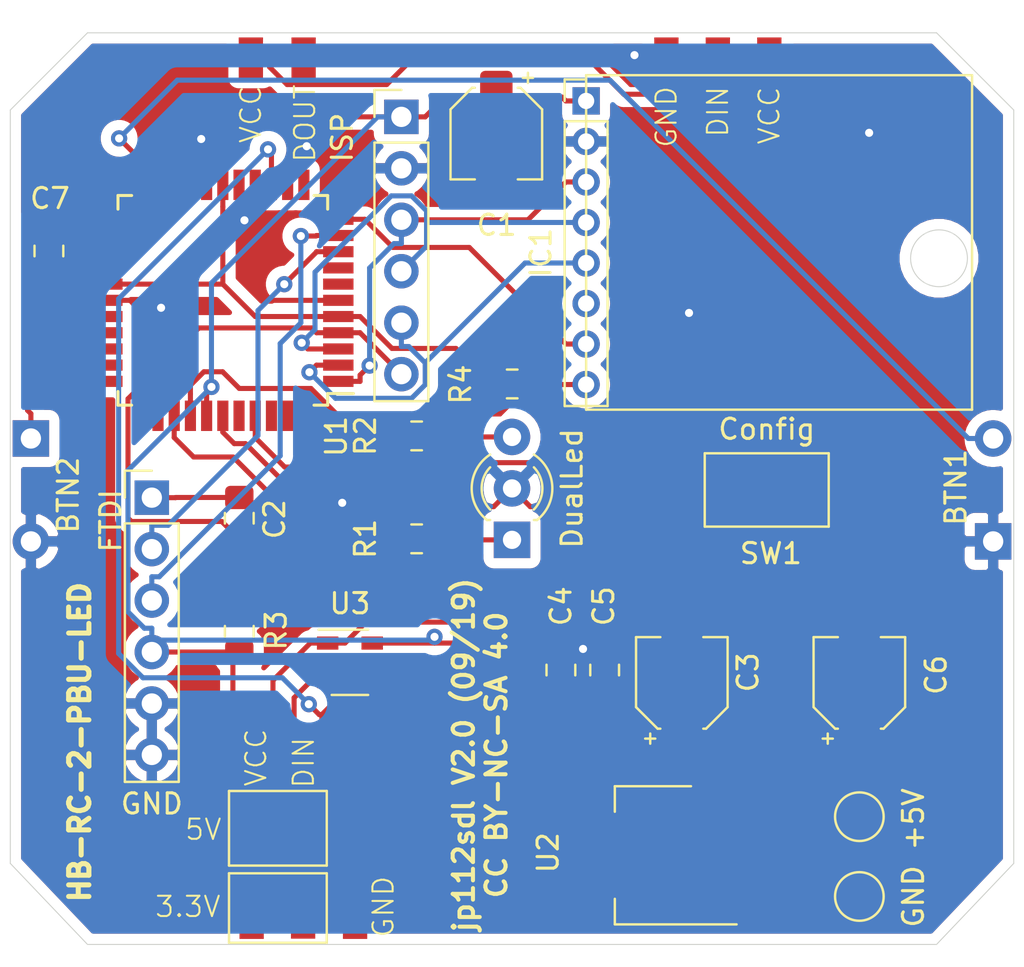
<source format=kicad_pcb>
(kicad_pcb (version 20171130) (host pcbnew "(5.1.4)-1")

  (general
    (thickness 1.6)
    (drawings 35)
    (tracks 264)
    (zones 0)
    (modules 33)
    (nets 47)
  )

  (page A4)
  (layers
    (0 F.Cu signal)
    (31 B.Cu signal)
    (32 B.Adhes user)
    (33 F.Adhes user)
    (34 B.Paste user hide)
    (35 F.Paste user hide)
    (36 B.SilkS user)
    (37 F.SilkS user)
    (38 B.Mask user hide)
    (39 F.Mask user hide)
    (40 Dwgs.User user)
    (41 Cmts.User user hide)
    (42 Eco1.User user hide)
    (43 Eco2.User user hide)
    (44 Edge.Cuts user)
    (45 Margin user hide)
    (46 B.CrtYd user)
    (47 F.CrtYd user)
    (48 B.Fab user hide)
    (49 F.Fab user)
  )

  (setup
    (last_trace_width 0.25)
    (user_trace_width 0.3)
    (trace_clearance 0.2)
    (zone_clearance 0.508)
    (zone_45_only no)
    (trace_min 0.2)
    (via_size 0.8)
    (via_drill 0.4)
    (via_min_size 0.4)
    (via_min_drill 0.3)
    (uvia_size 0.3)
    (uvia_drill 0.1)
    (uvias_allowed no)
    (uvia_min_size 0.2)
    (uvia_min_drill 0.1)
    (edge_width 0.05)
    (segment_width 0.2)
    (pcb_text_width 0.3)
    (pcb_text_size 1.5 1.5)
    (mod_edge_width 0.12)
    (mod_text_size 1 1)
    (mod_text_width 0.15)
    (pad_size 1.2 3)
    (pad_drill 0)
    (pad_to_mask_clearance 0.051)
    (solder_mask_min_width 0.25)
    (aux_axis_origin 0 0)
    (visible_elements 7FFFF7FF)
    (pcbplotparams
      (layerselection 0x010f0_ffffffff)
      (usegerberextensions false)
      (usegerberattributes false)
      (usegerberadvancedattributes false)
      (creategerberjobfile false)
      (excludeedgelayer true)
      (linewidth 0.100000)
      (plotframeref false)
      (viasonmask false)
      (mode 1)
      (useauxorigin false)
      (hpglpennumber 1)
      (hpglpenspeed 20)
      (hpglpendiameter 15.000000)
      (psnegative false)
      (psa4output false)
      (plotreference true)
      (plotvalue true)
      (plotinvisibletext false)
      (padsonsilk false)
      (subtractmaskfromsilk false)
      (outputformat 1)
      (mirror false)
      (drillshape 0)
      (scaleselection 1)
      (outputdirectory "gerber/"))
  )

  (net 0 "")
  (net 1 GND)
  (net 2 +3V3)
  (net 3 /RESET)
  (net 4 /DTR)
  (net 5 +5V)
  (net 6 "Net-(C7-Pad1)")
  (net 7 "Net-(D1-Pad2)")
  (net 8 "Net-(D1-Pad1)")
  (net 9 "Net-(IC1-Pad6)")
  (net 10 /MISO)
  (net 11 /SCK)
  (net 12 /MOSI)
  (net 13 /WS_LED)
  (net 14 "Net-(J4-Pad1)")
  (net 15 /RX)
  (net 16 /TX)
  (net 17 "Net-(R1-Pad1)")
  (net 18 "Net-(R2-Pad1)")
  (net 19 "Net-(SW1-Pad2)")
  (net 20 "Net-(SW3-Pad1)")
  (net 21 "Net-(U1-Pad19)")
  (net 22 "Net-(U1-Pad8)")
  (net 23 "Net-(U1-Pad7)")
  (net 24 "Net-(SW2-Pad2)")
  (net 25 "Net-(J12-Pad1)")
  (net 26 "Net-(J14-Pad1)")
  (net 27 /CC_CSN)
  (net 28 /GDO0)
  (net 29 "Net-(U1-Pad43)")
  (net 30 "Net-(U1-Pad42)")
  (net 31 "Net-(U1-Pad40)")
  (net 32 "Net-(U1-Pad35)")
  (net 33 "Net-(U1-Pad34)")
  (net 34 "Net-(U1-Pad33)")
  (net 35 "Net-(U1-Pad32)")
  (net 36 "Net-(U1-Pad31)")
  (net 37 "Net-(U1-Pad30)")
  (net 38 "Net-(U1-Pad26)")
  (net 39 "Net-(U1-Pad25)")
  (net 40 "Net-(U1-Pad24)")
  (net 41 "Net-(U1-Pad21)")
  (net 42 "Net-(U1-Pad20)")
  (net 43 "Net-(U1-Pad16)")
  (net 44 "Net-(U1-Pad15)")
  (net 45 "Net-(U1-Pad13)")
  (net 46 "Net-(U1-Pad12)")

  (net_class Default "Dies ist die voreingestellte Netzklasse."
    (clearance 0.2)
    (trace_width 0.25)
    (via_dia 0.8)
    (via_drill 0.4)
    (uvia_dia 0.3)
    (uvia_drill 0.1)
    (add_net +3V3)
    (add_net +5V)
    (add_net /CC_CSN)
    (add_net /DTR)
    (add_net /GDO0)
    (add_net /MISO)
    (add_net /MOSI)
    (add_net /RESET)
    (add_net /RX)
    (add_net /SCK)
    (add_net /TX)
    (add_net /WS_LED)
    (add_net GND)
    (add_net "Net-(C7-Pad1)")
    (add_net "Net-(D1-Pad1)")
    (add_net "Net-(D1-Pad2)")
    (add_net "Net-(IC1-Pad6)")
    (add_net "Net-(J12-Pad1)")
    (add_net "Net-(J14-Pad1)")
    (add_net "Net-(J4-Pad1)")
    (add_net "Net-(R1-Pad1)")
    (add_net "Net-(R2-Pad1)")
    (add_net "Net-(SW1-Pad2)")
    (add_net "Net-(SW2-Pad2)")
    (add_net "Net-(SW3-Pad1)")
    (add_net "Net-(U1-Pad12)")
    (add_net "Net-(U1-Pad13)")
    (add_net "Net-(U1-Pad15)")
    (add_net "Net-(U1-Pad16)")
    (add_net "Net-(U1-Pad19)")
    (add_net "Net-(U1-Pad20)")
    (add_net "Net-(U1-Pad21)")
    (add_net "Net-(U1-Pad24)")
    (add_net "Net-(U1-Pad25)")
    (add_net "Net-(U1-Pad26)")
    (add_net "Net-(U1-Pad30)")
    (add_net "Net-(U1-Pad31)")
    (add_net "Net-(U1-Pad32)")
    (add_net "Net-(U1-Pad33)")
    (add_net "Net-(U1-Pad34)")
    (add_net "Net-(U1-Pad35)")
    (add_net "Net-(U1-Pad40)")
    (add_net "Net-(U1-Pad42)")
    (add_net "Net-(U1-Pad43)")
    (add_net "Net-(U1-Pad7)")
    (add_net "Net-(U1-Pad8)")
  )

  (module Package_QFP:TQFP-44_10x10mm_P0.8mm (layer F.Cu) (tedit 5A02F146) (tstamp 5D8478DD)
    (at 87.9602 66.2054 180)
    (descr "44-Lead Plastic Thin Quad Flatpack (PT) - 10x10x1.0 mm Body [TQFP] (see Microchip Packaging Specification 00000049BS.pdf)")
    (tags "QFP 0.8")
    (path /5D844107)
    (attr smd)
    (fp_text reference U1 (at -5.5984 -6.718 90) (layer F.SilkS)
      (effects (font (size 1 1) (thickness 0.15)))
    )
    (fp_text value ATmega644A-AU (at -0.3152 8.7252) (layer F.Fab) hide
      (effects (font (size 1 1) (thickness 0.15)))
    )
    (fp_line (start -5.175 -4.6) (end -6.45 -4.6) (layer F.SilkS) (width 0.15))
    (fp_line (start 5.175 -5.175) (end 4.5 -5.175) (layer F.SilkS) (width 0.15))
    (fp_line (start 5.175 5.175) (end 4.5 5.175) (layer F.SilkS) (width 0.15))
    (fp_line (start -5.175 5.175) (end -4.5 5.175) (layer F.SilkS) (width 0.15))
    (fp_line (start -5.175 -5.175) (end -4.5 -5.175) (layer F.SilkS) (width 0.15))
    (fp_line (start -5.175 5.175) (end -5.175 4.5) (layer F.SilkS) (width 0.15))
    (fp_line (start 5.175 5.175) (end 5.175 4.5) (layer F.SilkS) (width 0.15))
    (fp_line (start 5.175 -5.175) (end 5.175 -4.5) (layer F.SilkS) (width 0.15))
    (fp_line (start -5.175 -5.175) (end -5.175 -4.6) (layer F.SilkS) (width 0.15))
    (fp_line (start -6.7 6.7) (end 6.7 6.7) (layer F.CrtYd) (width 0.05))
    (fp_line (start -6.7 -6.7) (end 6.7 -6.7) (layer F.CrtYd) (width 0.05))
    (fp_line (start 6.7 -6.7) (end 6.7 6.7) (layer F.CrtYd) (width 0.05))
    (fp_line (start -6.7 -6.7) (end -6.7 6.7) (layer F.CrtYd) (width 0.05))
    (fp_line (start -5 -4) (end -4 -5) (layer F.Fab) (width 0.15))
    (fp_line (start -5 5) (end -5 -4) (layer F.Fab) (width 0.15))
    (fp_line (start 5 5) (end -5 5) (layer F.Fab) (width 0.15))
    (fp_line (start 5 -5) (end 5 5) (layer F.Fab) (width 0.15))
    (fp_line (start -4 -5) (end 5 -5) (layer F.Fab) (width 0.15))
    (fp_text user %R (at 0 0) (layer F.Fab)
      (effects (font (size 1 1) (thickness 0.15)))
    )
    (pad 44 smd rect (at -4 -5.7 270) (size 1.5 0.55) (layers F.Cu F.Paste F.Mask)
      (net 27 /CC_CSN))
    (pad 43 smd rect (at -3.2 -5.7 270) (size 1.5 0.55) (layers F.Cu F.Paste F.Mask)
      (net 29 "Net-(U1-Pad43)"))
    (pad 42 smd rect (at -2.4 -5.7 270) (size 1.5 0.55) (layers F.Cu F.Paste F.Mask)
      (net 30 "Net-(U1-Pad42)"))
    (pad 41 smd rect (at -1.6 -5.7 270) (size 1.5 0.55) (layers F.Cu F.Paste F.Mask)
      (net 19 "Net-(SW1-Pad2)"))
    (pad 40 smd rect (at -0.8 -5.7 270) (size 1.5 0.55) (layers F.Cu F.Paste F.Mask)
      (net 31 "Net-(U1-Pad40)"))
    (pad 39 smd rect (at 0 -5.7 270) (size 1.5 0.55) (layers F.Cu F.Paste F.Mask)
      (net 1 GND))
    (pad 38 smd rect (at 0.8 -5.7 270) (size 1.5 0.55) (layers F.Cu F.Paste F.Mask)
      (net 2 +3V3))
    (pad 37 smd rect (at 1.6 -5.7 270) (size 1.5 0.55) (layers F.Cu F.Paste F.Mask)
      (net 18 "Net-(R2-Pad1)"))
    (pad 36 smd rect (at 2.4 -5.7 270) (size 1.5 0.55) (layers F.Cu F.Paste F.Mask)
      (net 17 "Net-(R1-Pad1)"))
    (pad 35 smd rect (at 3.2 -5.7 270) (size 1.5 0.55) (layers F.Cu F.Paste F.Mask)
      (net 32 "Net-(U1-Pad35)"))
    (pad 34 smd rect (at 4 -5.7 270) (size 1.5 0.55) (layers F.Cu F.Paste F.Mask)
      (net 33 "Net-(U1-Pad34)"))
    (pad 33 smd rect (at 5.7 -4 180) (size 1.5 0.55) (layers F.Cu F.Paste F.Mask)
      (net 34 "Net-(U1-Pad33)"))
    (pad 32 smd rect (at 5.7 -3.2 180) (size 1.5 0.55) (layers F.Cu F.Paste F.Mask)
      (net 35 "Net-(U1-Pad32)"))
    (pad 31 smd rect (at 5.7 -2.4 180) (size 1.5 0.55) (layers F.Cu F.Paste F.Mask)
      (net 36 "Net-(U1-Pad31)"))
    (pad 30 smd rect (at 5.7 -1.6 180) (size 1.5 0.55) (layers F.Cu F.Paste F.Mask)
      (net 37 "Net-(U1-Pad30)"))
    (pad 29 smd rect (at 5.7 -0.8 180) (size 1.5 0.55) (layers F.Cu F.Paste F.Mask)
      (net 6 "Net-(C7-Pad1)"))
    (pad 28 smd rect (at 5.7 0 180) (size 1.5 0.55) (layers F.Cu F.Paste F.Mask)
      (net 1 GND))
    (pad 27 smd rect (at 5.7 0.8 180) (size 1.5 0.55) (layers F.Cu F.Paste F.Mask)
      (net 2 +3V3))
    (pad 26 smd rect (at 5.7 1.6 180) (size 1.5 0.55) (layers F.Cu F.Paste F.Mask)
      (net 38 "Net-(U1-Pad26)"))
    (pad 25 smd rect (at 5.7 2.4 180) (size 1.5 0.55) (layers F.Cu F.Paste F.Mask)
      (net 39 "Net-(U1-Pad25)"))
    (pad 24 smd rect (at 5.7 3.2 180) (size 1.5 0.55) (layers F.Cu F.Paste F.Mask)
      (net 40 "Net-(U1-Pad24)"))
    (pad 23 smd rect (at 5.7 4 180) (size 1.5 0.55) (layers F.Cu F.Paste F.Mask)
      (net 20 "Net-(SW3-Pad1)"))
    (pad 22 smd rect (at 4 5.7 270) (size 1.5 0.55) (layers F.Cu F.Paste F.Mask)
      (net 24 "Net-(SW2-Pad2)"))
    (pad 21 smd rect (at 3.2 5.7 270) (size 1.5 0.55) (layers F.Cu F.Paste F.Mask)
      (net 41 "Net-(U1-Pad21)"))
    (pad 20 smd rect (at 2.4 5.7 270) (size 1.5 0.55) (layers F.Cu F.Paste F.Mask)
      (net 42 "Net-(U1-Pad20)"))
    (pad 19 smd rect (at 1.6 5.7 270) (size 1.5 0.55) (layers F.Cu F.Paste F.Mask)
      (net 21 "Net-(U1-Pad19)"))
    (pad 18 smd rect (at 0.8 5.7 270) (size 1.5 0.55) (layers F.Cu F.Paste F.Mask)
      (net 1 GND))
    (pad 17 smd rect (at 0 5.7 270) (size 1.5 0.55) (layers F.Cu F.Paste F.Mask)
      (net 2 +3V3))
    (pad 16 smd rect (at -0.8 5.7 270) (size 1.5 0.55) (layers F.Cu F.Paste F.Mask)
      (net 43 "Net-(U1-Pad16)"))
    (pad 15 smd rect (at -1.6 5.7 270) (size 1.5 0.55) (layers F.Cu F.Paste F.Mask)
      (net 44 "Net-(U1-Pad15)"))
    (pad 14 smd rect (at -2.4 5.7 270) (size 1.5 0.55) (layers F.Cu F.Paste F.Mask)
      (net 13 /WS_LED))
    (pad 13 smd rect (at -3.2 5.7 270) (size 1.5 0.55) (layers F.Cu F.Paste F.Mask)
      (net 45 "Net-(U1-Pad13)"))
    (pad 12 smd rect (at -4 5.7 270) (size 1.5 0.55) (layers F.Cu F.Paste F.Mask)
      (net 46 "Net-(U1-Pad12)"))
    (pad 11 smd rect (at -5.7 4 180) (size 1.5 0.55) (layers F.Cu F.Paste F.Mask)
      (net 28 /GDO0))
    (pad 10 smd rect (at -5.7 3.2 180) (size 1.5 0.55) (layers F.Cu F.Paste F.Mask)
      (net 15 /RX))
    (pad 9 smd rect (at -5.7 2.4 180) (size 1.5 0.55) (layers F.Cu F.Paste F.Mask)
      (net 16 /TX))
    (pad 8 smd rect (at -5.7 1.6 180) (size 1.5 0.55) (layers F.Cu F.Paste F.Mask)
      (net 22 "Net-(U1-Pad8)"))
    (pad 7 smd rect (at -5.7 0.8 180) (size 1.5 0.55) (layers F.Cu F.Paste F.Mask)
      (net 23 "Net-(U1-Pad7)"))
    (pad 6 smd rect (at -5.7 0 180) (size 1.5 0.55) (layers F.Cu F.Paste F.Mask)
      (net 1 GND))
    (pad 5 smd rect (at -5.7 -0.8 180) (size 1.5 0.55) (layers F.Cu F.Paste F.Mask)
      (net 2 +3V3))
    (pad 4 smd rect (at -5.7 -1.6 180) (size 1.5 0.55) (layers F.Cu F.Paste F.Mask)
      (net 3 /RESET))
    (pad 3 smd rect (at -5.7 -2.4 180) (size 1.5 0.55) (layers F.Cu F.Paste F.Mask)
      (net 11 /SCK))
    (pad 2 smd rect (at -5.7 -3.2 180) (size 1.5 0.55) (layers F.Cu F.Paste F.Mask)
      (net 10 /MISO))
    (pad 1 smd rect (at -5.7 -4 180) (size 1.5 0.55) (layers F.Cu F.Paste F.Mask)
      (net 12 /MOSI))
    (model ${KISYS3DMOD}/Package_QFP.3dshapes/TQFP-44_10x10mm_P0.8mm.wrl
      (at (xyz 0 0 0))
      (scale (xyz 1 1 1))
      (rotate (xyz 0 0 0))
    )
  )

  (module Package_TO_SOT_THT:TO-126-2_Vertical (layer F.Cu) (tedit 5D74062F) (tstamp 5D6F36D1)
    (at 125.984 78.105 90)
    (descr "TO-126-2, Vertical, RM 5.08mm, see https://www.diodes.com/assets/Package-Files/TO126.pdf")
    (tags "TO-126-2 Vertical RM 5.08mm")
    (path /5D77E58F)
    (fp_text reference SW2 (at -3.683 0 90) (layer F.SilkS) hide
      (effects (font (size 1 1) (thickness 0.15)))
    )
    (fp_text value BTN1 (at 2.667 -1.8415 90) (layer F.SilkS)
      (effects (font (size 1 1) (thickness 0.15)))
    )
    (fp_line (start 6.79 -2.25) (end -1.71 -2.25) (layer F.CrtYd) (width 0.05))
    (fp_line (start 6.79 1.5) (end 6.79 -2.25) (layer F.CrtYd) (width 0.05))
    (fp_line (start -1.71 1.5) (end 6.79 1.5) (layer F.CrtYd) (width 0.05))
    (fp_line (start -1.71 -2.25) (end -1.71 1.5) (layer F.CrtYd) (width 0.05))
    (fp_line (start 6.54 -2) (end -1.46 -2) (layer F.Fab) (width 0.1))
    (fp_line (start 6.54 1.25) (end 6.54 -2) (layer F.Fab) (width 0.1))
    (fp_line (start -1.46 1.25) (end 6.54 1.25) (layer F.Fab) (width 0.1))
    (fp_line (start -1.46 -2) (end -1.46 1.25) (layer F.Fab) (width 0.1))
    (pad 2 thru_hole oval (at 5.08 0 90) (size 1.8 1.8) (drill 1) (layers *.Cu *.Mask)
      (net 24 "Net-(SW2-Pad2)"))
    (pad 1 thru_hole rect (at 0 0 90) (size 1.8 1.8) (drill 1) (layers *.Cu *.Mask)
      (net 1 GND))
  )

  (module Package_TO_SOT_THT:TO-126-2_Vertical (layer F.Cu) (tedit 5D7405E8) (tstamp 5D6F357F)
    (at 78.486 73.025 270)
    (descr "TO-126-2, Vertical, RM 5.08mm, see https://www.diodes.com/assets/Package-Files/TO126.pdf")
    (tags "TO-126-2 Vertical RM 5.08mm")
    (path /5D77F5B1)
    (fp_text reference SW3 (at 8.1915 0 270) (layer F.SilkS) hide
      (effects (font (size 1 1) (thickness 0.15)))
    )
    (fp_text value BTN2 (at 2.794 -1.8415 270) (layer F.SilkS)
      (effects (font (size 1 1) (thickness 0.15)))
    )
    (fp_line (start 6.79 -2.25) (end -1.71 -2.25) (layer F.CrtYd) (width 0.05))
    (fp_line (start 6.79 1.5) (end 6.79 -2.25) (layer F.CrtYd) (width 0.05))
    (fp_line (start -1.71 1.5) (end 6.79 1.5) (layer F.CrtYd) (width 0.05))
    (fp_line (start -1.71 -2.25) (end -1.71 1.5) (layer F.CrtYd) (width 0.05))
    (fp_line (start 6.54 -2) (end -1.46 -2) (layer F.Fab) (width 0.1))
    (fp_line (start 6.54 1.25) (end 6.54 -2) (layer F.Fab) (width 0.1))
    (fp_line (start -1.46 1.25) (end 6.54 1.25) (layer F.Fab) (width 0.1))
    (fp_line (start -1.46 -2) (end -1.46 1.25) (layer F.Fab) (width 0.1))
    (pad 2 thru_hole oval (at 5.08 0 270) (size 1.8 1.8) (drill 1) (layers *.Cu *.Mask)
      (net 1 GND))
    (pad 1 thru_hole rect (at 0 0 270) (size 1.8 1.8) (drill 1) (layers *.Cu *.Mask)
      (net 20 "Net-(SW3-Pad1)"))
  )

  (module TestPoint:TestPoint_Pad_D2.0mm (layer F.Cu) (tedit 5D715B1E) (tstamp 5D6EDEF9)
    (at 109.855 54.229)
    (descr "SMD pad as test Point, diameter 2.0mm")
    (tags "test point SMD pad")
    (path /5D708A6C)
    (attr virtual)
    (fp_text reference J16 (at 0 2.54) (layer F.SilkS) hide
      (effects (font (size 1 1) (thickness 0.15)))
    )
    (fp_text value GND (at 0 2.921 90) (layer F.SilkS)
      (effects (font (size 1 1) (thickness 0.1)))
    )
    (fp_text user %R (at 0 -2) (layer F.Fab)
      (effects (font (size 1 1) (thickness 0.15)))
    )
    (pad 1 smd rect (at 0 0) (size 1.2 2) (layers F.Cu F.Mask)
      (net 1 GND))
  )

  (module TestPoint:TestPoint_Pad_D2.0mm (layer F.Cu) (tedit 5D715B12) (tstamp 5D6EDED9)
    (at 112.395 54.229)
    (descr "SMD pad as test Point, diameter 2.0mm")
    (tags "test point SMD pad")
    (path /5D6FA483)
    (attr virtual)
    (fp_text reference J12 (at 0 2.54) (layer F.SilkS) hide
      (effects (font (size 1 1) (thickness 0.15)))
    )
    (fp_text value DIN (at 0 2.667 90) (layer F.SilkS)
      (effects (font (size 1 1) (thickness 0.1)))
    )
    (fp_text user %R (at 0 -2) (layer F.Fab)
      (effects (font (size 1 1) (thickness 0.15)))
    )
    (pad 1 smd rect (at 0 0) (size 1.2 2) (layers F.Cu F.Mask)
      (net 25 "Net-(J12-Pad1)"))
  )

  (module TestPoint:TestPoint_Pad_D2.0mm (layer F.Cu) (tedit 5D715B09) (tstamp 5D79E8A3)
    (at 114.935 54.229)
    (descr "SMD pad as test Point, diameter 2.0mm")
    (tags "test point SMD pad")
    (path /5D7027EC)
    (attr virtual)
    (fp_text reference J15 (at 0 2.54) (layer F.SilkS) hide
      (effects (font (size 1 1) (thickness 0.15)))
    )
    (fp_text value VCC (at 0 2.8575 90) (layer F.SilkS)
      (effects (font (size 1 1) (thickness 0.1)))
    )
    (fp_text user %R (at 0 -2) (layer F.Fab)
      (effects (font (size 1 1) (thickness 0.15)))
    )
    (pad 1 smd rect (at 0 0) (size 1.2 2) (layers F.Cu F.Mask)
      (net 26 "Net-(J14-Pad1)"))
  )

  (module TestPoint:TestPoint_Pad_D2.0mm (layer F.Cu) (tedit 5D715AF3) (tstamp 5D6EE17F)
    (at 89.3445 54.229)
    (descr "SMD pad as test Point, diameter 2.0mm")
    (tags "test point SMD pad")
    (path /5D701F4F)
    (attr virtual)
    (fp_text reference J14 (at 2.286 -0.127) (layer F.SilkS) hide
      (effects (font (size 1 1) (thickness 0.15)))
    )
    (fp_text value VCC (at 0 2.794 90) (layer F.SilkS)
      (effects (font (size 1 1) (thickness 0.1)))
    )
    (fp_text user %R (at 0 -2) (layer F.Fab)
      (effects (font (size 1 1) (thickness 0.15)))
    )
    (pad 1 smd rect (at 0 0) (size 1.2 2) (layers F.Cu F.Mask)
      (net 26 "Net-(J14-Pad1)"))
  )

  (module TestPoint:TestPoint_Pad_D2.0mm (layer F.Cu) (tedit 5D715AE9) (tstamp 5D79E1CF)
    (at 91.948 54.229)
    (descr "SMD pad as test Point, diameter 2.0mm")
    (tags "test point SMD pad")
    (path /5D6FADA5)
    (attr virtual)
    (fp_text reference J13 (at -2.261 0) (layer F.SilkS) hide
      (effects (font (size 1 1) (thickness 0.15)))
    )
    (fp_text value DOUT (at 0.0635 3.2385 90) (layer F.SilkS)
      (effects (font (size 1 1) (thickness 0.1)))
    )
    (fp_text user %R (at 0 -2) (layer F.Fab)
      (effects (font (size 1 1) (thickness 0.15)))
    )
    (pad 1 smd rect (at 0 0) (size 1.2 2) (layers F.Cu F.Mask)
      (net 25 "Net-(J12-Pad1)"))
  )

  (module TestPoint:TestPoint_Pad_D2.0mm (layer F.Cu) (tedit 5D715AD3) (tstamp 5D7157B2)
    (at 94.488 96.2279)
    (descr "SMD pad as test Point, diameter 2.0mm")
    (tags "test point SMD pad")
    (path /5D72B42D)
    (attr virtual)
    (fp_text reference J9 (at 2.032 -1.905) (layer F.SilkS) hide
      (effects (font (size 1 1) (thickness 0.15)))
    )
    (fp_text value "WS_LED GND" (at 0 2.05) (layer F.Fab)
      (effects (font (size 1 1) (thickness 0.15)))
    )
    (fp_text user %R (at 0 -2) (layer F.Fab)
      (effects (font (size 1 1) (thickness 0.15)))
    )
    (pad 1 smd rect (at 0 0) (size 1.2 3) (layers F.Cu F.Mask)
      (net 1 GND))
  )

  (module TestPoint:TestPoint_Pad_D2.0mm (layer F.Cu) (tedit 5D715AC7) (tstamp 5D715D65)
    (at 89.3826 96.2279)
    (descr "SMD pad as test Point, diameter 2.0mm")
    (tags "test point SMD pad")
    (path /5D73AB2A)
    (attr virtual)
    (fp_text reference J10 (at 2.3495 -1.7272) (layer F.SilkS) hide
      (effects (font (size 1 1) (thickness 0.15)))
    )
    (fp_text value "3V3 PAD" (at 0 2.05) (layer F.Fab)
      (effects (font (size 1 1) (thickness 0.15)))
    )
    (fp_text user %R (at 0 -2) (layer F.Fab) hide
      (effects (font (size 1 1) (thickness 0.15)))
    )
    (pad 1 smd rect (at 0 0) (size 1.2 3) (layers F.Cu F.Mask)
      (net 2 +3V3))
  )

  (module TestPoint:TestPoint_Pad_D2.0mm (layer F.Cu) (tedit 5D7528C8) (tstamp 5D715788)
    (at 91.9226 96.2152)
    (descr "SMD pad as test Point, diameter 2.0mm")
    (tags "test point SMD pad")
    (path /5D7001A4)
    (attr virtual)
    (fp_text reference J1 (at 1.8288 -1.7399) (layer F.SilkS) hide
      (effects (font (size 1 1) (thickness 0.15)))
    )
    (fp_text value "WS2812B LED 3V3 Lvl" (at 0 2.05) (layer F.Fab)
      (effects (font (size 1 1) (thickness 0.15)))
    )
    (fp_text user %R (at 0 -2) (layer F.Fab) hide
      (effects (font (size 1 1) (thickness 0.15)))
    )
    (pad 1 smd rect (at 0 0) (size 1.2 3) (layers F.Cu F.Mask)
      (net 13 /WS_LED))
  )

  (module TestPoint:TestPoint_Pad_D2.0mm (layer F.Cu) (tedit 5D715AA9) (tstamp 5D71579D)
    (at 91.9226 92.2782)
    (descr "SMD pad as test Point, diameter 2.0mm")
    (tags "test point SMD pad")
    (path /5D8AC6FF)
    (attr virtual)
    (fp_text reference J4 (at 1.6891 -1.8034) (layer F.SilkS) hide
      (effects (font (size 1 1) (thickness 0.15)))
    )
    (fp_text value "WS2812B LED 5V Lvl" (at 0 2.05) (layer F.Fab)
      (effects (font (size 1 1) (thickness 0.15)))
    )
    (fp_text user %R (at 0 -2) (layer F.Fab)
      (effects (font (size 1 1) (thickness 0.15)))
    )
    (pad 1 smd rect (at 0 0) (size 1.2 3) (layers F.Cu F.Mask)
      (net 14 "Net-(J4-Pad1)"))
  )

  (module TestPoint:TestPoint_Pad_D2.0mm (layer F.Cu) (tedit 5D715A91) (tstamp 5D715D7A)
    (at 89.5096 92.202)
    (descr "SMD pad as test Point, diameter 2.0mm")
    (tags "test point SMD pad")
    (path /5D73BA8C)
    (attr virtual)
    (fp_text reference J11 (at 2.3876 -1.7018) (layer F.SilkS) hide
      (effects (font (size 1 1) (thickness 0.15)))
    )
    (fp_text value "5V PAD" (at 0 2.05) (layer F.Fab)
      (effects (font (size 1 1) (thickness 0.15)))
    )
    (fp_text user %R (at 0 -2) (layer F.Fab)
      (effects (font (size 1 1) (thickness 0.15)))
    )
    (pad 1 smd rect (at 0 0) (size 1.2 3) (layers F.Cu F.Mask)
      (net 5 +5V))
  )

  (module Connector_PinHeader_2.54mm:PinHeader_1x06_P2.54mm_Vertical (layer F.Cu) (tedit 59FED5CC) (tstamp 5D847D62)
    (at 96.774 57.15)
    (descr "Through hole straight pin header, 1x06, 2.54mm pitch, single row")
    (tags "Through hole pin header THT 1x06 2.54mm single row")
    (path /5D8045CC)
    (fp_text reference J5 (at -2.5908 -0.3683 90) (layer F.SilkS) hide
      (effects (font (size 1 1) (thickness 0.15)))
    )
    (fp_text value ISP (at 0 15.03) (layer F.Fab)
      (effects (font (size 1 1) (thickness 0.15)))
    )
    (fp_text user %R (at 0 6.35 90) (layer F.Fab)
      (effects (font (size 1 1) (thickness 0.15)))
    )
    (fp_line (start 1.8 -1.8) (end -1.8 -1.8) (layer F.CrtYd) (width 0.05))
    (fp_line (start 1.8 14.5) (end 1.8 -1.8) (layer F.CrtYd) (width 0.05))
    (fp_line (start -1.8 14.5) (end 1.8 14.5) (layer F.CrtYd) (width 0.05))
    (fp_line (start -1.8 -1.8) (end -1.8 14.5) (layer F.CrtYd) (width 0.05))
    (fp_line (start -1.33 -1.33) (end 0 -1.33) (layer F.SilkS) (width 0.12))
    (fp_line (start -1.33 0) (end -1.33 -1.33) (layer F.SilkS) (width 0.12))
    (fp_line (start -1.33 1.27) (end 1.33 1.27) (layer F.SilkS) (width 0.12))
    (fp_line (start 1.33 1.27) (end 1.33 14.03) (layer F.SilkS) (width 0.12))
    (fp_line (start -1.33 1.27) (end -1.33 14.03) (layer F.SilkS) (width 0.12))
    (fp_line (start -1.33 14.03) (end 1.33 14.03) (layer F.SilkS) (width 0.12))
    (fp_line (start -1.27 -0.635) (end -0.635 -1.27) (layer F.Fab) (width 0.1))
    (fp_line (start -1.27 13.97) (end -1.27 -0.635) (layer F.Fab) (width 0.1))
    (fp_line (start 1.27 13.97) (end -1.27 13.97) (layer F.Fab) (width 0.1))
    (fp_line (start 1.27 -1.27) (end 1.27 13.97) (layer F.Fab) (width 0.1))
    (fp_line (start -0.635 -1.27) (end 1.27 -1.27) (layer F.Fab) (width 0.1))
    (pad 6 thru_hole oval (at 0 12.7) (size 1.7 1.7) (drill 1) (layers *.Cu *.Mask)
      (net 3 /RESET))
    (pad 5 thru_hole oval (at 0 10.16) (size 1.7 1.7) (drill 1) (layers *.Cu *.Mask)
      (net 10 /MISO))
    (pad 4 thru_hole oval (at 0 7.62) (size 1.7 1.7) (drill 1) (layers *.Cu *.Mask)
      (net 11 /SCK))
    (pad 3 thru_hole oval (at 0 5.08) (size 1.7 1.7) (drill 1) (layers *.Cu *.Mask)
      (net 12 /MOSI))
    (pad 2 thru_hole oval (at 0 2.54) (size 1.7 1.7) (drill 1) (layers *.Cu *.Mask)
      (net 1 GND))
    (pad 1 thru_hole rect (at 0 0) (size 1.7 1.7) (drill 1) (layers *.Cu *.Mask)
      (net 2 +3V3))
  )

  (module Capacitor_SMD:CP_Elec_4x5.4 (layer F.Cu) (tedit 5BCA39CF) (tstamp 5D6ECF27)
    (at 119.38 85.09 90)
    (descr "SMD capacitor, aluminum electrolytic, Panasonic A5 / Nichicon, 4.0x5.4mm")
    (tags "capacitor electrolytic")
    (path /5D842486)
    (attr smd)
    (fp_text reference C6 (at 0.3937 3.7846 90) (layer F.SilkS)
      (effects (font (size 1 1) (thickness 0.15)))
    )
    (fp_text value 10µ (at 0 3.2 90) (layer F.Fab)
      (effects (font (size 1 1) (thickness 0.15)))
    )
    (fp_text user %R (at 0 0 90) (layer F.Fab)
      (effects (font (size 0.8 0.8) (thickness 0.12)))
    )
    (fp_line (start -3.35 1.05) (end -2.4 1.05) (layer F.CrtYd) (width 0.05))
    (fp_line (start -3.35 -1.05) (end -3.35 1.05) (layer F.CrtYd) (width 0.05))
    (fp_line (start -2.4 -1.05) (end -3.35 -1.05) (layer F.CrtYd) (width 0.05))
    (fp_line (start -2.4 1.05) (end -2.4 1.25) (layer F.CrtYd) (width 0.05))
    (fp_line (start -2.4 -1.25) (end -2.4 -1.05) (layer F.CrtYd) (width 0.05))
    (fp_line (start -2.4 -1.25) (end -1.25 -2.4) (layer F.CrtYd) (width 0.05))
    (fp_line (start -2.4 1.25) (end -1.25 2.4) (layer F.CrtYd) (width 0.05))
    (fp_line (start -1.25 -2.4) (end 2.4 -2.4) (layer F.CrtYd) (width 0.05))
    (fp_line (start -1.25 2.4) (end 2.4 2.4) (layer F.CrtYd) (width 0.05))
    (fp_line (start 2.4 1.05) (end 2.4 2.4) (layer F.CrtYd) (width 0.05))
    (fp_line (start 3.35 1.05) (end 2.4 1.05) (layer F.CrtYd) (width 0.05))
    (fp_line (start 3.35 -1.05) (end 3.35 1.05) (layer F.CrtYd) (width 0.05))
    (fp_line (start 2.4 -1.05) (end 3.35 -1.05) (layer F.CrtYd) (width 0.05))
    (fp_line (start 2.4 -2.4) (end 2.4 -1.05) (layer F.CrtYd) (width 0.05))
    (fp_line (start -2.75 -1.81) (end -2.75 -1.31) (layer F.SilkS) (width 0.12))
    (fp_line (start -3 -1.56) (end -2.5 -1.56) (layer F.SilkS) (width 0.12))
    (fp_line (start -2.26 1.195563) (end -1.195563 2.26) (layer F.SilkS) (width 0.12))
    (fp_line (start -2.26 -1.195563) (end -1.195563 -2.26) (layer F.SilkS) (width 0.12))
    (fp_line (start -2.26 -1.195563) (end -2.26 -1.06) (layer F.SilkS) (width 0.12))
    (fp_line (start -2.26 1.195563) (end -2.26 1.06) (layer F.SilkS) (width 0.12))
    (fp_line (start -1.195563 2.26) (end 2.26 2.26) (layer F.SilkS) (width 0.12))
    (fp_line (start -1.195563 -2.26) (end 2.26 -2.26) (layer F.SilkS) (width 0.12))
    (fp_line (start 2.26 -2.26) (end 2.26 -1.06) (layer F.SilkS) (width 0.12))
    (fp_line (start 2.26 2.26) (end 2.26 1.06) (layer F.SilkS) (width 0.12))
    (fp_line (start -1.374773 -1.2) (end -1.374773 -0.8) (layer F.Fab) (width 0.1))
    (fp_line (start -1.574773 -1) (end -1.174773 -1) (layer F.Fab) (width 0.1))
    (fp_line (start -2.15 1.15) (end -1.15 2.15) (layer F.Fab) (width 0.1))
    (fp_line (start -2.15 -1.15) (end -1.15 -2.15) (layer F.Fab) (width 0.1))
    (fp_line (start -2.15 -1.15) (end -2.15 1.15) (layer F.Fab) (width 0.1))
    (fp_line (start -1.15 2.15) (end 2.15 2.15) (layer F.Fab) (width 0.1))
    (fp_line (start -1.15 -2.15) (end 2.15 -2.15) (layer F.Fab) (width 0.1))
    (fp_line (start 2.15 -2.15) (end 2.15 2.15) (layer F.Fab) (width 0.1))
    (fp_circle (center 0 0) (end 2 0) (layer F.Fab) (width 0.1))
    (pad 2 smd roundrect (at 1.8 0 90) (size 2.6 1.6) (layers F.Cu F.Paste F.Mask) (roundrect_rratio 0.15625)
      (net 1 GND))
    (pad 1 smd roundrect (at -1.8 0 90) (size 2.6 1.6) (layers F.Cu F.Paste F.Mask) (roundrect_rratio 0.15625)
      (net 5 +5V))
    (model ${KISYS3DMOD}/Capacitor_SMD.3dshapes/CP_Elec_4x5.4.wrl
      (at (xyz 0 0 0))
      (scale (xyz 1 1 1))
      (rotate (xyz 0 0 0))
    )
  )

  (module Capacitor_SMD:CP_Elec_4x5.4 (layer F.Cu) (tedit 5BCA39CF) (tstamp 5D6ECA14)
    (at 110.617 85.09 90)
    (descr "SMD capacitor, aluminum electrolytic, Panasonic A5 / Nichicon, 4.0x5.4mm")
    (tags "capacitor electrolytic")
    (path /5D8005FA)
    (attr smd)
    (fp_text reference C3 (at 0.5207 3.2639 90) (layer F.SilkS)
      (effects (font (size 1 1) (thickness 0.15)))
    )
    (fp_text value 10µ (at 0 3.2 90) (layer F.Fab)
      (effects (font (size 1 1) (thickness 0.15)))
    )
    (fp_text user %R (at 0 0 90) (layer F.Fab)
      (effects (font (size 0.8 0.8) (thickness 0.12)))
    )
    (fp_line (start -3.35 1.05) (end -2.4 1.05) (layer F.CrtYd) (width 0.05))
    (fp_line (start -3.35 -1.05) (end -3.35 1.05) (layer F.CrtYd) (width 0.05))
    (fp_line (start -2.4 -1.05) (end -3.35 -1.05) (layer F.CrtYd) (width 0.05))
    (fp_line (start -2.4 1.05) (end -2.4 1.25) (layer F.CrtYd) (width 0.05))
    (fp_line (start -2.4 -1.25) (end -2.4 -1.05) (layer F.CrtYd) (width 0.05))
    (fp_line (start -2.4 -1.25) (end -1.25 -2.4) (layer F.CrtYd) (width 0.05))
    (fp_line (start -2.4 1.25) (end -1.25 2.4) (layer F.CrtYd) (width 0.05))
    (fp_line (start -1.25 -2.4) (end 2.4 -2.4) (layer F.CrtYd) (width 0.05))
    (fp_line (start -1.25 2.4) (end 2.4 2.4) (layer F.CrtYd) (width 0.05))
    (fp_line (start 2.4 1.05) (end 2.4 2.4) (layer F.CrtYd) (width 0.05))
    (fp_line (start 3.35 1.05) (end 2.4 1.05) (layer F.CrtYd) (width 0.05))
    (fp_line (start 3.35 -1.05) (end 3.35 1.05) (layer F.CrtYd) (width 0.05))
    (fp_line (start 2.4 -1.05) (end 3.35 -1.05) (layer F.CrtYd) (width 0.05))
    (fp_line (start 2.4 -2.4) (end 2.4 -1.05) (layer F.CrtYd) (width 0.05))
    (fp_line (start -2.75 -1.81) (end -2.75 -1.31) (layer F.SilkS) (width 0.12))
    (fp_line (start -3 -1.56) (end -2.5 -1.56) (layer F.SilkS) (width 0.12))
    (fp_line (start -2.26 1.195563) (end -1.195563 2.26) (layer F.SilkS) (width 0.12))
    (fp_line (start -2.26 -1.195563) (end -1.195563 -2.26) (layer F.SilkS) (width 0.12))
    (fp_line (start -2.26 -1.195563) (end -2.26 -1.06) (layer F.SilkS) (width 0.12))
    (fp_line (start -2.26 1.195563) (end -2.26 1.06) (layer F.SilkS) (width 0.12))
    (fp_line (start -1.195563 2.26) (end 2.26 2.26) (layer F.SilkS) (width 0.12))
    (fp_line (start -1.195563 -2.26) (end 2.26 -2.26) (layer F.SilkS) (width 0.12))
    (fp_line (start 2.26 -2.26) (end 2.26 -1.06) (layer F.SilkS) (width 0.12))
    (fp_line (start 2.26 2.26) (end 2.26 1.06) (layer F.SilkS) (width 0.12))
    (fp_line (start -1.374773 -1.2) (end -1.374773 -0.8) (layer F.Fab) (width 0.1))
    (fp_line (start -1.574773 -1) (end -1.174773 -1) (layer F.Fab) (width 0.1))
    (fp_line (start -2.15 1.15) (end -1.15 2.15) (layer F.Fab) (width 0.1))
    (fp_line (start -2.15 -1.15) (end -1.15 -2.15) (layer F.Fab) (width 0.1))
    (fp_line (start -2.15 -1.15) (end -2.15 1.15) (layer F.Fab) (width 0.1))
    (fp_line (start -1.15 2.15) (end 2.15 2.15) (layer F.Fab) (width 0.1))
    (fp_line (start -1.15 -2.15) (end 2.15 -2.15) (layer F.Fab) (width 0.1))
    (fp_line (start 2.15 -2.15) (end 2.15 2.15) (layer F.Fab) (width 0.1))
    (fp_circle (center 0 0) (end 2 0) (layer F.Fab) (width 0.1))
    (pad 2 smd roundrect (at 1.8 0 90) (size 2.6 1.6) (layers F.Cu F.Paste F.Mask) (roundrect_rratio 0.15625)
      (net 1 GND))
    (pad 1 smd roundrect (at -1.8 0 90) (size 2.6 1.6) (layers F.Cu F.Paste F.Mask) (roundrect_rratio 0.15625)
      (net 2 +3V3))
    (model ${KISYS3DMOD}/Capacitor_SMD.3dshapes/CP_Elec_4x5.4.wrl
      (at (xyz 0 0 0))
      (scale (xyz 1 1 1))
      (rotate (xyz 0 0 0))
    )
  )

  (module Capacitor_SMD:CP_Elec_4x5.3 (layer F.Cu) (tedit 5BCA39CF) (tstamp 5D6ED011)
    (at 101.46 57.9755 270)
    (descr "SMD capacitor, aluminum electrolytic, Vishay, 4.0x5.3mm")
    (tags "capacitor electrolytic")
    (path /5D6DF376)
    (attr smd)
    (fp_text reference C1 (at 4.5212 -0.0127 180) (layer F.SilkS)
      (effects (font (size 1 1) (thickness 0.15)))
    )
    (fp_text value 1µ (at 0 3.2 90) (layer F.Fab)
      (effects (font (size 1 1) (thickness 0.15)))
    )
    (fp_text user %R (at 0 0 90) (layer F.Fab)
      (effects (font (size 0.8 0.8) (thickness 0.12)))
    )
    (fp_line (start -3.35 1.05) (end -2.4 1.05) (layer F.CrtYd) (width 0.05))
    (fp_line (start -3.35 -1.05) (end -3.35 1.05) (layer F.CrtYd) (width 0.05))
    (fp_line (start -2.4 -1.05) (end -3.35 -1.05) (layer F.CrtYd) (width 0.05))
    (fp_line (start -2.4 1.05) (end -2.4 1.25) (layer F.CrtYd) (width 0.05))
    (fp_line (start -2.4 -1.25) (end -2.4 -1.05) (layer F.CrtYd) (width 0.05))
    (fp_line (start -2.4 -1.25) (end -1.25 -2.4) (layer F.CrtYd) (width 0.05))
    (fp_line (start -2.4 1.25) (end -1.25 2.4) (layer F.CrtYd) (width 0.05))
    (fp_line (start -1.25 -2.4) (end 2.4 -2.4) (layer F.CrtYd) (width 0.05))
    (fp_line (start -1.25 2.4) (end 2.4 2.4) (layer F.CrtYd) (width 0.05))
    (fp_line (start 2.4 1.05) (end 2.4 2.4) (layer F.CrtYd) (width 0.05))
    (fp_line (start 3.35 1.05) (end 2.4 1.05) (layer F.CrtYd) (width 0.05))
    (fp_line (start 3.35 -1.05) (end 3.35 1.05) (layer F.CrtYd) (width 0.05))
    (fp_line (start 2.4 -1.05) (end 3.35 -1.05) (layer F.CrtYd) (width 0.05))
    (fp_line (start 2.4 -2.4) (end 2.4 -1.05) (layer F.CrtYd) (width 0.05))
    (fp_line (start -2.75 -1.81) (end -2.75 -1.31) (layer F.SilkS) (width 0.12))
    (fp_line (start -3 -1.56) (end -2.5 -1.56) (layer F.SilkS) (width 0.12))
    (fp_line (start -2.26 1.195563) (end -1.195563 2.26) (layer F.SilkS) (width 0.12))
    (fp_line (start -2.26 -1.195563) (end -1.195563 -2.26) (layer F.SilkS) (width 0.12))
    (fp_line (start -2.26 -1.195563) (end -2.26 -1.06) (layer F.SilkS) (width 0.12))
    (fp_line (start -2.26 1.195563) (end -2.26 1.06) (layer F.SilkS) (width 0.12))
    (fp_line (start -1.195563 2.26) (end 2.26 2.26) (layer F.SilkS) (width 0.12))
    (fp_line (start -1.195563 -2.26) (end 2.26 -2.26) (layer F.SilkS) (width 0.12))
    (fp_line (start 2.26 -2.26) (end 2.26 -1.06) (layer F.SilkS) (width 0.12))
    (fp_line (start 2.26 2.26) (end 2.26 1.06) (layer F.SilkS) (width 0.12))
    (fp_line (start -1.374773 -1.2) (end -1.374773 -0.8) (layer F.Fab) (width 0.1))
    (fp_line (start -1.574773 -1) (end -1.174773 -1) (layer F.Fab) (width 0.1))
    (fp_line (start -2.15 1.15) (end -1.15 2.15) (layer F.Fab) (width 0.1))
    (fp_line (start -2.15 -1.15) (end -1.15 -2.15) (layer F.Fab) (width 0.1))
    (fp_line (start -2.15 -1.15) (end -2.15 1.15) (layer F.Fab) (width 0.1))
    (fp_line (start -1.15 2.15) (end 2.15 2.15) (layer F.Fab) (width 0.1))
    (fp_line (start -1.15 -2.15) (end 2.15 -2.15) (layer F.Fab) (width 0.1))
    (fp_line (start 2.15 -2.15) (end 2.15 2.15) (layer F.Fab) (width 0.1))
    (fp_circle (center 0 0) (end 2 0) (layer F.Fab) (width 0.1))
    (pad 2 smd roundrect (at 1.8 0 270) (size 2.6 1.6) (layers F.Cu F.Paste F.Mask) (roundrect_rratio 0.15625)
      (net 1 GND))
    (pad 1 smd roundrect (at -1.8 0 270) (size 2.6 1.6) (layers F.Cu F.Paste F.Mask) (roundrect_rratio 0.15625)
      (net 2 +3V3))
    (model ${KISYS3DMOD}/Capacitor_SMD.3dshapes/CP_Elec_4x5.3.wrl
      (at (xyz 0 0 0))
      (scale (xyz 1 1 1))
      (rotate (xyz 0 0 0))
    )
  )

  (module Resistor_SMD:R_0805_2012Metric_Pad1.15x1.40mm_HandSolder (layer F.Cu) (tedit 5B36C52B) (tstamp 5D6EE6EB)
    (at 102.244 70.3326)
    (descr "Resistor SMD 0805 (2012 Metric), square (rectangular) end terminal, IPC_7351 nominal with elongated pad for handsoldering. (Body size source: https://docs.google.com/spreadsheets/d/1BsfQQcO9C6DZCsRaXUlFlo91Tg2WpOkGARC1WS5S8t0/edit?usp=sharing), generated with kicad-footprint-generator")
    (tags "resistor handsolder")
    (path /5D70054D)
    (attr smd)
    (fp_text reference R4 (at -2.549 0.0254 90) (layer F.SilkS)
      (effects (font (size 1 1) (thickness 0.15)))
    )
    (fp_text value 10k (at 0 1.65) (layer F.Fab)
      (effects (font (size 1 1) (thickness 0.15)))
    )
    (fp_text user %R (at 0 0) (layer F.Fab)
      (effects (font (size 0.5 0.5) (thickness 0.08)))
    )
    (fp_line (start 1.85 0.95) (end -1.85 0.95) (layer F.CrtYd) (width 0.05))
    (fp_line (start 1.85 -0.95) (end 1.85 0.95) (layer F.CrtYd) (width 0.05))
    (fp_line (start -1.85 -0.95) (end 1.85 -0.95) (layer F.CrtYd) (width 0.05))
    (fp_line (start -1.85 0.95) (end -1.85 -0.95) (layer F.CrtYd) (width 0.05))
    (fp_line (start -0.261252 0.71) (end 0.261252 0.71) (layer F.SilkS) (width 0.12))
    (fp_line (start -0.261252 -0.71) (end 0.261252 -0.71) (layer F.SilkS) (width 0.12))
    (fp_line (start 1 0.6) (end -1 0.6) (layer F.Fab) (width 0.1))
    (fp_line (start 1 -0.6) (end 1 0.6) (layer F.Fab) (width 0.1))
    (fp_line (start -1 -0.6) (end 1 -0.6) (layer F.Fab) (width 0.1))
    (fp_line (start -1 0.6) (end -1 -0.6) (layer F.Fab) (width 0.1))
    (pad 2 smd roundrect (at 1.025 0) (size 1.15 1.4) (layers F.Cu F.Paste F.Mask) (roundrect_rratio 0.217391)
      (net 27 /CC_CSN))
    (pad 1 smd roundrect (at -1.025 0) (size 1.15 1.4) (layers F.Cu F.Paste F.Mask) (roundrect_rratio 0.217391)
      (net 2 +3V3))
    (model ${KISYS3DMOD}/Resistor_SMD.3dshapes/R_0805_2012Metric.wrl
      (at (xyz 0 0 0))
      (scale (xyz 1 1 1))
      (rotate (xyz 0 0 0))
    )
  )

  (module Resistor_SMD:R_0805_2012Metric_Pad1.15x1.40mm_HandSolder (layer F.Cu) (tedit 5B36C52B) (tstamp 5D6FA445)
    (at 88.773 82.541 90)
    (descr "Resistor SMD 0805 (2012 Metric), square (rectangular) end terminal, IPC_7351 nominal with elongated pad for handsoldering. (Body size source: https://docs.google.com/spreadsheets/d/1BsfQQcO9C6DZCsRaXUlFlo91Tg2WpOkGARC1WS5S8t0/edit?usp=sharing), generated with kicad-footprint-generator")
    (tags "resistor handsolder")
    (path /5D70D433)
    (attr smd)
    (fp_text reference R3 (at 0.0418 1.8161 90) (layer F.SilkS)
      (effects (font (size 1 1) (thickness 0.15)))
    )
    (fp_text value 10k (at 0 1.65 90) (layer F.Fab)
      (effects (font (size 1 1) (thickness 0.15)))
    )
    (fp_text user %R (at 0 0 90) (layer F.Fab)
      (effects (font (size 0.5 0.5) (thickness 0.08)))
    )
    (fp_line (start 1.85 0.95) (end -1.85 0.95) (layer F.CrtYd) (width 0.05))
    (fp_line (start 1.85 -0.95) (end 1.85 0.95) (layer F.CrtYd) (width 0.05))
    (fp_line (start -1.85 -0.95) (end 1.85 -0.95) (layer F.CrtYd) (width 0.05))
    (fp_line (start -1.85 0.95) (end -1.85 -0.95) (layer F.CrtYd) (width 0.05))
    (fp_line (start -0.261252 0.71) (end 0.261252 0.71) (layer F.SilkS) (width 0.12))
    (fp_line (start -0.261252 -0.71) (end 0.261252 -0.71) (layer F.SilkS) (width 0.12))
    (fp_line (start 1 0.6) (end -1 0.6) (layer F.Fab) (width 0.1))
    (fp_line (start 1 -0.6) (end 1 0.6) (layer F.Fab) (width 0.1))
    (fp_line (start -1 -0.6) (end 1 -0.6) (layer F.Fab) (width 0.1))
    (fp_line (start -1 0.6) (end -1 -0.6) (layer F.Fab) (width 0.1))
    (pad 2 smd roundrect (at 1.025 0 90) (size 1.15 1.4) (layers F.Cu F.Paste F.Mask) (roundrect_rratio 0.217391)
      (net 3 /RESET))
    (pad 1 smd roundrect (at -1.025 0 90) (size 1.15 1.4) (layers F.Cu F.Paste F.Mask) (roundrect_rratio 0.217391)
      (net 2 +3V3))
    (model ${KISYS3DMOD}/Resistor_SMD.3dshapes/R_0805_2012Metric.wrl
      (at (xyz 0 0 0))
      (scale (xyz 1 1 1))
      (rotate (xyz 0 0 0))
    )
  )

  (module Resistor_SMD:R_0805_2012Metric_Pad1.15x1.40mm_HandSolder (layer F.Cu) (tedit 5B36C52B) (tstamp 5D6ECDEA)
    (at 97.527 72.898)
    (descr "Resistor SMD 0805 (2012 Metric), square (rectangular) end terminal, IPC_7351 nominal with elongated pad for handsoldering. (Body size source: https://docs.google.com/spreadsheets/d/1BsfQQcO9C6DZCsRaXUlFlo91Tg2WpOkGARC1WS5S8t0/edit?usp=sharing), generated with kicad-footprint-generator")
    (tags "resistor handsolder")
    (path /5D6E75CA)
    (attr smd)
    (fp_text reference R2 (at -2.531 0 90) (layer F.SilkS)
      (effects (font (size 1 1) (thickness 0.15)))
    )
    (fp_text value 330 (at 0 1.65) (layer F.Fab)
      (effects (font (size 1 1) (thickness 0.15)))
    )
    (fp_text user %R (at 0 0) (layer F.Fab)
      (effects (font (size 0.5 0.5) (thickness 0.08)))
    )
    (fp_line (start 1.85 0.95) (end -1.85 0.95) (layer F.CrtYd) (width 0.05))
    (fp_line (start 1.85 -0.95) (end 1.85 0.95) (layer F.CrtYd) (width 0.05))
    (fp_line (start -1.85 -0.95) (end 1.85 -0.95) (layer F.CrtYd) (width 0.05))
    (fp_line (start -1.85 0.95) (end -1.85 -0.95) (layer F.CrtYd) (width 0.05))
    (fp_line (start -0.261252 0.71) (end 0.261252 0.71) (layer F.SilkS) (width 0.12))
    (fp_line (start -0.261252 -0.71) (end 0.261252 -0.71) (layer F.SilkS) (width 0.12))
    (fp_line (start 1 0.6) (end -1 0.6) (layer F.Fab) (width 0.1))
    (fp_line (start 1 -0.6) (end 1 0.6) (layer F.Fab) (width 0.1))
    (fp_line (start -1 -0.6) (end 1 -0.6) (layer F.Fab) (width 0.1))
    (fp_line (start -1 0.6) (end -1 -0.6) (layer F.Fab) (width 0.1))
    (pad 2 smd roundrect (at 1.025 0) (size 1.15 1.4) (layers F.Cu F.Paste F.Mask) (roundrect_rratio 0.217391)
      (net 7 "Net-(D1-Pad2)"))
    (pad 1 smd roundrect (at -1.025 0) (size 1.15 1.4) (layers F.Cu F.Paste F.Mask) (roundrect_rratio 0.217391)
      (net 18 "Net-(R2-Pad1)"))
    (model ${KISYS3DMOD}/Resistor_SMD.3dshapes/R_0805_2012Metric.wrl
      (at (xyz 0 0 0))
      (scale (xyz 1 1 1))
      (rotate (xyz 0 0 0))
    )
  )

  (module Resistor_SMD:R_0805_2012Metric_Pad1.15x1.40mm_HandSolder (layer F.Cu) (tedit 5B36C52B) (tstamp 5D6ECE1A)
    (at 97.527 77.978)
    (descr "Resistor SMD 0805 (2012 Metric), square (rectangular) end terminal, IPC_7351 nominal with elongated pad for handsoldering. (Body size source: https://docs.google.com/spreadsheets/d/1BsfQQcO9C6DZCsRaXUlFlo91Tg2WpOkGARC1WS5S8t0/edit?usp=sharing), generated with kicad-footprint-generator")
    (tags "resistor handsolder")
    (path /5D6E6EE2)
    (attr smd)
    (fp_text reference R1 (at -2.531 0 90) (layer F.SilkS)
      (effects (font (size 1 1) (thickness 0.15)))
    )
    (fp_text value 330 (at 0 1.65) (layer F.Fab)
      (effects (font (size 1 1) (thickness 0.15)))
    )
    (fp_text user %R (at 0 0) (layer F.Fab)
      (effects (font (size 0.5 0.5) (thickness 0.08)))
    )
    (fp_line (start 1.85 0.95) (end -1.85 0.95) (layer F.CrtYd) (width 0.05))
    (fp_line (start 1.85 -0.95) (end 1.85 0.95) (layer F.CrtYd) (width 0.05))
    (fp_line (start -1.85 -0.95) (end 1.85 -0.95) (layer F.CrtYd) (width 0.05))
    (fp_line (start -1.85 0.95) (end -1.85 -0.95) (layer F.CrtYd) (width 0.05))
    (fp_line (start -0.261252 0.71) (end 0.261252 0.71) (layer F.SilkS) (width 0.12))
    (fp_line (start -0.261252 -0.71) (end 0.261252 -0.71) (layer F.SilkS) (width 0.12))
    (fp_line (start 1 0.6) (end -1 0.6) (layer F.Fab) (width 0.1))
    (fp_line (start 1 -0.6) (end 1 0.6) (layer F.Fab) (width 0.1))
    (fp_line (start -1 -0.6) (end 1 -0.6) (layer F.Fab) (width 0.1))
    (fp_line (start -1 0.6) (end -1 -0.6) (layer F.Fab) (width 0.1))
    (pad 2 smd roundrect (at 1.025 0) (size 1.15 1.4) (layers F.Cu F.Paste F.Mask) (roundrect_rratio 0.217391)
      (net 8 "Net-(D1-Pad1)"))
    (pad 1 smd roundrect (at -1.025 0) (size 1.15 1.4) (layers F.Cu F.Paste F.Mask) (roundrect_rratio 0.217391)
      (net 17 "Net-(R1-Pad1)"))
    (model ${KISYS3DMOD}/Resistor_SMD.3dshapes/R_0805_2012Metric.wrl
      (at (xyz 0 0 0))
      (scale (xyz 1 1 1))
      (rotate (xyz 0 0 0))
    )
  )

  (module Capacitor_SMD:C_0805_2012Metric_Pad1.15x1.40mm_HandSolder (layer F.Cu) (tedit 5B36C52B) (tstamp 5D847992)
    (at 79.375 63.7704 90)
    (descr "Capacitor SMD 0805 (2012 Metric), square (rectangular) end terminal, IPC_7351 nominal with elongated pad for handsoldering. (Body size source: https://docs.google.com/spreadsheets/d/1BsfQQcO9C6DZCsRaXUlFlo91Tg2WpOkGARC1WS5S8t0/edit?usp=sharing), generated with kicad-footprint-generator")
    (tags "capacitor handsolder")
    (path /5D740DD3)
    (attr smd)
    (fp_text reference C7 (at 2.5945 0.0508) (layer F.SilkS)
      (effects (font (size 1 1) (thickness 0.15)))
    )
    (fp_text value 100n (at 5.851 0.889 90) (layer F.Fab)
      (effects (font (size 1 1) (thickness 0.15)))
    )
    (fp_text user %R (at 0 0 90) (layer F.Fab)
      (effects (font (size 0.5 0.5) (thickness 0.08)))
    )
    (fp_line (start 1.85 0.95) (end -1.85 0.95) (layer F.CrtYd) (width 0.05))
    (fp_line (start 1.85 -0.95) (end 1.85 0.95) (layer F.CrtYd) (width 0.05))
    (fp_line (start -1.85 -0.95) (end 1.85 -0.95) (layer F.CrtYd) (width 0.05))
    (fp_line (start -1.85 0.95) (end -1.85 -0.95) (layer F.CrtYd) (width 0.05))
    (fp_line (start -0.261252 0.71) (end 0.261252 0.71) (layer F.SilkS) (width 0.12))
    (fp_line (start -0.261252 -0.71) (end 0.261252 -0.71) (layer F.SilkS) (width 0.12))
    (fp_line (start 1 0.6) (end -1 0.6) (layer F.Fab) (width 0.1))
    (fp_line (start 1 -0.6) (end 1 0.6) (layer F.Fab) (width 0.1))
    (fp_line (start -1 -0.6) (end 1 -0.6) (layer F.Fab) (width 0.1))
    (fp_line (start -1 0.6) (end -1 -0.6) (layer F.Fab) (width 0.1))
    (pad 2 smd roundrect (at 1.025 0 90) (size 1.15 1.4) (layers F.Cu F.Paste F.Mask) (roundrect_rratio 0.217391)
      (net 1 GND))
    (pad 1 smd roundrect (at -1.025 0 90) (size 1.15 1.4) (layers F.Cu F.Paste F.Mask) (roundrect_rratio 0.217391)
      (net 6 "Net-(C7-Pad1)"))
    (model ${KISYS3DMOD}/Capacitor_SMD.3dshapes/C_0805_2012Metric.wrl
      (at (xyz 0 0 0))
      (scale (xyz 1 1 1))
      (rotate (xyz 0 0 0))
    )
  )

  (module Capacitor_SMD:C_0805_2012Metric_Pad1.15x1.40mm_HandSolder (layer F.Cu) (tedit 5B36C52B) (tstamp 5D6ED0CF)
    (at 106.807 84.455 90)
    (descr "Capacitor SMD 0805 (2012 Metric), square (rectangular) end terminal, IPC_7351 nominal with elongated pad for handsoldering. (Body size source: https://docs.google.com/spreadsheets/d/1BsfQQcO9C6DZCsRaXUlFlo91Tg2WpOkGARC1WS5S8t0/edit?usp=sharing), generated with kicad-footprint-generator")
    (tags "capacitor handsolder")
    (path /5D7FFE6C)
    (attr smd)
    (fp_text reference C5 (at 3.1496 -0.0508 90) (layer F.SilkS)
      (effects (font (size 1 1) (thickness 0.15)))
    )
    (fp_text value 100n (at 0 1.65 90) (layer F.Fab)
      (effects (font (size 1 1) (thickness 0.15)))
    )
    (fp_text user %R (at 0 0 90) (layer F.Fab)
      (effects (font (size 0.5 0.5) (thickness 0.08)))
    )
    (fp_line (start 1.85 0.95) (end -1.85 0.95) (layer F.CrtYd) (width 0.05))
    (fp_line (start 1.85 -0.95) (end 1.85 0.95) (layer F.CrtYd) (width 0.05))
    (fp_line (start -1.85 -0.95) (end 1.85 -0.95) (layer F.CrtYd) (width 0.05))
    (fp_line (start -1.85 0.95) (end -1.85 -0.95) (layer F.CrtYd) (width 0.05))
    (fp_line (start -0.261252 0.71) (end 0.261252 0.71) (layer F.SilkS) (width 0.12))
    (fp_line (start -0.261252 -0.71) (end 0.261252 -0.71) (layer F.SilkS) (width 0.12))
    (fp_line (start 1 0.6) (end -1 0.6) (layer F.Fab) (width 0.1))
    (fp_line (start 1 -0.6) (end 1 0.6) (layer F.Fab) (width 0.1))
    (fp_line (start -1 -0.6) (end 1 -0.6) (layer F.Fab) (width 0.1))
    (fp_line (start -1 0.6) (end -1 -0.6) (layer F.Fab) (width 0.1))
    (pad 2 smd roundrect (at 1.025 0 90) (size 1.15 1.4) (layers F.Cu F.Paste F.Mask) (roundrect_rratio 0.217391)
      (net 1 GND))
    (pad 1 smd roundrect (at -1.025 0 90) (size 1.15 1.4) (layers F.Cu F.Paste F.Mask) (roundrect_rratio 0.217391)
      (net 2 +3V3))
    (model ${KISYS3DMOD}/Capacitor_SMD.3dshapes/C_0805_2012Metric.wrl
      (at (xyz 0 0 0))
      (scale (xyz 1 1 1))
      (rotate (xyz 0 0 0))
    )
  )

  (module Capacitor_SMD:C_0805_2012Metric_Pad1.15x1.40mm_HandSolder (layer F.Cu) (tedit 5B36C52B) (tstamp 5D6F9258)
    (at 104.648 84.455 90)
    (descr "Capacitor SMD 0805 (2012 Metric), square (rectangular) end terminal, IPC_7351 nominal with elongated pad for handsoldering. (Body size source: https://docs.google.com/spreadsheets/d/1BsfQQcO9C6DZCsRaXUlFlo91Tg2WpOkGARC1WS5S8t0/edit?usp=sharing), generated with kicad-footprint-generator")
    (tags "capacitor handsolder")
    (path /5D7FEF78)
    (attr smd)
    (fp_text reference C4 (at 3.1496 0 90) (layer F.SilkS)
      (effects (font (size 1 1) (thickness 0.15)))
    )
    (fp_text value 100n (at 0 1.65 90) (layer F.Fab)
      (effects (font (size 1 1) (thickness 0.15)))
    )
    (fp_text user %R (at 0 0 90) (layer F.Fab)
      (effects (font (size 0.5 0.5) (thickness 0.08)))
    )
    (fp_line (start 1.85 0.95) (end -1.85 0.95) (layer F.CrtYd) (width 0.05))
    (fp_line (start 1.85 -0.95) (end 1.85 0.95) (layer F.CrtYd) (width 0.05))
    (fp_line (start -1.85 -0.95) (end 1.85 -0.95) (layer F.CrtYd) (width 0.05))
    (fp_line (start -1.85 0.95) (end -1.85 -0.95) (layer F.CrtYd) (width 0.05))
    (fp_line (start -0.261252 0.71) (end 0.261252 0.71) (layer F.SilkS) (width 0.12))
    (fp_line (start -0.261252 -0.71) (end 0.261252 -0.71) (layer F.SilkS) (width 0.12))
    (fp_line (start 1 0.6) (end -1 0.6) (layer F.Fab) (width 0.1))
    (fp_line (start 1 -0.6) (end 1 0.6) (layer F.Fab) (width 0.1))
    (fp_line (start -1 -0.6) (end 1 -0.6) (layer F.Fab) (width 0.1))
    (fp_line (start -1 0.6) (end -1 -0.6) (layer F.Fab) (width 0.1))
    (pad 2 smd roundrect (at 1.025 0 90) (size 1.15 1.4) (layers F.Cu F.Paste F.Mask) (roundrect_rratio 0.217391)
      (net 1 GND))
    (pad 1 smd roundrect (at -1.025 0 90) (size 1.15 1.4) (layers F.Cu F.Paste F.Mask) (roundrect_rratio 0.217391)
      (net 2 +3V3))
    (model ${KISYS3DMOD}/Capacitor_SMD.3dshapes/C_0805_2012Metric.wrl
      (at (xyz 0 0 0))
      (scale (xyz 1 1 1))
      (rotate (xyz 0 0 0))
    )
  )

  (module Capacitor_SMD:C_0805_2012Metric_Pad1.15x1.40mm_HandSolder (layer F.Cu) (tedit 5B36C52B) (tstamp 5D6FA475)
    (at 88.773 76.962 270)
    (descr "Capacitor SMD 0805 (2012 Metric), square (rectangular) end terminal, IPC_7351 nominal with elongated pad for handsoldering. (Body size source: https://docs.google.com/spreadsheets/d/1BsfQQcO9C6DZCsRaXUlFlo91Tg2WpOkGARC1WS5S8t0/edit?usp=sharing), generated with kicad-footprint-generator")
    (tags "capacitor handsolder")
    (path /5D711CB0)
    (attr smd)
    (fp_text reference C2 (at 0.0508 -1.7399 270) (layer F.SilkS)
      (effects (font (size 1 1) (thickness 0.15)))
    )
    (fp_text value 100n (at 0 1.65 90) (layer F.Fab)
      (effects (font (size 1 1) (thickness 0.15)))
    )
    (fp_text user %R (at 0 0 90) (layer F.Fab)
      (effects (font (size 0.5 0.5) (thickness 0.08)))
    )
    (fp_line (start 1.85 0.95) (end -1.85 0.95) (layer F.CrtYd) (width 0.05))
    (fp_line (start 1.85 -0.95) (end 1.85 0.95) (layer F.CrtYd) (width 0.05))
    (fp_line (start -1.85 -0.95) (end 1.85 -0.95) (layer F.CrtYd) (width 0.05))
    (fp_line (start -1.85 0.95) (end -1.85 -0.95) (layer F.CrtYd) (width 0.05))
    (fp_line (start -0.261252 0.71) (end 0.261252 0.71) (layer F.SilkS) (width 0.12))
    (fp_line (start -0.261252 -0.71) (end 0.261252 -0.71) (layer F.SilkS) (width 0.12))
    (fp_line (start 1 0.6) (end -1 0.6) (layer F.Fab) (width 0.1))
    (fp_line (start 1 -0.6) (end 1 0.6) (layer F.Fab) (width 0.1))
    (fp_line (start -1 -0.6) (end 1 -0.6) (layer F.Fab) (width 0.1))
    (fp_line (start -1 0.6) (end -1 -0.6) (layer F.Fab) (width 0.1))
    (pad 2 smd roundrect (at 1.025 0 270) (size 1.15 1.4) (layers F.Cu F.Paste F.Mask) (roundrect_rratio 0.217391)
      (net 3 /RESET))
    (pad 1 smd roundrect (at -1.025 0 270) (size 1.15 1.4) (layers F.Cu F.Paste F.Mask) (roundrect_rratio 0.217391)
      (net 4 /DTR))
    (model ${KISYS3DMOD}/Capacitor_SMD.3dshapes/C_0805_2012Metric.wrl
      (at (xyz 0 0 0))
      (scale (xyz 1 1 1))
      (rotate (xyz 0 0 0))
    )
  )

  (module TestPoint:TestPoint_Pad_D2.0mm (layer F.Cu) (tedit 5A0F774F) (tstamp 5D6F901A)
    (at 119.38 95.631)
    (descr "SMD pad as test Point, diameter 2.0mm")
    (tags "test point SMD pad")
    (path /5D727C5B)
    (attr virtual)
    (fp_text reference J8 (at -3.0099 -0.0127) (layer F.SilkS) hide
      (effects (font (size 1 1) (thickness 0.15)))
    )
    (fp_text value "GND Pad" (at 0 2.05) (layer F.Fab)
      (effects (font (size 1 1) (thickness 0.15)))
    )
    (fp_circle (center 0 0) (end 0 1.2) (layer F.SilkS) (width 0.12))
    (fp_circle (center 0 0) (end 1.5 0) (layer F.CrtYd) (width 0.05))
    (fp_text user %R (at 0 -2) (layer F.Fab)
      (effects (font (size 1 1) (thickness 0.15)))
    )
    (pad 1 smd circle (at 0 0) (size 2 2) (layers F.Cu F.Mask)
      (net 1 GND))
  )

  (module TestPoint:TestPoint_Pad_D2.0mm (layer F.Cu) (tedit 5A0F774F) (tstamp 5D6F9062)
    (at 119.38 91.694 90)
    (descr "SMD pad as test Point, diameter 2.0mm")
    (tags "test point SMD pad")
    (path /5D724352)
    (attr virtual)
    (fp_text reference J7 (at 0.0508 -2.9718 180) (layer F.SilkS) hide
      (effects (font (size 1 1) (thickness 0.15)))
    )
    (fp_text value "5V Input" (at 0 2.05 90) (layer F.Fab)
      (effects (font (size 1 1) (thickness 0.15)))
    )
    (fp_circle (center 0 0) (end 0 1.2) (layer F.SilkS) (width 0.12))
    (fp_circle (center 0 0) (end 1.5 0) (layer F.CrtYd) (width 0.05))
    (fp_text user %R (at 0 -2 90) (layer F.Fab)
      (effects (font (size 1 1) (thickness 0.15)))
    )
    (pad 1 smd circle (at 0 0 90) (size 2 2) (layers F.Cu F.Mask)
      (net 5 +5V))
  )

  (module Button_Switch_SMD:SW_SPST_FSMSM (layer F.Cu) (tedit 5A02FC95) (tstamp 5D6ECD41)
    (at 114.808 75.565 180)
    (descr http://www.te.com/commerce/DocumentDelivery/DDEController?Action=srchrtrv&DocNm=1437566-3&DocType=Customer+Drawing&DocLang=English)
    (tags "SPST button tactile switch")
    (path /5D6D2706)
    (attr smd)
    (fp_text reference SW1 (at -0.2032 -3.1369 180) (layer F.SilkS)
      (effects (font (size 1 1) (thickness 0.15)))
    )
    (fp_text value Config (at 0 3) (layer F.SilkS)
      (effects (font (size 1 1) (thickness 0.15)))
    )
    (fp_line (start -5.95 -2) (end 5.95 -2) (layer F.CrtYd) (width 0.05))
    (fp_line (start -5.95 -2) (end -5.95 2) (layer F.CrtYd) (width 0.05))
    (fp_line (start 3 -1.75) (end 3 1.75) (layer F.Fab) (width 0.1))
    (fp_line (start -3 -1.75) (end -3 1.75) (layer F.Fab) (width 0.1))
    (fp_line (start -3 -1.75) (end 3 -1.75) (layer F.Fab) (width 0.1))
    (fp_line (start -3 1.75) (end 3 1.75) (layer F.Fab) (width 0.1))
    (fp_line (start 5.95 -2) (end 5.95 2) (layer F.CrtYd) (width 0.05))
    (fp_line (start -5.95 2) (end 5.95 2) (layer F.CrtYd) (width 0.05))
    (fp_line (start -1.5 -0.8) (end -1.5 0.8) (layer F.Fab) (width 0.1))
    (fp_line (start 1.5 -0.8) (end 1.5 0.8) (layer F.Fab) (width 0.1))
    (fp_line (start -1.5 -0.8) (end 1.5 -0.8) (layer F.Fab) (width 0.1))
    (fp_line (start -1.5 0.8) (end 1.5 0.8) (layer F.Fab) (width 0.1))
    (fp_line (start -3.06 1.81) (end -3.06 -1.81) (layer F.SilkS) (width 0.12))
    (fp_line (start 3.06 1.81) (end -3.06 1.81) (layer F.SilkS) (width 0.12))
    (fp_line (start 3.06 -1.81) (end 3.06 1.81) (layer F.SilkS) (width 0.12))
    (fp_line (start -3.06 -1.81) (end 3.06 -1.81) (layer F.SilkS) (width 0.12))
    (fp_line (start -1.75 1) (end -1.75 -1) (layer F.Fab) (width 0.1))
    (fp_line (start 1.75 1) (end -1.75 1) (layer F.Fab) (width 0.1))
    (fp_line (start 1.75 -1) (end 1.75 1) (layer F.Fab) (width 0.1))
    (fp_line (start -1.75 -1) (end 1.75 -1) (layer F.Fab) (width 0.1))
    (fp_text user %R (at 0 -2.6) (layer F.Fab)
      (effects (font (size 1 1) (thickness 0.15)))
    )
    (pad 2 smd rect (at 4.59 0 180) (size 2.18 1.6) (layers F.Cu F.Paste F.Mask)
      (net 19 "Net-(SW1-Pad2)"))
    (pad 1 smd rect (at -4.59 0 180) (size 2.18 1.6) (layers F.Cu F.Paste F.Mask)
      (net 1 GND))
    (model ${KISYS3DMOD}/Button_Switch_SMD.3dshapes/SW_SPST_FSMSM.wrl
      (at (xyz 0 0 0))
      (scale (xyz 1 1 1))
      (rotate (xyz 0 0 0))
    )
  )

  (module Package_TO_SOT_SMD:SOT-23-6 (layer F.Cu) (tedit 5A02FF57) (tstamp 5D6ECBE2)
    (at 94.234 84.074)
    (descr "6-pin SOT-23 package")
    (tags SOT-23-6)
    (path /5D89C7A4)
    (attr smd)
    (fp_text reference U3 (at 0 -2.9) (layer F.SilkS)
      (effects (font (size 1 1) (thickness 0.15)))
    )
    (fp_text value SN74LVC1T45DBV (at 0 2.9) (layer F.Fab)
      (effects (font (size 1 1) (thickness 0.15)))
    )
    (fp_line (start 0.9 -1.55) (end 0.9 1.55) (layer F.Fab) (width 0.1))
    (fp_line (start 0.9 1.55) (end -0.9 1.55) (layer F.Fab) (width 0.1))
    (fp_line (start -0.9 -0.9) (end -0.9 1.55) (layer F.Fab) (width 0.1))
    (fp_line (start 0.9 -1.55) (end -0.25 -1.55) (layer F.Fab) (width 0.1))
    (fp_line (start -0.9 -0.9) (end -0.25 -1.55) (layer F.Fab) (width 0.1))
    (fp_line (start -1.9 -1.8) (end -1.9 1.8) (layer F.CrtYd) (width 0.05))
    (fp_line (start -1.9 1.8) (end 1.9 1.8) (layer F.CrtYd) (width 0.05))
    (fp_line (start 1.9 1.8) (end 1.9 -1.8) (layer F.CrtYd) (width 0.05))
    (fp_line (start 1.9 -1.8) (end -1.9 -1.8) (layer F.CrtYd) (width 0.05))
    (fp_line (start 0.9 -1.61) (end -1.55 -1.61) (layer F.SilkS) (width 0.12))
    (fp_line (start -0.9 1.61) (end 0.9 1.61) (layer F.SilkS) (width 0.12))
    (fp_text user %R (at 0 0 90) (layer F.Fab)
      (effects (font (size 0.5 0.5) (thickness 0.075)))
    )
    (pad 5 smd rect (at 1.1 0) (size 1.06 0.65) (layers F.Cu F.Paste F.Mask)
      (net 1 GND))
    (pad 6 smd rect (at 1.1 -0.95) (size 1.06 0.65) (layers F.Cu F.Paste F.Mask)
      (net 2 +3V3))
    (pad 4 smd rect (at 1.1 0.95) (size 1.06 0.65) (layers F.Cu F.Paste F.Mask)
      (net 13 /WS_LED))
    (pad 3 smd rect (at -1.1 0.95) (size 1.06 0.65) (layers F.Cu F.Paste F.Mask)
      (net 14 "Net-(J4-Pad1)"))
    (pad 2 smd rect (at -1.1 0) (size 1.06 0.65) (layers F.Cu F.Paste F.Mask)
      (net 1 GND))
    (pad 1 smd rect (at -1.1 -0.95) (size 1.06 0.65) (layers F.Cu F.Paste F.Mask)
      (net 5 +5V))
    (model ${KISYS3DMOD}/Package_TO_SOT_SMD.3dshapes/SOT-23-6.wrl
      (at (xyz 0 0 0))
      (scale (xyz 1 1 1))
      (rotate (xyz 0 0 0))
    )
  )

  (module Package_TO_SOT_SMD:SOT-223 (layer F.Cu) (tedit 5A02FF57) (tstamp 5D6ECCC3)
    (at 109.22 93.599 180)
    (descr "module CMS SOT223 4 pins")
    (tags "CMS SOT")
    (path /5D7EFCA2)
    (attr smd)
    (fp_text reference U2 (at 5.207 0.127 90) (layer F.SilkS)
      (effects (font (size 1 1) (thickness 0.15)))
    )
    (fp_text value TLV1117-33 (at 0 4.5) (layer F.Fab)
      (effects (font (size 1 1) (thickness 0.15)))
    )
    (fp_text user %R (at 0 0 270) (layer F.Fab)
      (effects (font (size 0.8 0.8) (thickness 0.12)))
    )
    (fp_line (start -1.85 -2.3) (end -0.8 -3.35) (layer F.Fab) (width 0.1))
    (fp_line (start 1.91 3.41) (end 1.91 2.15) (layer F.SilkS) (width 0.12))
    (fp_line (start 1.91 -3.41) (end 1.91 -2.15) (layer F.SilkS) (width 0.12))
    (fp_line (start 4.4 -3.6) (end -4.4 -3.6) (layer F.CrtYd) (width 0.05))
    (fp_line (start 4.4 3.6) (end 4.4 -3.6) (layer F.CrtYd) (width 0.05))
    (fp_line (start -4.4 3.6) (end 4.4 3.6) (layer F.CrtYd) (width 0.05))
    (fp_line (start -4.4 -3.6) (end -4.4 3.6) (layer F.CrtYd) (width 0.05))
    (fp_line (start -1.85 -2.3) (end -1.85 3.35) (layer F.Fab) (width 0.1))
    (fp_line (start -1.85 3.41) (end 1.91 3.41) (layer F.SilkS) (width 0.12))
    (fp_line (start -0.8 -3.35) (end 1.85 -3.35) (layer F.Fab) (width 0.1))
    (fp_line (start -4.1 -3.41) (end 1.91 -3.41) (layer F.SilkS) (width 0.12))
    (fp_line (start -1.85 3.35) (end 1.85 3.35) (layer F.Fab) (width 0.1))
    (fp_line (start 1.85 -3.35) (end 1.85 3.35) (layer F.Fab) (width 0.1))
    (pad 4 smd rect (at 3.15 0 180) (size 2 3.8) (layers F.Cu F.Paste F.Mask))
    (pad 2 smd rect (at -3.15 0 180) (size 2 1.5) (layers F.Cu F.Paste F.Mask)
      (net 2 +3V3))
    (pad 3 smd rect (at -3.15 2.3 180) (size 2 1.5) (layers F.Cu F.Paste F.Mask)
      (net 5 +5V))
    (pad 1 smd rect (at -3.15 -2.3 180) (size 2 1.5) (layers F.Cu F.Paste F.Mask)
      (net 1 GND))
    (model ${KISYS3DMOD}/Package_TO_SOT_SMD.3dshapes/SOT-223.wrl
      (at (xyz 0 0 0))
      (scale (xyz 1 1 1))
      (rotate (xyz 0 0 0))
    )
  )

  (module Connector_PinHeader_2.54mm:PinHeader_1x06_P2.54mm_Vertical (layer F.Cu) (tedit 59FED5CC) (tstamp 5D6FA403)
    (at 84.455 75.946)
    (descr "Through hole straight pin header, 1x06, 2.54mm pitch, single row")
    (tags "Through hole pin header THT 1x06 2.54mm single row")
    (path /5D71B228)
    (fp_text reference J6 (at 0.1397 -3.0988 90) (layer F.SilkS) hide
      (effects (font (size 1 1) (thickness 0.15)))
    )
    (fp_text value FTDI (at 0 15.03) (layer F.Fab)
      (effects (font (size 1 1) (thickness 0.15)))
    )
    (fp_text user %R (at 0 6.35 90) (layer F.Fab)
      (effects (font (size 1 1) (thickness 0.15)))
    )
    (fp_line (start 1.8 -1.8) (end -1.8 -1.8) (layer F.CrtYd) (width 0.05))
    (fp_line (start 1.8 14.5) (end 1.8 -1.8) (layer F.CrtYd) (width 0.05))
    (fp_line (start -1.8 14.5) (end 1.8 14.5) (layer F.CrtYd) (width 0.05))
    (fp_line (start -1.8 -1.8) (end -1.8 14.5) (layer F.CrtYd) (width 0.05))
    (fp_line (start -1.33 -1.33) (end 0 -1.33) (layer F.SilkS) (width 0.12))
    (fp_line (start -1.33 0) (end -1.33 -1.33) (layer F.SilkS) (width 0.12))
    (fp_line (start -1.33 1.27) (end 1.33 1.27) (layer F.SilkS) (width 0.12))
    (fp_line (start 1.33 1.27) (end 1.33 14.03) (layer F.SilkS) (width 0.12))
    (fp_line (start -1.33 1.27) (end -1.33 14.03) (layer F.SilkS) (width 0.12))
    (fp_line (start -1.33 14.03) (end 1.33 14.03) (layer F.SilkS) (width 0.12))
    (fp_line (start -1.27 -0.635) (end -0.635 -1.27) (layer F.Fab) (width 0.1))
    (fp_line (start -1.27 13.97) (end -1.27 -0.635) (layer F.Fab) (width 0.1))
    (fp_line (start 1.27 13.97) (end -1.27 13.97) (layer F.Fab) (width 0.1))
    (fp_line (start 1.27 -1.27) (end 1.27 13.97) (layer F.Fab) (width 0.1))
    (fp_line (start -0.635 -1.27) (end 1.27 -1.27) (layer F.Fab) (width 0.1))
    (pad 6 thru_hole oval (at 0 12.7) (size 1.7 1.7) (drill 1) (layers *.Cu *.Mask)
      (net 1 GND))
    (pad 5 thru_hole oval (at 0 10.16) (size 1.7 1.7) (drill 1) (layers *.Cu *.Mask)
      (net 1 GND))
    (pad 4 thru_hole oval (at 0 7.62) (size 1.7 1.7) (drill 1) (layers *.Cu *.Mask)
      (net 2 +3V3))
    (pad 3 thru_hole oval (at 0 5.08) (size 1.7 1.7) (drill 1) (layers *.Cu *.Mask)
      (net 15 /RX))
    (pad 2 thru_hole oval (at 0 2.54) (size 1.7 1.7) (drill 1) (layers *.Cu *.Mask)
      (net 16 /TX))
    (pad 1 thru_hole rect (at 0 0) (size 1.7 1.7) (drill 1) (layers *.Cu *.Mask)
      (net 4 /DTR))
  )

  (module Connector_PinHeader_2.00mm:PinHeader_1x08_P2.00mm_Vertical (layer F.Cu) (tedit 59FED667) (tstamp 5D6EE675)
    (at 105.893 56.3626)
    (descr "Through hole straight pin header, 1x08, 2.00mm pitch, single row")
    (tags "Through hole pin header THT 1x08 2.00mm single row")
    (path /5D6CEAB1)
    (fp_text reference IC1 (at -2.2352 7.493 270) (layer F.SilkS)
      (effects (font (size 1 1) (thickness 0.15)))
    )
    (fp_text value CC1101 (at 0 16.06) (layer F.Fab)
      (effects (font (size 1 1) (thickness 0.15)))
    )
    (fp_text user %R (at 0 7 90) (layer F.Fab)
      (effects (font (size 1 1) (thickness 0.15)))
    )
    (fp_line (start 1.5 -1.5) (end -1.5 -1.5) (layer F.CrtYd) (width 0.05))
    (fp_line (start 1.5 15.5) (end 1.5 -1.5) (layer F.CrtYd) (width 0.05))
    (fp_line (start -1.5 15.5) (end 1.5 15.5) (layer F.CrtYd) (width 0.05))
    (fp_line (start -1.5 -1.5) (end -1.5 15.5) (layer F.CrtYd) (width 0.05))
    (fp_line (start -1.06 -1.06) (end 0 -1.06) (layer F.SilkS) (width 0.12))
    (fp_line (start -1.06 0) (end -1.06 -1.06) (layer F.SilkS) (width 0.12))
    (fp_line (start -1.06 1) (end 1.06 1) (layer F.SilkS) (width 0.12))
    (fp_line (start 1.06 1) (end 1.06 15.06) (layer F.SilkS) (width 0.12))
    (fp_line (start -1.06 1) (end -1.06 15.06) (layer F.SilkS) (width 0.12))
    (fp_line (start -1.06 15.06) (end 1.06 15.06) (layer F.SilkS) (width 0.12))
    (fp_line (start -1 -0.5) (end -0.5 -1) (layer F.Fab) (width 0.1))
    (fp_line (start -1 15) (end -1 -0.5) (layer F.Fab) (width 0.1))
    (fp_line (start 1 15) (end -1 15) (layer F.Fab) (width 0.1))
    (fp_line (start 1 -1) (end 1 15) (layer F.Fab) (width 0.1))
    (fp_line (start -0.5 -1) (end 1 -1) (layer F.Fab) (width 0.1))
    (pad 8 thru_hole oval (at 0 14) (size 1.35 1.35) (drill 0.8) (layers *.Cu *.Mask)
      (net 27 /CC_CSN))
    (pad 7 thru_hole oval (at 0 12) (size 1.35 1.35) (drill 0.8) (layers *.Cu *.Mask)
      (net 28 /GDO0))
    (pad 6 thru_hole oval (at 0 10) (size 1.35 1.35) (drill 0.8) (layers *.Cu *.Mask)
      (net 9 "Net-(IC1-Pad6)"))
    (pad 5 thru_hole oval (at 0 8) (size 1.35 1.35) (drill 0.8) (layers *.Cu *.Mask)
      (net 10 /MISO))
    (pad 4 thru_hole oval (at 0 6) (size 1.35 1.35) (drill 0.8) (layers *.Cu *.Mask)
      (net 11 /SCK))
    (pad 3 thru_hole oval (at 0 4) (size 1.35 1.35) (drill 0.8) (layers *.Cu *.Mask)
      (net 12 /MOSI))
    (pad 2 thru_hole oval (at 0 2) (size 1.35 1.35) (drill 0.8) (layers *.Cu *.Mask)
      (net 1 GND))
    (pad 1 thru_hole rect (at 0 0) (size 1.35 1.35) (drill 0.8) (layers *.Cu *.Mask)
      (net 2 +3V3))
  )

  (module LED_THT:LED_D3.0mm-3 (layer F.Cu) (tedit 5D6E18FA) (tstamp 5D6E8EE3)
    (at 102.235 78.0288 90)
    (descr "LED, diameter 3.0mm, 2 pins, diameter 3.0mm, 3 pins, http://www.kingbright.com/attachments/file/psearch/000/00/00/L-3VSURKCGKC(Ver.8A).pdf")
    (tags "LED diameter 3.0mm 2 pins diameter 3.0mm 3 pins")
    (path /5D6E1E1A)
    (fp_text reference D1 (at 2.9718 3.2258 90) (layer F.SilkS) hide
      (effects (font (size 1 1) (thickness 0.15)))
    )
    (fp_text value DualLed (at 2.54 2.96 90) (layer F.SilkS)
      (effects (font (size 1 1) (thickness 0.15)))
    )
    (fp_line (start 6.25 -2.25) (end -1.15 -2.25) (layer F.CrtYd) (width 0.05))
    (fp_line (start 6.25 2.25) (end 6.25 -2.25) (layer F.CrtYd) (width 0.05))
    (fp_line (start -1.15 2.25) (end 6.25 2.25) (layer F.CrtYd) (width 0.05))
    (fp_line (start -1.15 -2.25) (end -1.15 2.25) (layer F.CrtYd) (width 0.05))
    (fp_line (start 0.98 1.08) (end 0.98 1.236) (layer F.SilkS) (width 0.12))
    (fp_line (start 0.98 -1.236) (end 0.98 -1.08) (layer F.SilkS) (width 0.12))
    (fp_line (start 1.04 -1.16619) (end 1.04 1.16619) (layer F.Fab) (width 0.1))
    (fp_circle (center 2.54 0) (end 4.04 0) (layer F.Fab) (width 0.1))
    (fp_arc (start 2.54 0) (end 1.499039 1.08) (angle -87.9) (layer F.SilkS) (width 0.12))
    (fp_arc (start 2.54 0) (end 1.499039 -1.08) (angle 87.9) (layer F.SilkS) (width 0.12))
    (fp_arc (start 2.54 0) (end 0.98 1.235516) (angle -108.8) (layer F.SilkS) (width 0.12))
    (fp_arc (start 2.54 0) (end 0.98 -1.235516) (angle 108.8) (layer F.SilkS) (width 0.12))
    (fp_arc (start 2.54 0) (end 1.04 -1.16619) (angle 284.3) (layer F.Fab) (width 0.1))
    (pad 2 thru_hole circle (at 5.08 0 90) (size 1.8 1.8) (drill 0.9) (layers *.Cu *.Mask)
      (net 7 "Net-(D1-Pad2)"))
    (pad 3 thru_hole circle (at 2.54 0 90) (size 1.8 1.8) (drill 0.9) (layers *.Cu *.Mask)
      (net 1 GND))
    (pad 1 thru_hole rect (at 0 0 90) (size 1.8 1.8) (drill 0.9) (layers *.Cu *.Mask)
      (net 8 "Net-(D1-Pad1)"))
  )

  (gr_text ISP (at 93.853 58.166 90) (layer F.SilkS) (tstamp 5D7452A4)
    (effects (font (size 1 1) (thickness 0.15)))
  )
  (gr_text GND (at 84.455 91.059) (layer F.SilkS) (tstamp 5D74516A)
    (effects (font (size 1 1) (thickness 0.15)))
  )
  (gr_text FTDI (at 82.423 77.089 90) (layer F.SilkS)
    (effects (font (size 1 1) (thickness 0.15)))
  )
  (gr_text 3.3V (at 86.233 96.139) (layer F.SilkS)
    (effects (font (size 1 1) (thickness 0.1)))
  )
  (gr_text 5V (at 86.995 92.329) (layer F.SilkS)
    (effects (font (size 1 1) (thickness 0.1)))
  )
  (gr_text VCC (at 89.5985 88.773 90) (layer F.SilkS)
    (effects (font (size 1 1) (thickness 0.1)))
  )
  (gr_text DIN (at 91.948 89.027 90) (layer F.SilkS)
    (effects (font (size 1 1) (thickness 0.1)))
  )
  (gr_line (start 88.265 94.488) (end 93.091 94.488) (layer F.SilkS) (width 0.12) (tstamp 5D71BEF2))
  (gr_line (start 88.265 97.917) (end 88.265 94.488) (layer F.SilkS) (width 0.12))
  (gr_line (start 93.091 97.917) (end 88.265 97.917) (layer F.SilkS) (width 0.12))
  (gr_line (start 93.091 94.488) (end 93.091 97.917) (layer F.SilkS) (width 0.12))
  (gr_line (start 88.265 94.107) (end 88.265 90.424) (layer F.SilkS) (width 0.12) (tstamp 5D71BE56))
  (gr_line (start 93.091 94.107) (end 88.265 94.107) (layer F.SilkS) (width 0.12))
  (gr_line (start 93.091 90.424) (end 93.091 94.107) (layer F.SilkS) (width 0.12))
  (gr_line (start 88.265 90.424) (end 93.091 90.424) (layer F.SilkS) (width 0.12))
  (gr_text GND (at 95.885 96.139 90) (layer F.SilkS)
    (effects (font (size 1 1) (thickness 0.1)))
  )
  (gr_text GND (at 122.047 95.631 90) (layer F.SilkS)
    (effects (font (size 1 1) (thickness 0.15)))
  )
  (gr_text +5V (at 122.047 91.821 90) (layer F.SilkS)
    (effects (font (size 1 1) (thickness 0.15)))
  )
  (gr_circle (center 123.31124 64.12924) (end 123.43824 65.52624) (layer Edge.Cuts) (width 0.05))
  (gr_line (start 123.19 56.642) (end 123.19 60.198) (layer Eco1.User) (width 0.15))
  (gr_line (start 115.824 56.134) (end 123.19 56.642) (layer Eco1.User) (width 0.15))
  (gr_line (start 77.47 56.81) (end 81.28 53) (layer Edge.Cuts) (width 0.05) (tstamp 5D6EE821))
  (gr_line (start 81.28 98) (end 77.47 94) (layer Edge.Cuts) (width 0.05) (tstamp 5D6EE820))
  (gr_line (start 123.19 98) (end 127 94) (layer Edge.Cuts) (width 0.05) (tstamp 5D6EE81F))
  (gr_line (start 123.19 53) (end 127 56.81) (layer Edge.Cuts) (width 0.05) (tstamp 5D6EE81E))
  (gr_text HB-RC-2-PBU-LED (at 80.899 88.011 90) (layer F.SilkS) (tstamp 5D6EE825)
    (effects (font (size 1 1) (thickness 0.25)))
  )
  (gr_text "jp112sdl V2.0 (09/19)\nCC BY-NC-SA 4.0\n" (at 100.6602 88.646 90) (layer F.SilkS) (tstamp 5D6E8185)
    (effects (font (size 1 1) (thickness 0.2)))
  )
  (gr_line (start 105.8926 71.6026) (end 105.8926 55.0926) (layer F.SilkS) (width 0.12) (tstamp 5D6EE658))
  (gr_line (start 124.9426 71.6026) (end 105.8926 71.6026) (layer F.SilkS) (width 0.12) (tstamp 5D6EE655))
  (gr_line (start 124.9426 55.0926) (end 124.9426 71.6026) (layer F.SilkS) (width 0.12) (tstamp 5D6EE652))
  (gr_line (start 105.8926 55.0926) (end 124.9426 55.0926) (layer F.SilkS) (width 0.12) (tstamp 5D6EE64F))
  (gr_line (start 77.47 94) (end 77.47 56.81) (layer Edge.Cuts) (width 0.05) (tstamp 5D6FAF56))
  (gr_line (start 123.19 98) (end 81.28 98) (layer Edge.Cuts) (width 0.05))
  (gr_line (start 127 56.81) (end 127 94) (layer Edge.Cuts) (width 0.05))
  (gr_line (start 81.28 53) (end 123.19 53) (layer Edge.Cuts) (width 0.05) (tstamp 5D6FAF53))

  (via (at 84.9122 66.5734) (size 0.8) (drill 0.4) (layers F.Cu B.Cu) (net 1))
  (segment (start 84.5442 66.2054) (end 84.9122 66.5734) (width 0.25) (layer F.Cu) (net 1))
  (segment (start 82.2602 66.2054) (end 84.5442 66.2054) (width 0.25) (layer F.Cu) (net 1))
  (segment (start 87.1602 59.5054) (end 87.1474 59.4926) (width 0.25) (layer F.Cu) (net 1))
  (segment (start 87.1602 60.5054) (end 87.1602 59.5054) (width 0.25) (layer F.Cu) (net 1))
  (segment (start 93.6602 66.2054) (end 89.8528 66.2054) (width 0.25) (layer F.Cu) (net 1))
  (segment (start 89.8528 66.2054) (end 89.027 65.3796) (width 0.25) (layer F.Cu) (net 1))
  (segment (start 89.027 65.3796) (end 89.027 62.2554) (width 0.25) (layer F.Cu) (net 1))
  (segment (start 89.027 62.2554) (end 89.027 62.2554) (width 0.25) (layer F.Cu) (net 1) (tstamp 5D8493CA))
  (via (at 89.027 62.2554) (size 0.8) (drill 0.4) (layers F.Cu B.Cu) (net 1))
  (via (at 92.1004 58.5978) (size 0.8) (drill 0.4) (layers F.Cu B.Cu) (net 1))
  (via (at 86.8934 58.2422) (size 0.8) (drill 0.4) (layers F.Cu B.Cu) (net 1))
  (segment (start 93.134 84.074) (end 95.334 84.074) (width 0.25) (layer F.Cu) (net 1))
  (segment (start 95.334 84.074) (end 97.5868 84.074) (width 0.25) (layer F.Cu) (net 1))
  (via (at 108.2802 54.102) (size 0.8) (drill 0.4) (layers F.Cu B.Cu) (net 1))
  (via (at 110.9726 66.8274) (size 0.8) (drill 0.4) (layers F.Cu B.Cu) (net 1))
  (via (at 119.8626 57.9374) (size 0.8) (drill 0.4) (layers F.Cu B.Cu) (net 1))
  (via (at 105.7402 83.4136) (size 0.8) (drill 0.4) (layers F.Cu B.Cu) (net 1))
  (segment (start 88.523798 73.279) (end 89.0778 73.279) (width 0.25) (layer F.Cu) (net 1))
  (segment (start 87.9602 71.9054) (end 87.9602 72.715402) (width 0.25) (layer F.Cu) (net 1))
  (segment (start 87.9602 72.715402) (end 88.523798 73.279) (width 0.25) (layer F.Cu) (net 1))
  (segment (start 89.0778 73.279) (end 91.1352 75.3364) (width 0.25) (layer F.Cu) (net 1))
  (segment (start 91.1352 75.3364) (end 91.1352 75.3364) (width 0.25) (layer F.Cu) (net 1) (tstamp 5D849537))
  (via (at 93.853 76.2) (size 0.8) (drill 0.4) (layers F.Cu B.Cu) (net 1))
  (segment (start 103.134999 76.388799) (end 103.468601 76.388799) (width 0.25) (layer F.Cu) (net 1))
  (segment (start 102.235 75.4888) (end 103.134999 76.388799) (width 0.25) (layer F.Cu) (net 1))
  (segment (start 101.335001 76.388799) (end 100.776201 76.388799) (width 0.25) (layer F.Cu) (net 1))
  (segment (start 102.235 75.4888) (end 101.335001 76.388799) (width 0.25) (layer F.Cu) (net 1))
  (segment (start 93.6602 67.0054) (end 94.7355 67.0054) (width 0.25) (layer F.Cu) (net 2))
  (segment (start 94.7355 67.0054) (end 96.3101 68.58) (width 0.25) (layer F.Cu) (net 2))
  (segment (start 96.3101 68.58) (end 99.4664 68.58) (width 0.25) (layer F.Cu) (net 2))
  (segment (start 99.4664 68.58) (end 101.219 70.3326) (width 0.25) (layer F.Cu) (net 2))
  (segment (start 87.9602 65.4054) (end 89.5602 67.0054) (width 0.25) (layer F.Cu) (net 2))
  (segment (start 89.5602 67.0054) (end 93.6602 67.0054) (width 0.25) (layer F.Cu) (net 2))
  (segment (start 98.4097 83.124) (end 95.334 83.124) (width 0.25) (layer F.Cu) (net 2))
  (segment (start 104.648 85.48) (end 102.292 83.124) (width 0.25) (layer F.Cu) (net 2))
  (segment (start 102.292 83.124) (end 98.4097 83.124) (width 0.25) (layer F.Cu) (net 2))
  (segment (start 98.4097 82.8159) (end 98.4097 83.124) (width 0.25) (layer F.Cu) (net 2))
  (segment (start 84.455 82.9783) (end 98.2473 82.9783) (width 0.25) (layer B.Cu) (net 2))
  (segment (start 98.2473 82.9783) (end 98.4097 82.8159) (width 0.25) (layer B.Cu) (net 2))
  (segment (start 84.455 82.9783) (end 84.455 82.3907) (width 0.25) (layer B.Cu) (net 2))
  (segment (start 84.455 83.566) (end 84.455 82.9783) (width 0.25) (layer B.Cu) (net 2))
  (segment (start 88.4573 83.566) (end 88.773 83.566) (width 0.25) (layer F.Cu) (net 2))
  (segment (start 106.807 85.48) (end 104.648 85.48) (width 0.25) (layer F.Cu) (net 2))
  (segment (start 96.774 57.15) (end 97.9493 57.15) (width 0.25) (layer F.Cu) (net 2))
  (segment (start 101.46 56.1755) (end 98.9238 56.1755) (width 0.25) (layer F.Cu) (net 2))
  (segment (start 98.9238 56.1755) (end 97.9493 57.15) (width 0.25) (layer F.Cu) (net 2))
  (segment (start 104.8927 56.3626) (end 104.7056 56.1755) (width 0.25) (layer F.Cu) (net 2))
  (segment (start 104.7056 56.1755) (end 101.46 56.1755) (width 0.25) (layer F.Cu) (net 2))
  (segment (start 87.9602 65.4054) (end 82.2602 65.4054) (width 0.25) (layer F.Cu) (net 2))
  (segment (start 87.9602 61.5807) (end 87.9602 65.4054) (width 0.25) (layer F.Cu) (net 2))
  (segment (start 87.9602 60.5054) (end 87.9602 59.4301) (width 0.25) (layer F.Cu) (net 2))
  (segment (start 96.774 57.15) (end 90.2403 57.15) (width 0.25) (layer F.Cu) (net 2))
  (segment (start 90.2403 57.15) (end 87.9602 59.4301) (width 0.25) (layer F.Cu) (net 2))
  (segment (start 96.774 57.15) (end 95.5987 57.15) (width 0.25) (layer B.Cu) (net 2))
  (segment (start 95.5987 57.15) (end 87.3991 65.3496) (width 0.25) (layer B.Cu) (net 2))
  (segment (start 87.3991 65.3496) (end 87.3991 70.4815) (width 0.25) (layer B.Cu) (net 2))
  (segment (start 105.893 56.3626) (end 104.8927 56.3626) (width 0.25) (layer F.Cu) (net 2))
  (segment (start 87.3991 70.4815) (end 83.2797 74.6009) (width 0.25) (layer B.Cu) (net 2))
  (segment (start 83.2797 74.6009) (end 83.2797 81.5828) (width 0.25) (layer B.Cu) (net 2))
  (segment (start 83.2797 81.5828) (end 84.0876 82.3907) (width 0.25) (layer B.Cu) (net 2))
  (segment (start 84.0876 82.3907) (end 84.455 82.3907) (width 0.25) (layer B.Cu) (net 2))
  (segment (start 106.807 85.48) (end 109.207 85.48) (width 0.25) (layer F.Cu) (net 2))
  (segment (start 109.207 85.48) (end 110.617 86.89) (width 0.25) (layer F.Cu) (net 2))
  (segment (start 88.4573 83.566) (end 85.6303 83.566) (width 0.25) (layer F.Cu) (net 2))
  (segment (start 88.4573 83.566) (end 88.4573 96.2279) (width 0.25) (layer F.Cu) (net 2))
  (segment (start 89.3826 96.2279) (end 88.4573 96.2279) (width 0.25) (layer F.Cu) (net 2))
  (segment (start 84.455 83.566) (end 85.6303 83.566) (width 0.25) (layer F.Cu) (net 2))
  (segment (start 87.9602 60.5054) (end 87.9602 61.5807) (width 0.25) (layer F.Cu) (net 2))
  (segment (start 110.617 86.89) (end 110.617 91.846) (width 0.25) (layer F.Cu) (net 2))
  (segment (start 110.617 91.846) (end 111.2947 92.5237) (width 0.25) (layer F.Cu) (net 2))
  (segment (start 111.2947 92.5237) (end 112.37 92.5237) (width 0.25) (layer F.Cu) (net 2))
  (segment (start 87.3991 70.4815) (end 87.1602 70.7204) (width 0.25) (layer F.Cu) (net 2))
  (segment (start 87.1602 70.7204) (end 87.1602 71.9054) (width 0.25) (layer F.Cu) (net 2))
  (segment (start 112.37 93.599) (end 112.37 92.5237) (width 0.25) (layer F.Cu) (net 2))
  (via (at 98.4097 82.8159) (size 0.8) (layers F.Cu B.Cu) (net 2))
  (via (at 87.3991 70.4815) (size 0.8) (layers F.Cu B.Cu) (net 2))
  (segment (start 88.773 77.987) (end 87.9074 77.1214) (width 0.25) (layer F.Cu) (net 3))
  (segment (start 87.9074 77.1214) (end 83.4477 77.1214) (width 0.25) (layer F.Cu) (net 3))
  (segment (start 83.4477 77.1214) (end 83.2797 76.9534) (width 0.25) (layer F.Cu) (net 3))
  (segment (start 83.2797 76.9534) (end 83.2797 71.0672) (width 0.25) (layer F.Cu) (net 3))
  (segment (start 83.2797 71.0672) (end 86.7789 67.568) (width 0.25) (layer F.Cu) (net 3))
  (segment (start 86.7789 67.568) (end 92.3475 67.568) (width 0.25) (layer F.Cu) (net 3))
  (segment (start 92.3475 67.568) (end 92.5849 67.8054) (width 0.25) (layer F.Cu) (net 3))
  (segment (start 93.6602 67.8054) (end 92.5849 67.8054) (width 0.25) (layer F.Cu) (net 3))
  (segment (start 88.773 81.516) (end 88.773 77.987) (width 0.25) (layer F.Cu) (net 3))
  (segment (start 93.6602 67.8054) (end 94.7355 67.8054) (width 0.25) (layer F.Cu) (net 3))
  (segment (start 94.7355 67.8054) (end 94.7355 67.8115) (width 0.25) (layer F.Cu) (net 3))
  (segment (start 94.7355 67.8115) (end 96.774 69.85) (width 0.25) (layer F.Cu) (net 3))
  (segment (start 84.455 75.946) (end 85.6303 75.946) (width 0.25) (layer F.Cu) (net 4))
  (segment (start 88.773 75.937) (end 85.6393 75.937) (width 0.25) (layer F.Cu) (net 4))
  (segment (start 85.6393 75.937) (end 85.6303 75.946) (width 0.25) (layer F.Cu) (net 4))
  (segment (start 112.37 90.7613) (end 112.37 86.2017) (width 0.25) (layer F.Cu) (net 5))
  (segment (start 112.37 86.2017) (end 111.4175 85.2492) (width 0.25) (layer F.Cu) (net 5))
  (segment (start 111.4175 85.2492) (end 110.1287 85.2492) (width 0.25) (layer F.Cu) (net 5))
  (segment (start 110.1287 85.2492) (end 108.9647 84.0852) (width 0.25) (layer F.Cu) (net 5))
  (segment (start 108.9647 84.0852) (end 108.9647 83.9879) (width 0.25) (layer F.Cu) (net 5))
  (segment (start 108.9647 83.9879) (end 107.0674 82.0906) (width 0.25) (layer F.Cu) (net 5))
  (segment (start 107.0674 82.0906) (end 95.0227 82.0906) (width 0.25) (layer F.Cu) (net 5))
  (segment (start 95.0227 82.0906) (end 93.9893 83.124) (width 0.25) (layer F.Cu) (net 5))
  (segment (start 112.37 90.7613) (end 118.4473 90.7613) (width 0.25) (layer F.Cu) (net 5))
  (segment (start 93.134 83.124) (end 93.9893 83.124) (width 0.25) (layer F.Cu) (net 5))
  (segment (start 118.4473 90.7613) (end 118.4473 87.8227) (width 0.25) (layer F.Cu) (net 5))
  (segment (start 118.4473 87.8227) (end 119.38 86.89) (width 0.25) (layer F.Cu) (net 5))
  (segment (start 118.4473 90.7613) (end 119.38 91.694) (width 0.25) (layer F.Cu) (net 5))
  (segment (start 112.37 91.299) (end 112.37 90.7613) (width 0.25) (layer F.Cu) (net 5))
  (segment (start 92.2787 83.124) (end 90.4349 84.9678) (width 0.25) (layer F.Cu) (net 5))
  (segment (start 90.4349 84.9678) (end 90.4349 92.202) (width 0.25) (layer F.Cu) (net 5))
  (segment (start 93.134 83.124) (end 92.2787 83.124) (width 0.25) (layer F.Cu) (net 5))
  (segment (start 89.5096 92.202) (end 90.4349 92.202) (width 0.25) (layer F.Cu) (net 5))
  (segment (start 82.2602 67.0054) (end 81.1849 67.0054) (width 0.25) (layer F.Cu) (net 6))
  (segment (start 79.375 64.7954) (end 79.375 65.1955) (width 0.25) (layer F.Cu) (net 6))
  (segment (start 79.375 65.1955) (end 81.1849 67.0054) (width 0.25) (layer F.Cu) (net 6))
  (segment (start 102.235 72.9488) (end 98.6028 72.9488) (width 0.25) (layer F.Cu) (net 7))
  (segment (start 98.6028 72.9488) (end 98.552 72.898) (width 0.25) (layer F.Cu) (net 7))
  (segment (start 102.235 78.0288) (end 98.6028 78.0288) (width 0.25) (layer F.Cu) (net 8))
  (segment (start 98.6028 78.0288) (end 98.552 77.978) (width 0.25) (layer F.Cu) (net 8))
  (segment (start 97.9493 69.2932) (end 97.9493 70.3709) (width 0.25) (layer B.Cu) (net 10))
  (segment (start 97.9493 70.3709) (end 97.2782 71.042) (width 0.25) (layer B.Cu) (net 10))
  (segment (start 97.2782 71.042) (end 93.5236 71.042) (width 0.25) (layer B.Cu) (net 10))
  (segment (start 93.5236 71.042) (end 92.2352 69.7536) (width 0.25) (layer B.Cu) (net 10))
  (segment (start 96.774 68.4853) (end 97.1414 68.4853) (width 0.25) (layer B.Cu) (net 10))
  (segment (start 97.1414 68.4853) (end 97.9493 69.2932) (width 0.25) (layer B.Cu) (net 10))
  (segment (start 105.893 64.3626) (end 102.8799 64.3626) (width 0.25) (layer B.Cu) (net 10))
  (segment (start 102.8799 64.3626) (end 97.9493 69.2932) (width 0.25) (layer B.Cu) (net 10))
  (segment (start 96.774 67.31) (end 96.774 68.4853) (width 0.25) (layer B.Cu) (net 10))
  (segment (start 92.2352 69.7536) (end 92.5834 69.4054) (width 0.25) (layer F.Cu) (net 10))
  (segment (start 92.5834 69.4054) (end 93.6602 69.4054) (width 0.25) (layer F.Cu) (net 10))
  (via (at 92.2352 69.7536) (size 0.8) (layers F.Cu B.Cu) (net 10))
  (segment (start 98.0155 62.3626) (end 98.0155 63.5285) (width 0.25) (layer B.Cu) (net 11))
  (segment (start 98.0155 63.5285) (end 96.774 64.77) (width 0.25) (layer B.Cu) (net 11))
  (segment (start 104.8927 62.3626) (end 98.0155 62.3626) (width 0.25) (layer B.Cu) (net 11))
  (segment (start 98.0155 62.3626) (end 98.0155 61.7881) (width 0.25) (layer B.Cu) (net 11))
  (segment (start 98.0155 61.7881) (end 97.2771 61.0497) (width 0.25) (layer B.Cu) (net 11))
  (segment (start 97.2771 61.0497) (end 96.2739 61.0497) (width 0.25) (layer B.Cu) (net 11))
  (segment (start 96.2739 61.0497) (end 92.51 64.8136) (width 0.25) (layer B.Cu) (net 11))
  (segment (start 92.51 64.8136) (end 92.51 67.6455) (width 0.25) (layer B.Cu) (net 11))
  (segment (start 92.51 67.6455) (end 91.8541 68.3014) (width 0.25) (layer B.Cu) (net 11))
  (segment (start 91.8541 68.3014) (end 92.1581 68.6054) (width 0.25) (layer F.Cu) (net 11))
  (segment (start 92.1581 68.6054) (end 93.6602 68.6054) (width 0.25) (layer F.Cu) (net 11))
  (segment (start 105.893 62.3626) (end 104.8927 62.3626) (width 0.25) (layer B.Cu) (net 11))
  (via (at 91.8541 68.3014) (size 0.8) (layers F.Cu B.Cu) (net 11))
  (segment (start 105.893 60.3626) (end 104.8927 60.3626) (width 0.25) (layer F.Cu) (net 12))
  (segment (start 104.8927 60.3626) (end 103.0253 62.23) (width 0.25) (layer F.Cu) (net 12))
  (segment (start 103.0253 62.23) (end 96.774 62.23) (width 0.25) (layer F.Cu) (net 12))
  (segment (start 96.774 62.23) (end 96.774 63.4053) (width 0.25) (layer B.Cu) (net 12))
  (segment (start 93.6602 70.2054) (end 94.7355 70.2054) (width 0.25) (layer F.Cu) (net 12))
  (segment (start 95.205 69.4263) (end 94.7355 69.8958) (width 0.25) (layer F.Cu) (net 12))
  (segment (start 94.7355 69.8958) (end 94.7355 70.2054) (width 0.25) (layer F.Cu) (net 12))
  (segment (start 96.774 63.4053) (end 96.4067 63.4053) (width 0.25) (layer B.Cu) (net 12))
  (segment (start 96.4067 63.4053) (end 95.205 64.607) (width 0.25) (layer B.Cu) (net 12))
  (segment (start 95.205 64.607) (end 95.205 69.4263) (width 0.25) (layer B.Cu) (net 12))
  (via (at 95.205 69.4263) (size 0.8) (layers F.Cu B.Cu) (net 12))
  (segment (start 92.8479 86.6548) (end 94.4787 85.024) (width 0.25) (layer F.Cu) (net 13))
  (segment (start 92.8479 96.2152) (end 92.8479 86.6548) (width 0.25) (layer F.Cu) (net 13))
  (segment (start 92.8479 86.6548) (end 92.7184 86.6548) (width 0.25) (layer F.Cu) (net 13))
  (segment (start 92.7184 86.6548) (end 92.2038 86.1402) (width 0.25) (layer F.Cu) (net 13))
  (segment (start 90.1911 58.7529) (end 90.3602 58.922) (width 0.25) (layer F.Cu) (net 13))
  (segment (start 90.3602 58.922) (end 90.3602 60.5054) (width 0.25) (layer F.Cu) (net 13))
  (segment (start 92.2038 86.1402) (end 90.8996 84.836) (width 0.25) (layer B.Cu) (net 13))
  (segment (start 90.8996 84.836) (end 84.0156 84.836) (width 0.25) (layer B.Cu) (net 13))
  (segment (start 84.0156 84.836) (end 82.8169 83.6373) (width 0.25) (layer B.Cu) (net 13))
  (segment (start 82.8169 83.6373) (end 82.8169 66.1271) (width 0.25) (layer B.Cu) (net 13))
  (segment (start 82.8169 66.1271) (end 90.1911 58.7529) (width 0.25) (layer B.Cu) (net 13))
  (segment (start 91.9226 96.2152) (end 92.8479 96.2152) (width 0.25) (layer F.Cu) (net 13))
  (segment (start 95.334 85.024) (end 94.4787 85.024) (width 0.25) (layer F.Cu) (net 13))
  (via (at 90.1911 58.7529) (size 0.8) (layers F.Cu B.Cu) (net 13))
  (via (at 92.2038 86.1402) (size 0.8) (layers F.Cu B.Cu) (net 13))
  (segment (start 92.2787 85.024) (end 91.4785 85.8242) (width 0.25) (layer F.Cu) (net 14))
  (segment (start 91.4785 85.8242) (end 91.4785 90.0088) (width 0.25) (layer F.Cu) (net 14))
  (segment (start 91.4785 90.0088) (end 91.9226 90.4529) (width 0.25) (layer F.Cu) (net 14))
  (segment (start 91.9226 92.2782) (end 91.9226 90.4529) (width 0.25) (layer F.Cu) (net 14))
  (segment (start 93.134 85.024) (end 92.2787 85.024) (width 0.25) (layer F.Cu) (net 14))
  (segment (start 91.8112 63.0317) (end 91.8112 67.3186) (width 0.25) (layer B.Cu) (net 15))
  (segment (start 91.8112 67.3186) (end 90.7923 68.3375) (width 0.25) (layer B.Cu) (net 15))
  (segment (start 90.7923 68.3375) (end 90.7923 73.8807) (width 0.25) (layer B.Cu) (net 15))
  (segment (start 90.7923 73.8807) (end 84.8223 79.8507) (width 0.25) (layer B.Cu) (net 15))
  (segment (start 84.8223 79.8507) (end 84.455 79.8507) (width 0.25) (layer B.Cu) (net 15))
  (segment (start 84.455 81.026) (end 84.455 79.8507) (width 0.25) (layer B.Cu) (net 15))
  (segment (start 93.6602 63.0054) (end 92.5849 63.0054) (width 0.25) (layer F.Cu) (net 15))
  (segment (start 91.8112 63.0317) (end 92.5586 63.0317) (width 0.25) (layer F.Cu) (net 15))
  (segment (start 92.5586 63.0317) (end 92.5849 63.0054) (width 0.25) (layer F.Cu) (net 15))
  (via (at 91.8112 63.0317) (size 0.8) (layers F.Cu B.Cu) (net 15))
  (segment (start 84.455 78.486) (end 84.455 77.3107) (width 0.25) (layer B.Cu) (net 16))
  (segment (start 93.6602 63.8054) (end 92.5849 63.8054) (width 0.25) (layer F.Cu) (net 16))
  (segment (start 90.9934 65.4095) (end 92.5849 63.818) (width 0.25) (layer F.Cu) (net 16))
  (segment (start 92.5849 63.818) (end 92.5849 63.8054) (width 0.25) (layer F.Cu) (net 16))
  (segment (start 84.455 77.3107) (end 85.263 77.3107) (width 0.25) (layer B.Cu) (net 16))
  (segment (start 85.263 77.3107) (end 89.6958 72.8779) (width 0.25) (layer B.Cu) (net 16))
  (segment (start 89.6958 72.8779) (end 89.6958 66.7071) (width 0.25) (layer B.Cu) (net 16))
  (segment (start 89.6958 66.7071) (end 90.9934 65.4095) (width 0.25) (layer B.Cu) (net 16))
  (via (at 90.9934 65.4095) (size 0.8) (layers F.Cu B.Cu) (net 16))
  (segment (start 85.5602 72.9807) (end 85.5602 71.9054) (width 0.25) (layer F.Cu) (net 17))
  (segment (start 96.502 77.978) (end 92.4814 77.978) (width 0.25) (layer F.Cu) (net 17))
  (segment (start 92.4814 77.978) (end 92.4814 77.9526) (width 0.25) (layer F.Cu) (net 17))
  (segment (start 92.4814 77.9526) (end 88.4682 73.9394) (width 0.25) (layer F.Cu) (net 17))
  (segment (start 86.5189 73.9394) (end 85.5602 72.9807) (width 0.25) (layer F.Cu) (net 17))
  (segment (start 88.4682 73.9394) (end 86.5189 73.9394) (width 0.25) (layer F.Cu) (net 17))
  (segment (start 96.502 72.898) (end 94.6528 72.898) (width 0.25) (layer F.Cu) (net 18))
  (segment (start 94.6528 72.898) (end 92.3109 70.5561) (width 0.25) (layer F.Cu) (net 18))
  (segment (start 92.3109 70.5561) (end 88.774 70.5561) (width 0.25) (layer F.Cu) (net 18))
  (segment (start 88.774 70.5561) (end 87.9502 69.7323) (width 0.25) (layer F.Cu) (net 18))
  (segment (start 87.9502 69.7323) (end 87.0247 69.7323) (width 0.25) (layer F.Cu) (net 18))
  (segment (start 87.0247 69.7323) (end 86.3602 70.3968) (width 0.25) (layer F.Cu) (net 18))
  (segment (start 86.3602 70.3968) (end 86.3602 70.8301) (width 0.25) (layer F.Cu) (net 18))
  (segment (start 86.3602 71.9054) (end 86.3602 70.8301) (width 0.25) (layer F.Cu) (net 18))
  (segment (start 89.5602 71.9054) (end 89.5602 72.9807) (width 0.25) (layer F.Cu) (net 19))
  (segment (start 110.218 75.565) (end 110.218 74.4397) (width 0.25) (layer F.Cu) (net 19))
  (segment (start 110.218 74.4397) (end 109.9971 74.2188) (width 0.25) (layer F.Cu) (net 19))
  (segment (start 109.9971 74.2188) (end 98.6725 74.2188) (width 0.25) (layer F.Cu) (net 19))
  (segment (start 98.6725 74.2188) (end 98.4559 74.4354) (width 0.25) (layer F.Cu) (net 19))
  (segment (start 98.4559 74.4354) (end 91.0149 74.4354) (width 0.25) (layer F.Cu) (net 19))
  (segment (start 91.0149 74.4354) (end 89.5602 72.9807) (width 0.25) (layer F.Cu) (net 19))
  (segment (start 82.2602 62.2054) (end 81.1849 62.2054) (width 0.25) (layer F.Cu) (net 20))
  (segment (start 78.486 73.025) (end 78.486 71.7997) (width 0.25) (layer F.Cu) (net 20))
  (segment (start 78.486 71.7997) (end 78.3216 71.6353) (width 0.25) (layer F.Cu) (net 20))
  (segment (start 78.3216 71.6353) (end 78.3216 64.2563) (width 0.25) (layer F.Cu) (net 20))
  (segment (start 78.3216 64.2563) (end 78.9311 63.6468) (width 0.25) (layer F.Cu) (net 20))
  (segment (start 78.9311 63.6468) (end 80.1166 63.6468) (width 0.25) (layer F.Cu) (net 20))
  (segment (start 80.1166 63.6468) (end 81.1849 62.5785) (width 0.25) (layer F.Cu) (net 20))
  (segment (start 81.1849 62.5785) (end 81.1849 62.2054) (width 0.25) (layer F.Cu) (net 20))
  (segment (start 125.984 73.025) (end 124.7587 73.025) (width 0.25) (layer B.Cu) (net 24))
  (segment (start 82.8403 58.2108) (end 83.9602 59.3307) (width 0.25) (layer F.Cu) (net 24))
  (segment (start 83.9602 59.3307) (end 83.9602 60.5054) (width 0.25) (layer F.Cu) (net 24))
  (segment (start 124.7587 73.025) (end 107.0718 55.3381) (width 0.25) (layer B.Cu) (net 24))
  (segment (start 107.0718 55.3381) (end 85.713 55.3381) (width 0.25) (layer B.Cu) (net 24))
  (segment (start 85.713 55.3381) (end 82.8403 58.2108) (width 0.25) (layer B.Cu) (net 24))
  (via (at 82.8403 58.2108) (size 0.8) (layers F.Cu B.Cu) (net 24))
  (segment (start 112.395 54.229) (end 111.4697 54.229) (width 0.25) (layer F.Cu) (net 25))
  (segment (start 91.948 54.229) (end 92.8733 54.229) (width 0.25) (layer F.Cu) (net 25))
  (segment (start 92.8733 54.229) (end 93.0411 54.0612) (width 0.25) (layer F.Cu) (net 25))
  (segment (start 93.0411 54.0612) (end 106.6062 54.0612) (width 0.25) (layer F.Cu) (net 25))
  (segment (start 106.6062 54.0612) (end 108.0994 55.5544) (width 0.25) (layer F.Cu) (net 25))
  (segment (start 108.0994 55.5544) (end 110.6069 55.5544) (width 0.25) (layer F.Cu) (net 25))
  (segment (start 110.6069 55.5544) (end 111.4697 54.6916) (width 0.25) (layer F.Cu) (net 25))
  (segment (start 111.4697 54.6916) (end 111.4697 54.229) (width 0.25) (layer F.Cu) (net 25))
  (segment (start 114.935 54.229) (end 114.0097 54.229) (width 0.25) (layer F.Cu) (net 26))
  (segment (start 89.3445 54.229) (end 90.2698 54.229) (width 0.25) (layer F.Cu) (net 26))
  (segment (start 90.2698 54.229) (end 90.2698 54.6917) (width 0.25) (layer F.Cu) (net 26))
  (segment (start 90.2698 54.6917) (end 91.1325 55.5544) (width 0.25) (layer F.Cu) (net 26))
  (segment (start 91.1325 55.5544) (end 96.049 55.5544) (width 0.25) (layer F.Cu) (net 26))
  (segment (start 96.049 55.5544) (end 97.073 54.5304) (width 0.25) (layer F.Cu) (net 26))
  (segment (start 97.073 54.5304) (end 106.2494 54.5304) (width 0.25) (layer F.Cu) (net 26))
  (segment (start 106.2494 54.5304) (end 107.7518 56.0328) (width 0.25) (layer F.Cu) (net 26))
  (segment (start 107.7518 56.0328) (end 112.6685 56.0328) (width 0.25) (layer F.Cu) (net 26))
  (segment (start 112.6685 56.0328) (end 114.0097 54.6916) (width 0.25) (layer F.Cu) (net 26))
  (segment (start 114.0097 54.6916) (end 114.0097 54.229) (width 0.25) (layer F.Cu) (net 26))
  (segment (start 91.9602 71.9054) (end 91.9602 72.9807) (width 0.25) (layer F.Cu) (net 27))
  (segment (start 104.2085 70.3626) (end 103.0883 70.3626) (width 0.25) (layer F.Cu) (net 27))
  (segment (start 103.0883 70.3626) (end 101.6355 71.8154) (width 0.25) (layer F.Cu) (net 27))
  (segment (start 101.6355 71.8154) (end 98.0236 71.8154) (width 0.25) (layer F.Cu) (net 27))
  (segment (start 98.0236 71.8154) (end 97.527 72.312) (width 0.25) (layer F.Cu) (net 27))
  (segment (start 97.527 72.312) (end 97.527 73.4714) (width 0.25) (layer F.Cu) (net 27))
  (segment (start 97.527 73.4714) (end 97.0134 73.985) (width 0.25) (layer F.Cu) (net 27))
  (segment (start 97.0134 73.985) (end 92.9645 73.985) (width 0.25) (layer F.Cu) (net 27))
  (segment (start 92.9645 73.985) (end 91.9602 72.9807) (width 0.25) (layer F.Cu) (net 27))
  (segment (start 104.2085 70.3626) (end 103.299 70.3626) (width 0.25) (layer F.Cu) (net 27))
  (segment (start 103.299 70.3626) (end 103.269 70.3326) (width 0.25) (layer F.Cu) (net 27))
  (segment (start 105.893 70.3626) (end 104.2085 70.3626) (width 0.25) (layer F.Cu) (net 27))
  (segment (start 105.893 68.3626) (end 104.8927 68.3626) (width 0.25) (layer F.Cu) (net 28))
  (segment (start 104.8927 68.3626) (end 100.1247 63.5946) (width 0.25) (layer F.Cu) (net 28))
  (segment (start 100.1247 63.5946) (end 96.3576 63.5946) (width 0.25) (layer F.Cu) (net 28))
  (segment (start 96.3576 63.5946) (end 94.9684 62.2054) (width 0.25) (layer F.Cu) (net 28))
  (segment (start 94.9684 62.2054) (end 93.6602 62.2054) (width 0.25) (layer F.Cu) (net 28))

  (zone (net 1) (net_name GND) (layer F.Cu) (tstamp 5D84943C) (hatch edge 0.508)
    (connect_pads (clearance 0.508))
    (min_thickness 0.254)
    (fill yes (arc_segments 32) (thermal_gap 0.508) (thermal_bridge_width 0.508))
    (polygon
      (pts
        (xy 81.28 53.086) (xy 123.19 53.086) (xy 127 56.769) (xy 127 93.98) (xy 123.19 98.044)
        (xy 81.28 98.044) (xy 77.47 93.98) (xy 77.47 56.896)
      )
    )
    (filled_polygon
      (pts
        (xy 80.6211 67.516402) (xy 80.644899 67.545401) (xy 80.673897 67.569199) (xy 80.760623 67.640374) (xy 80.872128 67.699975)
        (xy 80.872128 68.0804) (xy 80.884388 68.204882) (xy 80.884545 68.2054) (xy 80.884388 68.205918) (xy 80.872128 68.3304)
        (xy 80.872128 68.8804) (xy 80.884388 69.004882) (xy 80.884545 69.0054) (xy 80.884388 69.005918) (xy 80.872128 69.1304)
        (xy 80.872128 69.6804) (xy 80.884388 69.804882) (xy 80.884545 69.8054) (xy 80.884388 69.805918) (xy 80.872128 69.9304)
        (xy 80.872128 70.4804) (xy 80.884388 70.604882) (xy 80.920698 70.72458) (xy 80.979663 70.834894) (xy 81.059015 70.931585)
        (xy 81.155706 71.010937) (xy 81.26602 71.069902) (xy 81.385718 71.106212) (xy 81.5102 71.118472) (xy 82.519701 71.118472)
        (xy 82.5197 76.916077) (xy 82.516024 76.9534) (xy 82.5197 76.990722) (xy 82.5197 76.990732) (xy 82.530697 77.102385)
        (xy 82.564653 77.214324) (xy 82.574154 77.245646) (xy 82.644726 77.377676) (xy 82.673387 77.412599) (xy 82.739699 77.493401)
        (xy 82.768703 77.517204) (xy 82.883896 77.632397) (xy 82.907699 77.661401) (xy 83.023424 77.756374) (xy 83.130561 77.813641)
        (xy 83.076401 77.914966) (xy 82.991487 78.194889) (xy 82.962815 78.486) (xy 82.991487 78.777111) (xy 83.076401 79.057034)
        (xy 83.214294 79.315014) (xy 83.399866 79.541134) (xy 83.625986 79.726706) (xy 83.680791 79.756) (xy 83.625986 79.785294)
        (xy 83.399866 79.970866) (xy 83.214294 80.196986) (xy 83.076401 80.454966) (xy 82.991487 80.734889) (xy 82.962815 81.026)
        (xy 82.991487 81.317111) (xy 83.076401 81.597034) (xy 83.214294 81.855014) (xy 83.399866 82.081134) (xy 83.625986 82.266706)
        (xy 83.680791 82.296) (xy 83.625986 82.325294) (xy 83.399866 82.510866) (xy 83.214294 82.736986) (xy 83.076401 82.994966)
        (xy 82.991487 83.274889) (xy 82.962815 83.566) (xy 82.991487 83.857111) (xy 83.076401 84.137034) (xy 83.214294 84.395014)
        (xy 83.399866 84.621134) (xy 83.625986 84.806706) (xy 83.690523 84.841201) (xy 83.573645 84.910822) (xy 83.357412 85.105731)
        (xy 83.183359 85.33908) (xy 83.058175 85.601901) (xy 83.013524 85.74911) (xy 83.134845 85.979) (xy 84.328 85.979)
        (xy 84.328 85.959) (xy 84.582 85.959) (xy 84.582 85.979) (xy 85.775155 85.979) (xy 85.896476 85.74911)
        (xy 85.851825 85.601901) (xy 85.726641 85.33908) (xy 85.552588 85.105731) (xy 85.336355 84.910822) (xy 85.219477 84.841201)
        (xy 85.284014 84.806706) (xy 85.510134 84.621134) (xy 85.695706 84.395014) (xy 85.732595 84.326) (xy 87.553386 84.326)
        (xy 87.584595 84.384387) (xy 87.695038 84.518962) (xy 87.6973 84.520818) (xy 87.697301 96.190557) (xy 87.693623 96.2279)
        (xy 87.708297 96.376886) (xy 87.751754 96.520147) (xy 87.822326 96.652176) (xy 87.917299 96.767901) (xy 88.033024 96.862874)
        (xy 88.144528 96.922475) (xy 88.144528 97.34) (xy 81.562833 97.34) (xy 78.13 93.735977) (xy 78.13 89.00289)
        (xy 83.013524 89.00289) (xy 83.058175 89.150099) (xy 83.183359 89.41292) (xy 83.357412 89.646269) (xy 83.573645 89.841178)
        (xy 83.823748 89.990157) (xy 84.098109 90.087481) (xy 84.328 89.966814) (xy 84.328 88.773) (xy 84.582 88.773)
        (xy 84.582 89.966814) (xy 84.811891 90.087481) (xy 85.086252 89.990157) (xy 85.336355 89.841178) (xy 85.552588 89.646269)
        (xy 85.726641 89.41292) (xy 85.851825 89.150099) (xy 85.896476 89.00289) (xy 85.775155 88.773) (xy 84.582 88.773)
        (xy 84.328 88.773) (xy 83.134845 88.773) (xy 83.013524 89.00289) (xy 78.13 89.00289) (xy 78.13 86.46289)
        (xy 83.013524 86.46289) (xy 83.058175 86.610099) (xy 83.183359 86.87292) (xy 83.357412 87.106269) (xy 83.573645 87.301178)
        (xy 83.699255 87.376) (xy 83.573645 87.450822) (xy 83.357412 87.645731) (xy 83.183359 87.87908) (xy 83.058175 88.141901)
        (xy 83.013524 88.28911) (xy 83.134845 88.519) (xy 84.328 88.519) (xy 84.328 86.233) (xy 84.582 86.233)
        (xy 84.582 88.519) (xy 85.775155 88.519) (xy 85.896476 88.28911) (xy 85.851825 88.141901) (xy 85.726641 87.87908)
        (xy 85.552588 87.645731) (xy 85.336355 87.450822) (xy 85.210745 87.376) (xy 85.336355 87.301178) (xy 85.552588 87.106269)
        (xy 85.726641 86.87292) (xy 85.851825 86.610099) (xy 85.896476 86.46289) (xy 85.775155 86.233) (xy 84.582 86.233)
        (xy 84.328 86.233) (xy 83.134845 86.233) (xy 83.013524 86.46289) (xy 78.13 86.46289) (xy 78.13 79.5916)
        (xy 78.359 79.475378) (xy 78.359 78.232) (xy 78.613 78.232) (xy 78.613 79.475378) (xy 78.85074 79.596036)
        (xy 79.011107 79.547394) (xy 79.282414 79.417236) (xy 79.523116 79.236649) (xy 79.723962 79.012573) (xy 79.877234 78.75362)
        (xy 79.977041 78.469741) (xy 79.856992 78.232) (xy 78.613 78.232) (xy 78.359 78.232) (xy 78.339 78.232)
        (xy 78.339 77.978) (xy 78.359 77.978) (xy 78.359 76.734622) (xy 78.613 76.734622) (xy 78.613 77.978)
        (xy 79.856992 77.978) (xy 79.977041 77.740259) (xy 79.877234 77.45638) (xy 79.723962 77.197427) (xy 79.523116 76.973351)
        (xy 79.282414 76.792764) (xy 79.011107 76.662606) (xy 78.85074 76.613964) (xy 78.613 76.734622) (xy 78.359 76.734622)
        (xy 78.13 76.6184) (xy 78.13 74.563072) (xy 79.386 74.563072) (xy 79.510482 74.550812) (xy 79.63018 74.514502)
        (xy 79.740494 74.455537) (xy 79.837185 74.376185) (xy 79.916537 74.279494) (xy 79.975502 74.16918) (xy 80.011812 74.049482)
        (xy 80.024072 73.925) (xy 80.024072 72.125) (xy 80.011812 72.000518) (xy 79.975502 71.88082) (xy 79.916537 71.770506)
        (xy 79.837185 71.673815) (xy 79.740494 71.594463) (xy 79.63018 71.535498) (xy 79.510482 71.499188) (xy 79.386 71.486928)
        (xy 79.180575 71.486928) (xy 79.120974 71.375424) (xy 79.0816 71.327447) (xy 79.0816 66.008472) (xy 79.113171 66.008472)
      )
    )
    (filled_polygon
      (pts
        (xy 126.34 57.083381) (xy 126.34 71.528921) (xy 126.284913 71.51221) (xy 126.059408 71.49) (xy 125.908592 71.49)
        (xy 125.683087 71.51221) (xy 125.393739 71.599983) (xy 125.127073 71.742519) (xy 124.893339 71.934339) (xy 124.701519 72.168073)
        (xy 124.558983 72.434739) (xy 124.47121 72.724087) (xy 124.441573 73.025) (xy 124.47121 73.325913) (xy 124.558983 73.615261)
        (xy 124.701519 73.881927) (xy 124.893339 74.115661) (xy 125.127073 74.307481) (xy 125.393739 74.450017) (xy 125.683087 74.53779)
        (xy 125.908592 74.56) (xy 126.059408 74.56) (xy 126.284913 74.53779) (xy 126.34 74.521079) (xy 126.340001 76.569649)
        (xy 126.26975 76.57) (xy 126.111 76.72875) (xy 126.111 77.978) (xy 126.131 77.978) (xy 126.131 78.232)
        (xy 126.111 78.232) (xy 126.111 79.48125) (xy 126.26975 79.64) (xy 126.340001 79.640351) (xy 126.340001 93.735975)
        (xy 122.907168 97.34) (xy 95.725091 97.34) (xy 95.723343 96.649) (xy 110.731928 96.649) (xy 110.744188 96.773482)
        (xy 110.780498 96.89318) (xy 110.839463 97.003494) (xy 110.918815 97.100185) (xy 111.015506 97.179537) (xy 111.12582 97.238502)
        (xy 111.245518 97.274812) (xy 111.37 97.287072) (xy 112.08425 97.284) (xy 112.243 97.12525) (xy 112.243 96.026)
        (xy 112.497 96.026) (xy 112.497 97.12525) (xy 112.65575 97.284) (xy 113.37 97.287072) (xy 113.494482 97.274812)
        (xy 113.61418 97.238502) (xy 113.724494 97.179537) (xy 113.821185 97.100185) (xy 113.900537 97.003494) (xy 113.959502 96.89318)
        (xy 113.995812 96.773482) (xy 113.996508 96.766413) (xy 118.424192 96.766413) (xy 118.519956 97.030814) (xy 118.809571 97.171704)
        (xy 119.121108 97.253384) (xy 119.442595 97.272718) (xy 119.761675 97.228961) (xy 120.066088 97.123795) (xy 120.240044 97.030814)
        (xy 120.335808 96.766413) (xy 119.38 95.810605) (xy 118.424192 96.766413) (xy 113.996508 96.766413) (xy 114.008072 96.649)
        (xy 114.005 96.18475) (xy 113.84625 96.026) (xy 112.497 96.026) (xy 112.243 96.026) (xy 110.89375 96.026)
        (xy 110.735 96.18475) (xy 110.731928 96.649) (xy 95.723343 96.649) (xy 95.723 96.51365) (xy 95.56425 96.3549)
        (xy 94.615 96.3549) (xy 94.615 96.3749) (xy 94.361 96.3749) (xy 94.361 96.3549) (xy 94.341 96.3549)
        (xy 94.341 96.1009) (xy 94.361 96.1009) (xy 94.361 94.25165) (xy 94.615 94.25165) (xy 94.615 96.1009)
        (xy 95.56425 96.1009) (xy 95.723 95.94215) (xy 95.726072 94.7279) (xy 95.713812 94.603418) (xy 95.677502 94.48372)
        (xy 95.618537 94.373406) (xy 95.539185 94.276715) (xy 95.442494 94.197363) (xy 95.33218 94.138398) (xy 95.212482 94.102088)
        (xy 95.088 94.089828) (xy 94.77375 94.0929) (xy 94.615 94.25165) (xy 94.361 94.25165) (xy 94.20225 94.0929)
        (xy 93.888 94.089828) (xy 93.763518 94.102088) (xy 93.64382 94.138398) (xy 93.6079 94.157598) (xy 93.6079 91.699)
        (xy 104.431928 91.699) (xy 104.431928 95.499) (xy 104.444188 95.623482) (xy 104.480498 95.74318) (xy 104.539463 95.853494)
        (xy 104.618815 95.950185) (xy 104.715506 96.029537) (xy 104.82582 96.088502) (xy 104.945518 96.124812) (xy 105.07 96.137072)
        (xy 107.07 96.137072) (xy 107.194482 96.124812) (xy 107.31418 96.088502) (xy 107.424494 96.029537) (xy 107.521185 95.950185)
        (xy 107.600537 95.853494) (xy 107.659502 95.74318) (xy 107.695812 95.623482) (xy 107.708072 95.499) (xy 107.708072 91.699)
        (xy 107.695812 91.574518) (xy 107.659502 91.45482) (xy 107.600537 91.344506) (xy 107.521185 91.247815) (xy 107.424494 91.168463)
        (xy 107.31418 91.109498) (xy 107.194482 91.073188) (xy 107.07 91.060928) (xy 105.07 91.060928) (xy 104.945518 91.073188)
        (xy 104.82582 91.109498) (xy 104.715506 91.168463) (xy 104.618815 91.247815) (xy 104.539463 91.344506) (xy 104.480498 91.45482)
        (xy 104.444188 91.574518) (xy 104.431928 91.699) (xy 93.6079 91.699) (xy 93.6079 86.969601) (xy 94.620572 85.956931)
        (xy 94.679518 85.974812) (xy 94.804 85.987072) (xy 95.864 85.987072) (xy 95.988482 85.974812) (xy 96.10818 85.938502)
        (xy 96.218494 85.879537) (xy 96.315185 85.800185) (xy 96.394537 85.703494) (xy 96.453502 85.59318) (xy 96.489812 85.473482)
        (xy 96.502072 85.349) (xy 96.502072 84.699) (xy 96.489812 84.574518) (xy 96.482071 84.549) (xy 96.489812 84.523482)
        (xy 96.502072 84.399) (xy 96.499 84.35975) (xy 96.34025 84.201) (xy 96.258141 84.201) (xy 96.218494 84.168463)
        (xy 96.10818 84.109498) (xy 95.991159 84.074) (xy 96.10818 84.038502) (xy 96.218494 83.979537) (xy 96.258141 83.947)
        (xy 96.34025 83.947) (xy 96.40325 83.884) (xy 98.372367 83.884) (xy 98.4097 83.887677) (xy 98.447033 83.884)
        (xy 101.977199 83.884) (xy 103.309928 85.21673) (xy 103.309928 85.805001) (xy 103.326992 85.978255) (xy 103.377528 86.144851)
        (xy 103.459595 86.298387) (xy 103.570038 86.432962) (xy 103.704613 86.543405) (xy 103.858149 86.625472) (xy 104.024745 86.676008)
        (xy 104.197999 86.693072) (xy 105.098001 86.693072) (xy 105.271255 86.676008) (xy 105.437851 86.625472) (xy 105.591387 86.543405)
        (xy 105.725962 86.432962) (xy 105.7275 86.431088) (xy 105.729038 86.432962) (xy 105.863613 86.543405) (xy 106.017149 86.625472)
        (xy 106.183745 86.676008) (xy 106.356999 86.693072) (xy 107.257001 86.693072) (xy 107.430255 86.676008) (xy 107.596851 86.625472)
        (xy 107.750387 86.543405) (xy 107.884962 86.432962) (xy 107.995405 86.298387) (xy 108.026614 86.24) (xy 108.892199 86.24)
        (xy 109.178928 86.526729) (xy 109.178928 87.94) (xy 109.195992 88.113254) (xy 109.246528 88.27985) (xy 109.328595 88.433386)
        (xy 109.439038 88.567962) (xy 109.573614 88.678405) (xy 109.72715 88.760472) (xy 109.857 88.799861) (xy 109.857001 91.808668)
        (xy 109.853324 91.846) (xy 109.857001 91.883333) (xy 109.867998 91.994986) (xy 109.88118 92.038442) (xy 109.911454 92.138246)
        (xy 109.982026 92.270276) (xy 110.030199 92.328974) (xy 110.077 92.386001) (xy 110.105998 92.409799) (xy 110.730901 93.034702)
        (xy 110.731928 93.035954) (xy 110.731928 94.349) (xy 110.744188 94.473482) (xy 110.780498 94.59318) (xy 110.839463 94.703494)
        (xy 110.876809 94.749) (xy 110.839463 94.794506) (xy 110.780498 94.90482) (xy 110.744188 95.024518) (xy 110.731928 95.149)
        (xy 110.735 95.61325) (xy 110.89375 95.772) (xy 112.243 95.772) (xy 112.243 95.752) (xy 112.497 95.752)
        (xy 112.497 95.772) (xy 113.84625 95.772) (xy 113.924655 95.693595) (xy 117.738282 95.693595) (xy 117.782039 96.012675)
        (xy 117.887205 96.317088) (xy 117.980186 96.491044) (xy 118.244587 96.586808) (xy 119.200395 95.631) (xy 119.559605 95.631)
        (xy 120.515413 96.586808) (xy 120.779814 96.491044) (xy 120.920704 96.201429) (xy 121.002384 95.889892) (xy 121.021718 95.568405)
        (xy 120.977961 95.249325) (xy 120.872795 94.944912) (xy 120.779814 94.770956) (xy 120.515413 94.675192) (xy 119.559605 95.631)
        (xy 119.200395 95.631) (xy 118.244587 94.675192) (xy 117.980186 94.770956) (xy 117.839296 95.060571) (xy 117.757616 95.372108)
        (xy 117.738282 95.693595) (xy 113.924655 95.693595) (xy 114.005 95.61325) (xy 114.008072 95.149) (xy 113.995812 95.024518)
        (xy 113.959502 94.90482) (xy 113.900537 94.794506) (xy 113.863191 94.749) (xy 113.900537 94.703494) (xy 113.959502 94.59318)
        (xy 113.989106 94.495587) (xy 118.424192 94.495587) (xy 119.38 95.451395) (xy 120.335808 94.495587) (xy 120.240044 94.231186)
        (xy 119.950429 94.090296) (xy 119.638892 94.008616) (xy 119.317405 93.989282) (xy 118.998325 94.033039) (xy 118.693912 94.138205)
        (xy 118.519956 94.231186) (xy 118.424192 94.495587) (xy 113.989106 94.495587) (xy 113.995812 94.473482) (xy 114.008072 94.349)
        (xy 114.008072 92.849) (xy 113.995812 92.724518) (xy 113.959502 92.60482) (xy 113.900537 92.494506) (xy 113.863191 92.449)
        (xy 113.900537 92.403494) (xy 113.959502 92.29318) (xy 113.995812 92.173482) (xy 114.008072 92.049) (xy 114.008072 91.5213)
        (xy 117.747321 91.5213) (xy 117.745 91.532967) (xy 117.745 91.855033) (xy 117.807832 92.170912) (xy 117.931082 92.468463)
        (xy 118.110013 92.736252) (xy 118.337748 92.963987) (xy 118.605537 93.142918) (xy 118.903088 93.266168) (xy 119.218967 93.329)
        (xy 119.541033 93.329) (xy 119.856912 93.266168) (xy 120.154463 93.142918) (xy 120.422252 92.963987) (xy 120.649987 92.736252)
        (xy 120.828918 92.468463) (xy 120.952168 92.170912) (xy 121.015 91.855033) (xy 121.015 91.532967) (xy 120.952168 91.217088)
        (xy 120.828918 90.919537) (xy 120.649987 90.651748) (xy 120.422252 90.424013) (xy 120.154463 90.245082) (xy 119.856912 90.121832)
        (xy 119.541033 90.059) (xy 119.218967 90.059) (xy 119.2073 90.061321) (xy 119.2073 88.828072) (xy 119.93 88.828072)
        (xy 120.103254 88.811008) (xy 120.26985 88.760472) (xy 120.423386 88.678405) (xy 120.557962 88.567962) (xy 120.668405 88.433386)
        (xy 120.750472 88.27985) (xy 120.801008 88.113254) (xy 120.818072 87.94) (xy 120.818072 85.84) (xy 120.801008 85.666746)
        (xy 120.750472 85.50015) (xy 120.668405 85.346614) (xy 120.557962 85.212038) (xy 120.481187 85.149031) (xy 120.534494 85.120537)
        (xy 120.631185 85.041185) (xy 120.710537 84.944494) (xy 120.769502 84.83418) (xy 120.805812 84.714482) (xy 120.818072 84.59)
        (xy 120.815 83.57575) (xy 120.65625 83.417) (xy 119.507 83.417) (xy 119.507 83.437) (xy 119.253 83.437)
        (xy 119.253 83.417) (xy 118.10375 83.417) (xy 117.945 83.57575) (xy 117.941928 84.59) (xy 117.954188 84.714482)
        (xy 117.990498 84.83418) (xy 118.049463 84.944494) (xy 118.128815 85.041185) (xy 118.225506 85.120537) (xy 118.278813 85.149031)
        (xy 118.202038 85.212038) (xy 118.091595 85.346614) (xy 118.009528 85.50015) (xy 117.958992 85.666746) (xy 117.941928 85.84)
        (xy 117.941928 87.253271) (xy 117.936298 87.258901) (xy 117.9073 87.282699) (xy 117.883502 87.311697) (xy 117.883501 87.311698)
        (xy 117.812326 87.398424) (xy 117.741754 87.530454) (xy 117.71148 87.630258) (xy 117.704377 87.653676) (xy 117.698298 87.673715)
        (xy 117.683624 87.8227) (xy 117.687301 87.860032) (xy 117.6873 90.0013) (xy 113.692385 90.0013) (xy 113.61418 89.959498)
        (xy 113.494482 89.923188) (xy 113.37 89.910928) (xy 113.13 89.910928) (xy 113.13 86.239022) (xy 113.133676 86.201699)
        (xy 113.13 86.164376) (xy 113.13 86.164367) (xy 113.119003 86.052714) (xy 113.075546 85.909453) (xy 113.004974 85.777424)
        (xy 112.981737 85.74911) (xy 112.933799 85.690696) (xy 112.933795 85.690692) (xy 112.910001 85.661699) (xy 112.881008 85.637905)
        (xy 112.022975 84.779874) (xy 112.042812 84.714482) (xy 112.055072 84.59) (xy 112.052 83.57575) (xy 111.89325 83.417)
        (xy 110.744 83.417) (xy 110.744 83.437) (xy 110.49 83.437) (xy 110.49 83.417) (xy 110.47 83.417)
        (xy 110.47 83.163) (xy 110.49 83.163) (xy 110.49 81.51375) (xy 110.744 81.51375) (xy 110.744 83.163)
        (xy 111.89325 83.163) (xy 112.052 83.00425) (xy 112.055072 81.99) (xy 117.941928 81.99) (xy 117.945 83.00425)
        (xy 118.10375 83.163) (xy 119.253 83.163) (xy 119.253 81.51375) (xy 119.507 81.51375) (xy 119.507 83.163)
        (xy 120.65625 83.163) (xy 120.815 83.00425) (xy 120.818072 81.99) (xy 120.805812 81.865518) (xy 120.769502 81.74582)
        (xy 120.710537 81.635506) (xy 120.631185 81.538815) (xy 120.534494 81.459463) (xy 120.42418 81.400498) (xy 120.304482 81.364188)
        (xy 120.18 81.351928) (xy 119.66575 81.355) (xy 119.507 81.51375) (xy 119.253 81.51375) (xy 119.09425 81.355)
        (xy 118.58 81.351928) (xy 118.455518 81.364188) (xy 118.33582 81.400498) (xy 118.225506 81.459463) (xy 118.128815 81.538815)
        (xy 118.049463 81.635506) (xy 117.990498 81.74582) (xy 117.954188 81.865518) (xy 117.941928 81.99) (xy 112.055072 81.99)
        (xy 112.042812 81.865518) (xy 112.006502 81.74582) (xy 111.947537 81.635506) (xy 111.868185 81.538815) (xy 111.771494 81.459463)
        (xy 111.66118 81.400498) (xy 111.541482 81.364188) (xy 111.417 81.351928) (xy 110.90275 81.355) (xy 110.744 81.51375)
        (xy 110.49 81.51375) (xy 110.33125 81.355) (xy 109.817 81.351928) (xy 109.692518 81.364188) (xy 109.57282 81.400498)
        (xy 109.462506 81.459463) (xy 109.365815 81.538815) (xy 109.286463 81.635506) (xy 109.227498 81.74582) (xy 109.191188 81.865518)
        (xy 109.178928 81.99) (xy 109.182 83.00425) (xy 109.340748 83.162998) (xy 109.214601 83.162998) (xy 107.631203 81.579602)
        (xy 107.607401 81.550599) (xy 107.491676 81.455626) (xy 107.359647 81.385054) (xy 107.216386 81.341597) (xy 107.104733 81.3306)
        (xy 107.104722 81.3306) (xy 107.0674 81.326924) (xy 107.030078 81.3306) (xy 95.060022 81.3306) (xy 95.022699 81.326924)
        (xy 94.985376 81.3306) (xy 94.985367 81.3306) (xy 94.873714 81.341597) (xy 94.730453 81.385054) (xy 94.598424 81.455626)
        (xy 94.482699 81.550599) (xy 94.458901 81.579597) (xy 93.847429 82.191069) (xy 93.788482 82.173188) (xy 93.664 82.160928)
        (xy 92.604 82.160928) (xy 92.479518 82.173188) (xy 92.35982 82.209498) (xy 92.249506 82.268463) (xy 92.152815 82.347815)
        (xy 92.130577 82.374912) (xy 92.129714 82.374997) (xy 91.986453 82.418454) (xy 91.854423 82.489026) (xy 91.774254 82.55482)
        (xy 91.738699 82.583999) (xy 91.714901 82.612997) (xy 89.981951 84.345948) (xy 90.043472 84.230851) (xy 90.094008 84.064255)
        (xy 90.111072 83.891001) (xy 90.111072 83.240999) (xy 90.094008 83.067745) (xy 90.043472 82.901149) (xy 89.961405 82.747613)
        (xy 89.850962 82.613038) (xy 89.763184 82.541) (xy 89.850962 82.468962) (xy 89.961405 82.334387) (xy 90.043472 82.180851)
        (xy 90.094008 82.014255) (xy 90.111072 81.841001) (xy 90.111072 81.190999) (xy 90.094008 81.017745) (xy 90.043472 80.851149)
        (xy 89.961405 80.697613) (xy 89.850962 80.563038) (xy 89.716387 80.452595) (xy 89.562851 80.370528) (xy 89.533 80.361473)
        (xy 89.533 79.141527) (xy 89.562851 79.132472) (xy 89.716387 79.050405) (xy 89.850962 78.939962) (xy 89.961405 78.805387)
        (xy 90.043472 78.651851) (xy 90.094008 78.485255) (xy 90.111072 78.312001) (xy 90.111072 77.661999) (xy 90.094008 77.488745)
        (xy 90.043472 77.322149) (xy 89.961405 77.168613) (xy 89.850962 77.034038) (xy 89.763184 76.962) (xy 89.850962 76.889962)
        (xy 89.961405 76.755387) (xy 90.043472 76.601851) (xy 90.046353 76.592354) (xy 91.835117 78.381119) (xy 91.846426 78.402276)
        (xy 91.9176 78.489002) (xy 91.941399 78.518001) (xy 92.057124 78.612974) (xy 92.189153 78.683546) (xy 92.332414 78.727003)
        (xy 92.4814 78.741677) (xy 92.518733 78.738) (xy 95.347473 78.738) (xy 95.356528 78.767851) (xy 95.438595 78.921387)
        (xy 95.549038 79.055962) (xy 95.683613 79.166405) (xy 95.837149 79.248472) (xy 96.003745 79.299008) (xy 96.176999 79.316072)
        (xy 96.827001 79.316072) (xy 97.000255 79.299008) (xy 97.166851 79.248472) (xy 97.320387 79.166405) (xy 97.454962 79.055962)
        (xy 97.527 78.968184) (xy 97.599038 79.055962) (xy 97.733613 79.166405) (xy 97.887149 79.248472) (xy 98.053745 79.299008)
        (xy 98.226999 79.316072) (xy 98.877001 79.316072) (xy 99.050255 79.299008) (xy 99.216851 79.248472) (xy 99.370387 79.166405)
        (xy 99.504962 79.055962) (xy 99.615405 78.921387) (xy 99.686274 78.7888) (xy 100.696928 78.7888) (xy 100.696928 78.9288)
        (xy 100.709188 79.053282) (xy 100.745498 79.17298) (xy 100.804463 79.283294) (xy 100.883815 79.379985) (xy 100.980506 79.459337)
        (xy 101.09082 79.518302) (xy 101.210518 79.554612) (xy 101.335 79.566872) (xy 103.135 79.566872) (xy 103.259482 79.554612)
        (xy 103.37918 79.518302) (xy 103.489494 79.459337) (xy 103.586185 79.379985) (xy 103.665537 79.283294) (xy 103.724502 79.17298)
        (xy 103.760812 79.053282) (xy 103.765567 79.005) (xy 124.445928 79.005) (xy 124.458188 79.129482) (xy 124.494498 79.24918)
        (xy 124.553463 79.359494) (xy 124.632815 79.456185) (xy 124.729506 79.535537) (xy 124.83982 79.594502) (xy 124.959518 79.630812)
        (xy 125.084 79.643072) (xy 125.69825 79.64) (xy 125.857 79.48125) (xy 125.857 78.232) (xy 124.60775 78.232)
        (xy 124.449 78.39075) (xy 124.445928 79.005) (xy 103.765567 79.005) (xy 103.773072 78.9288) (xy 103.773072 77.205)
        (xy 124.445928 77.205) (xy 124.449 77.81925) (xy 124.60775 77.978) (xy 125.857 77.978) (xy 125.857 76.72875)
        (xy 125.69825 76.57) (xy 125.084 76.566928) (xy 124.959518 76.579188) (xy 124.83982 76.615498) (xy 124.729506 76.674463)
        (xy 124.632815 76.753815) (xy 124.553463 76.850506) (xy 124.494498 76.96082) (xy 124.458188 77.080518) (xy 124.445928 77.205)
        (xy 103.773072 77.205) (xy 103.773072 77.1288) (xy 103.760812 77.004318) (xy 103.724502 76.88462) (xy 103.665537 76.774306)
        (xy 103.586185 76.677615) (xy 103.489494 76.598263) (xy 103.37918 76.539298) (xy 103.368265 76.535987) (xy 103.41503 76.489222)
        (xy 103.299082 76.373274) (xy 103.553261 76.289592) (xy 103.684158 76.017025) (xy 103.759365 75.724158) (xy 103.775991 75.422247)
        (xy 103.733397 75.122893) (xy 103.682801 74.9788) (xy 108.489928 74.9788) (xy 108.489928 76.365) (xy 108.502188 76.489482)
        (xy 108.538498 76.60918) (xy 108.597463 76.719494) (xy 108.676815 76.816185) (xy 108.773506 76.895537) (xy 108.88382 76.954502)
        (xy 109.003518 76.990812) (xy 109.128 77.003072) (xy 111.308 77.003072) (xy 111.432482 76.990812) (xy 111.55218 76.954502)
        (xy 111.662494 76.895537) (xy 111.759185 76.816185) (xy 111.838537 76.719494) (xy 111.897502 76.60918) (xy 111.933812 76.489482)
        (xy 111.946072 76.365) (xy 117.669928 76.365) (xy 117.682188 76.489482) (xy 117.718498 76.60918) (xy 117.777463 76.719494)
        (xy 117.856815 76.816185) (xy 117.953506 76.895537) (xy 118.06382 76.954502) (xy 118.183518 76.990812) (xy 118.308 77.003072)
        (xy 119.11225 77) (xy 119.271 76.84125) (xy 119.271 75.692) (xy 119.525 75.692) (xy 119.525 76.84125)
        (xy 119.68375 77) (xy 120.488 77.003072) (xy 120.612482 76.990812) (xy 120.73218 76.954502) (xy 120.842494 76.895537)
        (xy 120.939185 76.816185) (xy 121.018537 76.719494) (xy 121.077502 76.60918) (xy 121.113812 76.489482) (xy 121.126072 76.365)
        (xy 121.123 75.85075) (xy 120.96425 75.692) (xy 119.525 75.692) (xy 119.271 75.692) (xy 117.83175 75.692)
        (xy 117.673 75.85075) (xy 117.669928 76.365) (xy 111.946072 76.365) (xy 111.946072 74.765) (xy 117.669928 74.765)
        (xy 117.673 75.27925) (xy 117.83175 75.438) (xy 119.271 75.438) (xy 119.271 74.28875) (xy 119.525 74.28875)
        (xy 119.525 75.438) (xy 120.96425 75.438) (xy 121.123 75.27925) (xy 121.126072 74.765) (xy 121.113812 74.640518)
        (xy 121.077502 74.52082) (xy 121.018537 74.410506) (xy 120.939185 74.313815) (xy 120.842494 74.234463) (xy 120.73218 74.175498)
        (xy 120.612482 74.139188) (xy 120.488 74.126928) (xy 119.68375 74.13) (xy 119.525 74.28875) (xy 119.271 74.28875)
        (xy 119.11225 74.13) (xy 118.308 74.126928) (xy 118.183518 74.139188) (xy 118.06382 74.175498) (xy 117.953506 74.234463)
        (xy 117.856815 74.313815) (xy 117.777463 74.410506) (xy 117.718498 74.52082) (xy 117.682188 74.640518) (xy 117.669928 74.765)
        (xy 111.946072 74.765) (xy 111.933812 74.640518) (xy 111.897502 74.52082) (xy 111.838537 74.410506) (xy 111.759185 74.313815)
        (xy 111.662494 74.234463) (xy 111.55218 74.175498) (xy 111.432482 74.139188) (xy 111.308 74.126928) (xy 110.912575 74.126928)
        (xy 110.852974 74.015424) (xy 110.758001 73.899699) (xy 110.728997 73.875896) (xy 110.560904 73.707803) (xy 110.537101 73.678799)
        (xy 110.421376 73.583826) (xy 110.289347 73.513254) (xy 110.146086 73.469797) (xy 110.034433 73.4588) (xy 110.034422 73.4588)
        (xy 109.9971 73.455124) (xy 109.959778 73.4588) (xy 103.685223 73.4588) (xy 103.711011 73.396543) (xy 103.77 73.099984)
        (xy 103.77 72.797616) (xy 103.711011 72.501057) (xy 103.595299 72.221705) (xy 103.427312 71.970295) (xy 103.213505 71.756488)
        (xy 103.085072 71.670672) (xy 103.594001 71.670672) (xy 103.767255 71.653608) (xy 103.933851 71.603072) (xy 104.087387 71.521005)
        (xy 104.221962 71.410562) (xy 104.332405 71.275987) (xy 104.414392 71.1226) (xy 104.822044 71.1226) (xy 104.962208 71.293392)
        (xy 105.161682 71.457095) (xy 105.389259 71.578738) (xy 105.636195 71.653645) (xy 105.828649 71.6726) (xy 105.957351 71.6726)
        (xy 106.149805 71.653645) (xy 106.396741 71.578738) (xy 106.624318 71.457095) (xy 106.823792 71.293392) (xy 106.987495 71.093918)
        (xy 107.109138 70.866341) (xy 107.184045 70.619405) (xy 107.209338 70.3626) (xy 107.184045 70.105795) (xy 107.109138 69.858859)
        (xy 106.987495 69.631282) (xy 106.823792 69.431808) (xy 106.739461 69.3626) (xy 106.823792 69.293392) (xy 106.987495 69.093918)
        (xy 107.109138 68.866341) (xy 107.184045 68.619405) (xy 107.209338 68.3626) (xy 107.184045 68.105795) (xy 107.109138 67.858859)
        (xy 106.987495 67.631282) (xy 106.823792 67.431808) (xy 106.739461 67.3626) (xy 106.823792 67.293392) (xy 106.987495 67.093918)
        (xy 107.109138 66.866341) (xy 107.184045 66.619405) (xy 107.209338 66.3626) (xy 107.184045 66.105795) (xy 107.109138 65.858859)
        (xy 106.987495 65.631282) (xy 106.823792 65.431808) (xy 106.739461 65.3626) (xy 106.823792 65.293392) (xy 106.987495 65.093918)
        (xy 107.109138 64.866341) (xy 107.184045 64.619405) (xy 107.209338 64.3626) (xy 107.184045 64.105795) (xy 107.129231 63.925094)
        (xy 121.238508 63.925094) (xy 121.238508 64.333386) (xy 121.318162 64.733834) (xy 121.474409 65.111047) (xy 121.701244 65.45053)
        (xy 121.98995 65.739236) (xy 122.329433 65.966071) (xy 122.706646 66.122318) (xy 123.107094 66.201972) (xy 123.515386 66.201972)
        (xy 123.915834 66.122318) (xy 124.293047 65.966071) (xy 124.63253 65.739236) (xy 124.921236 65.45053) (xy 125.148071 65.111047)
        (xy 125.304318 64.733834) (xy 125.383972 64.333386) (xy 125.383972 63.925094) (xy 125.304318 63.524646) (xy 125.148071 63.147433)
        (xy 124.921236 62.80795) (xy 124.63253 62.519244) (xy 124.293047 62.292409) (xy 123.915834 62.136162) (xy 123.515386 62.056508)
        (xy 123.107094 62.056508) (xy 122.706646 62.136162) (xy 122.329433 62.292409) (xy 121.98995 62.519244) (xy 121.701244 62.80795)
        (xy 121.474409 63.147433) (xy 121.318162 63.524646) (xy 121.238508 63.925094) (xy 107.129231 63.925094) (xy 107.109138 63.858859)
        (xy 106.987495 63.631282) (xy 106.823792 63.431808) (xy 106.739461 63.3626) (xy 106.823792 63.293392) (xy 106.987495 63.093918)
        (xy 107.109138 62.866341) (xy 107.184045 62.619405) (xy 107.209338 62.3626) (xy 107.184045 62.105795) (xy 107.109138 61.858859)
        (xy 106.987495 61.631282) (xy 106.823792 61.431808) (xy 106.739461 61.3626) (xy 106.823792 61.293392) (xy 106.987495 61.093918)
        (xy 107.109138 60.866341) (xy 107.184045 60.619405) (xy 107.209338 60.3626) (xy 107.184045 60.105795) (xy 107.109138 59.858859)
        (xy 106.987495 59.631282) (xy 106.823792 59.431808) (xy 106.735352 59.359228) (xy 106.871303 59.233827) (xy 107.022473 59.026229)
        (xy 107.130238 58.793128) (xy 107.16091 58.692) (xy 107.037224 58.4896) (xy 106.02 58.4896) (xy 106.02 58.5096)
        (xy 105.766 58.5096) (xy 105.766 58.4896) (xy 104.748776 58.4896) (xy 104.62509 58.692) (xy 104.655762 58.793128)
        (xy 104.763527 59.026229) (xy 104.914697 59.233827) (xy 105.050648 59.359228) (xy 104.962208 59.431808) (xy 104.819113 59.606171)
        (xy 104.743714 59.613597) (xy 104.600453 59.657054) (xy 104.468424 59.727626) (xy 104.468422 59.727627) (xy 104.468423 59.727627)
        (xy 104.381696 59.798801) (xy 104.381692 59.798805) (xy 104.352699 59.822599) (xy 104.328905 59.851592) (xy 102.836507 61.343992)
        (xy 102.849502 61.31968) (xy 102.885812 61.199982) (xy 102.898072 61.0755) (xy 102.895 60.06125) (xy 102.73625 59.9025)
        (xy 101.587 59.9025) (xy 101.587 59.9225) (xy 101.333 59.9225) (xy 101.333 59.9025) (xy 100.18375 59.9025)
        (xy 100.025 60.06125) (xy 100.021928 61.0755) (xy 100.034188 61.199982) (xy 100.070498 61.31968) (xy 100.129463 61.429994)
        (xy 100.162295 61.47) (xy 98.051595 61.47) (xy 98.014706 61.400986) (xy 97.829134 61.174866) (xy 97.603014 60.989294)
        (xy 97.538477 60.954799) (xy 97.655355 60.885178) (xy 97.871588 60.690269) (xy 98.045641 60.45692) (xy 98.170825 60.194099)
        (xy 98.215476 60.04689) (xy 98.094155 59.817) (xy 96.901 59.817) (xy 96.901 59.837) (xy 96.647 59.837)
        (xy 96.647 59.817) (xy 95.453845 59.817) (xy 95.332524 60.04689) (xy 95.377175 60.194099) (xy 95.502359 60.45692)
        (xy 95.676412 60.690269) (xy 95.892645 60.885178) (xy 96.009523 60.954799) (xy 95.944986 60.989294) (xy 95.718866 61.174866)
        (xy 95.533294 61.400986) (xy 95.427466 61.598977) (xy 95.392676 61.570426) (xy 95.260647 61.499854) (xy 95.117386 61.456397)
        (xy 95.005733 61.4454) (xy 95.005722 61.4454) (xy 94.9684 61.441724) (xy 94.931078 61.4454) (xy 94.820181 61.4454)
        (xy 94.764694 61.399863) (xy 94.65438 61.340898) (xy 94.534682 61.304588) (xy 94.4102 61.292328) (xy 92.9102 61.292328)
        (xy 92.869238 61.296362) (xy 92.873272 61.2554) (xy 92.873272 59.7554) (xy 92.861012 59.630918) (xy 92.824702 59.51122)
        (xy 92.765737 59.400906) (xy 92.686385 59.304215) (xy 92.589694 59.224863) (xy 92.47938 59.165898) (xy 92.359682 59.129588)
        (xy 92.2352 59.117328) (xy 91.6852 59.117328) (xy 91.560718 59.129588) (xy 91.5602 59.129745) (xy 91.559682 59.129588)
        (xy 91.4352 59.117328) (xy 91.160425 59.117328) (xy 91.186326 59.054798) (xy 91.2261 58.854839) (xy 91.2261 58.650961)
        (xy 91.186326 58.451002) (xy 91.108305 58.262644) (xy 90.995037 58.093126) (xy 90.850874 57.948963) (xy 90.792562 57.91)
        (xy 95.285928 57.91) (xy 95.285928 58) (xy 95.298188 58.124482) (xy 95.334498 58.24418) (xy 95.393463 58.354494)
        (xy 95.472815 58.451185) (xy 95.569506 58.530537) (xy 95.67982 58.589502) (xy 95.760466 58.613966) (xy 95.676412 58.689731)
        (xy 95.502359 58.92308) (xy 95.377175 59.185901) (xy 95.332524 59.33311) (xy 95.453845 59.563) (xy 96.647 59.563)
        (xy 96.647 59.543) (xy 96.901 59.543) (xy 96.901 59.563) (xy 98.094155 59.563) (xy 98.215476 59.33311)
        (xy 98.170825 59.185901) (xy 98.045641 58.92308) (xy 97.871588 58.689731) (xy 97.787534 58.613966) (xy 97.86818 58.589502)
        (xy 97.978494 58.530537) (xy 98.075185 58.451185) (xy 98.154537 58.354494) (xy 98.213502 58.24418) (xy 98.249812 58.124482)
        (xy 98.262072 58) (xy 98.262072 57.844575) (xy 98.373576 57.784974) (xy 98.489301 57.690001) (xy 98.513104 57.660998)
        (xy 99.238602 56.9355) (xy 100.021928 56.9355) (xy 100.021928 57.2255) (xy 100.038992 57.398754) (xy 100.089528 57.56535)
        (xy 100.171595 57.718886) (xy 100.282038 57.853462) (xy 100.358813 57.916469) (xy 100.305506 57.944963) (xy 100.208815 58.024315)
        (xy 100.129463 58.121006) (xy 100.070498 58.23132) (xy 100.034188 58.351018) (xy 100.021928 58.4755) (xy 100.025 59.48975)
        (xy 100.18375 59.6485) (xy 101.333 59.6485) (xy 101.333 59.6285) (xy 101.587 59.6285) (xy 101.587 59.6485)
        (xy 102.73625 59.6485) (xy 102.895 59.48975) (xy 102.898072 58.4755) (xy 102.885812 58.351018) (xy 102.849502 58.23132)
        (xy 102.790537 58.121006) (xy 102.711185 58.024315) (xy 102.614494 57.944963) (xy 102.561187 57.916469) (xy 102.637962 57.853462)
        (xy 102.748405 57.718886) (xy 102.830472 57.56535) (xy 102.881008 57.398754) (xy 102.898072 57.2255) (xy 102.898072 56.9355)
        (xy 104.392787 56.9355) (xy 104.468424 56.997574) (xy 104.581963 57.058263) (xy 104.592188 57.162082) (xy 104.628498 57.28178)
        (xy 104.687463 57.392094) (xy 104.766815 57.488785) (xy 104.860559 57.565719) (xy 104.763527 57.698971) (xy 104.655762 57.932072)
        (xy 104.62509 58.0332) (xy 104.748776 58.2356) (xy 105.766 58.2356) (xy 105.766 58.2156) (xy 106.02 58.2156)
        (xy 106.02 58.2356) (xy 107.037224 58.2356) (xy 107.16091 58.0332) (xy 107.130238 57.932072) (xy 107.022473 57.698971)
        (xy 106.925441 57.565719) (xy 107.019185 57.488785) (xy 107.098537 57.392094) (xy 107.157502 57.28178) (xy 107.193812 57.162082)
        (xy 107.206072 57.0376) (xy 107.206072 56.565823) (xy 107.211799 56.572801) (xy 107.240792 56.596595) (xy 107.240796 56.596599)
        (xy 107.29246 56.638998) (xy 107.327524 56.667774) (xy 107.459553 56.738346) (xy 107.602814 56.781803) (xy 107.714467 56.7928)
        (xy 107.714476 56.7928) (xy 107.751799 56.796476) (xy 107.789122 56.7928) (xy 112.631178 56.7928) (xy 112.6685 56.796476)
        (xy 112.705822 56.7928) (xy 112.705833 56.7928) (xy 112.817486 56.781803) (xy 112.960747 56.738346) (xy 113.092776 56.667774)
        (xy 113.208501 56.572801) (xy 113.232304 56.543797) (xy 114.004004 55.772097) (xy 114.09082 55.818502) (xy 114.210518 55.854812)
        (xy 114.335 55.867072) (xy 115.535 55.867072) (xy 115.659482 55.854812) (xy 115.77918 55.818502) (xy 115.889494 55.759537)
        (xy 115.986185 55.680185) (xy 116.065537 55.583494) (xy 116.124502 55.47318) (xy 116.160812 55.353482) (xy 116.173072 55.229)
        (xy 116.173072 53.66) (xy 122.91662 53.66)
      )
    )
    (filled_polygon
      (pts
        (xy 104.775 83.303) (xy 106.68 83.303) (xy 106.68 83.283) (xy 106.934 83.283) (xy 106.934 83.303)
        (xy 106.954 83.303) (xy 106.954 83.557) (xy 106.934 83.557) (xy 106.934 83.577) (xy 106.68 83.577)
        (xy 106.68 83.557) (xy 104.775 83.557) (xy 104.775 83.577) (xy 104.521 83.577) (xy 104.521 83.557)
        (xy 104.501 83.557) (xy 104.501 83.303) (xy 104.521 83.303) (xy 104.521 83.283) (xy 104.775 83.283)
      )
    )
    (filled_polygon
      (pts
        (xy 100.710635 75.253442) (xy 100.694009 75.555353) (xy 100.736603 75.854707) (xy 100.836778 76.139999) (xy 100.916739 76.289592)
        (xy 101.170918 76.373274) (xy 101.05497 76.489222) (xy 101.101735 76.535987) (xy 101.09082 76.539298) (xy 100.980506 76.598263)
        (xy 100.883815 76.677615) (xy 100.804463 76.774306) (xy 100.745498 76.88462) (xy 100.709188 77.004318) (xy 100.696928 77.1288)
        (xy 100.696928 77.2688) (xy 99.721937 77.2688) (xy 99.697472 77.188149) (xy 99.615405 77.034613) (xy 99.504962 76.900038)
        (xy 99.370387 76.789595) (xy 99.216851 76.707528) (xy 99.050255 76.656992) (xy 98.877001 76.639928) (xy 98.226999 76.639928)
        (xy 98.053745 76.656992) (xy 97.887149 76.707528) (xy 97.733613 76.789595) (xy 97.599038 76.900038) (xy 97.527 76.987816)
        (xy 97.454962 76.900038) (xy 97.320387 76.789595) (xy 97.166851 76.707528) (xy 97.000255 76.656992) (xy 96.827001 76.639928)
        (xy 96.176999 76.639928) (xy 96.003745 76.656992) (xy 95.837149 76.707528) (xy 95.683613 76.789595) (xy 95.549038 76.900038)
        (xy 95.438595 77.034613) (xy 95.356528 77.188149) (xy 95.347473 77.218) (xy 92.821602 77.218) (xy 90.754081 75.150479)
        (xy 90.865914 75.184403) (xy 90.977567 75.1954) (xy 90.977576 75.1954) (xy 91.014899 75.199076) (xy 91.052222 75.1954)
        (xy 98.418578 75.1954) (xy 98.4559 75.199076) (xy 98.493222 75.1954) (xy 98.493233 75.1954) (xy 98.604886 75.184403)
        (xy 98.748147 75.140946) (xy 98.880176 75.070374) (xy 98.991759 74.9788) (xy 100.781162 74.9788)
      )
    )
    (filled_polygon
      (pts
        (xy 102.428748 75.474658) (xy 102.414605 75.4888) (xy 102.428748 75.502943) (xy 102.249143 75.682548) (xy 102.235 75.668405)
        (xy 102.220858 75.682548) (xy 102.041253 75.502943) (xy 102.055395 75.4888) (xy 102.041253 75.474658) (xy 102.220858 75.295053)
        (xy 102.235 75.309195) (xy 102.249143 75.295053)
      )
    )
    (filled_polygon
      (pts
        (xy 88.287998 66.808) (xy 86.816222 66.808) (xy 86.778899 66.804324) (xy 86.741576 66.808) (xy 86.741567 66.808)
        (xy 86.629914 66.818997) (xy 86.486653 66.862454) (xy 86.354623 66.933026) (xy 86.273183 66.999863) (xy 86.238899 67.027999)
        (xy 86.215101 67.056997) (xy 83.648272 69.623827) (xy 83.648272 69.1304) (xy 83.636012 69.005918) (xy 83.635855 69.0054)
        (xy 83.636012 69.004882) (xy 83.648272 68.8804) (xy 83.648272 68.3304) (xy 83.636012 68.205918) (xy 83.635855 68.2054)
        (xy 83.636012 68.204882) (xy 83.648272 68.0804) (xy 83.648272 67.5304) (xy 83.636012 67.405918) (xy 83.635855 67.4054)
        (xy 83.636012 67.404882) (xy 83.648272 67.2804) (xy 83.648272 66.7304) (xy 83.636012 66.605918) (xy 83.635654 66.604737)
        (xy 83.6452 66.49115) (xy 83.553117 66.399067) (xy 83.540737 66.375906) (xy 83.461385 66.279215) (xy 83.371441 66.2054)
        (xy 83.420181 66.1654) (xy 87.645399 66.1654)
      )
    )
    (filled_polygon
      (pts
        (xy 91.560718 61.881212) (xy 91.6852 61.893472) (xy 92.2352 61.893472) (xy 92.276162 61.889438) (xy 92.272128 61.9304)
        (xy 92.272128 62.102347) (xy 92.113098 62.036474) (xy 91.913139 61.9967) (xy 91.709261 61.9967) (xy 91.509302 62.036474)
        (xy 91.320944 62.114495) (xy 91.151426 62.227763) (xy 91.007263 62.371926) (xy 90.893995 62.541444) (xy 90.815974 62.729802)
        (xy 90.7762 62.929761) (xy 90.7762 63.133639) (xy 90.815974 63.333598) (xy 90.893995 63.521956) (xy 91.007263 63.691474)
        (xy 91.151426 63.835637) (xy 91.320944 63.948905) (xy 91.362132 63.965966) (xy 90.953599 64.3745) (xy 90.891461 64.3745)
        (xy 90.691502 64.414274) (xy 90.503144 64.492295) (xy 90.333626 64.605563) (xy 90.189463 64.749726) (xy 90.076195 64.919244)
        (xy 89.998174 65.107602) (xy 89.9584 65.307561) (xy 89.9584 65.511439) (xy 89.998174 65.711398) (xy 90.076195 65.899756)
        (xy 90.189463 66.069274) (xy 90.333626 66.213437) (xy 90.381462 66.2454) (xy 89.875002 66.2454) (xy 88.7202 65.090599)
        (xy 88.7202 61.893472) (xy 89.0352 61.893472) (xy 89.159682 61.881212) (xy 89.1602 61.881055) (xy 89.160718 61.881212)
        (xy 89.2852 61.893472) (xy 89.8352 61.893472) (xy 89.959682 61.881212) (xy 89.9602 61.881055) (xy 89.960718 61.881212)
        (xy 90.0852 61.893472) (xy 90.6352 61.893472) (xy 90.759682 61.881212) (xy 90.7602 61.881055) (xy 90.760718 61.881212)
        (xy 90.8852 61.893472) (xy 91.4352 61.893472) (xy 91.559682 61.881212) (xy 91.5602 61.881055)
      )
    )
    (filled_polygon
      (pts
        (xy 88.106428 55.229) (xy 88.118688 55.353482) (xy 88.154998 55.47318) (xy 88.213963 55.583494) (xy 88.293315 55.680185)
        (xy 88.390006 55.759537) (xy 88.50032 55.818502) (xy 88.620018 55.854812) (xy 88.7445 55.867072) (xy 89.9445 55.867072)
        (xy 90.068982 55.854812) (xy 90.18868 55.818502) (xy 90.275431 55.772132) (xy 90.568701 56.065403) (xy 90.592499 56.094401)
        (xy 90.621497 56.118199) (xy 90.708223 56.189374) (xy 90.753571 56.213613) (xy 90.840253 56.259946) (xy 90.983514 56.303403)
        (xy 91.095167 56.3144) (xy 91.095176 56.3144) (xy 91.132499 56.318076) (xy 91.169822 56.3144) (xy 95.285928 56.3144)
        (xy 95.285928 56.39) (xy 90.277622 56.39) (xy 90.240299 56.386324) (xy 90.202976 56.39) (xy 90.202967 56.39)
        (xy 90.091314 56.400997) (xy 89.948053 56.444454) (xy 89.816024 56.515026) (xy 89.700299 56.609999) (xy 89.676501 56.638997)
        (xy 87.449198 58.866301) (xy 87.4202 58.890099) (xy 87.396402 58.919097) (xy 87.396401 58.919098) (xy 87.325226 59.005824)
        (xy 87.254654 59.137854) (xy 87.24008 59.185901) (xy 87.211198 59.281114) (xy 87.206314 59.3307) (xy 87.205501 59.33896)
        (xy 87.1602 59.394159) (xy 87.086385 59.304215) (xy 86.989694 59.224863) (xy 86.966533 59.212483) (xy 86.87445 59.1204)
        (xy 86.760863 59.129946) (xy 86.759682 59.129588) (xy 86.6352 59.117328) (xy 86.0852 59.117328) (xy 85.960718 59.129588)
        (xy 85.9602 59.129745) (xy 85.959682 59.129588) (xy 85.8352 59.117328) (xy 85.2852 59.117328) (xy 85.160718 59.129588)
        (xy 85.1602 59.129745) (xy 85.159682 59.129588) (xy 85.0352 59.117328) (xy 84.689672 59.117328) (xy 84.665746 59.038453)
        (xy 84.595174 58.906424) (xy 84.500201 58.790699) (xy 84.471204 58.766902) (xy 83.8753 58.170999) (xy 83.8753 58.108861)
        (xy 83.835526 57.908902) (xy 83.757505 57.720544) (xy 83.644237 57.551026) (xy 83.500074 57.406863) (xy 83.330556 57.293595)
        (xy 83.142198 57.215574) (xy 82.942239 57.1758) (xy 82.738361 57.1758) (xy 82.538402 57.215574) (xy 82.350044 57.293595)
        (xy 82.180526 57.406863) (xy 82.036363 57.551026) (xy 81.923095 57.720544) (xy 81.845074 57.908902) (xy 81.8053 58.108861)
        (xy 81.8053 58.312739) (xy 81.845074 58.512698) (xy 81.923095 58.701056) (xy 82.036363 58.870574) (xy 82.180526 59.014737)
        (xy 82.350044 59.128005) (xy 82.538402 59.206026) (xy 82.738361 59.2458) (xy 82.800499 59.2458) (xy 83.088767 59.534069)
        (xy 83.059388 59.630918) (xy 83.047128 59.7554) (xy 83.047128 61.2554) (xy 83.051162 61.296362) (xy 83.0102 61.292328)
        (xy 81.5102 61.292328) (xy 81.385718 61.304588) (xy 81.26602 61.340898) (xy 81.155706 61.399863) (xy 81.093761 61.450699)
        (xy 81.035914 61.456397) (xy 80.892653 61.499854) (xy 80.760624 61.570426) (xy 80.644899 61.665399) (xy 80.563459 61.764634)
        (xy 80.526185 61.719215) (xy 80.429494 61.639863) (xy 80.31918 61.580898) (xy 80.199482 61.544588) (xy 80.075 61.532328)
        (xy 79.66075 61.5354) (xy 79.502 61.69415) (xy 79.502 62.6184) (xy 79.522 62.6184) (xy 79.522 62.8724)
        (xy 79.502 62.8724) (xy 79.502 62.8868) (xy 79.248 62.8868) (xy 79.248 62.8724) (xy 79.228 62.8724)
        (xy 79.228 62.6184) (xy 79.248 62.6184) (xy 79.248 61.69415) (xy 79.08925 61.5354) (xy 78.675 61.532328)
        (xy 78.550518 61.544588) (xy 78.43082 61.580898) (xy 78.320506 61.639863) (xy 78.223815 61.719215) (xy 78.144463 61.815906)
        (xy 78.13 61.842964) (xy 78.13 57.08338) (xy 81.553381 53.66) (xy 88.106428 53.66)
      )
    )
    (filled_polygon
      (pts
        (xy 108.62 53.94325) (xy 108.77875 54.102) (xy 109.728 54.102) (xy 109.728 54.082) (xy 109.982 54.082)
        (xy 109.982 54.102) (xy 110.002 54.102) (xy 110.002 54.356) (xy 109.982 54.356) (xy 109.982 54.376)
        (xy 109.728 54.376) (xy 109.728 54.356) (xy 108.77875 54.356) (xy 108.62 54.51475) (xy 108.618797 54.7944)
        (xy 108.414202 54.7944) (xy 107.279801 53.66) (xy 108.618782 53.66)
      )
    )
  )
  (zone (net 1) (net_name GND) (layer B.Cu) (tstamp 5D849439) (hatch edge 0.508)
    (connect_pads (clearance 0.508))
    (min_thickness 0.254)
    (fill yes (arc_segments 32) (thermal_gap 0.508) (thermal_bridge_width 0.508))
    (polygon
      (pts
        (xy 81.28 52.959) (xy 123.063 53.086) (xy 127 56.896) (xy 127 93.98) (xy 123.19 98.044)
        (xy 81.28 98.044) (xy 77.47 93.98) (xy 77.47 56.896) (xy 81.28 53.086)
      )
    )
    (filled_polygon
      (pts
        (xy 126.34 57.083381) (xy 126.34 71.528921) (xy 126.284913 71.51221) (xy 126.059408 71.49) (xy 125.908592 71.49)
        (xy 125.683087 71.51221) (xy 125.393739 71.599983) (xy 125.127073 71.742519) (xy 124.893339 71.934339) (xy 124.825501 72.016999)
        (xy 116.733596 63.925094) (xy 121.238508 63.925094) (xy 121.238508 64.333386) (xy 121.318162 64.733834) (xy 121.474409 65.111047)
        (xy 121.701244 65.45053) (xy 121.98995 65.739236) (xy 122.329433 65.966071) (xy 122.706646 66.122318) (xy 123.107094 66.201972)
        (xy 123.515386 66.201972) (xy 123.915834 66.122318) (xy 124.293047 65.966071) (xy 124.63253 65.739236) (xy 124.921236 65.45053)
        (xy 125.148071 65.111047) (xy 125.304318 64.733834) (xy 125.383972 64.333386) (xy 125.383972 63.925094) (xy 125.304318 63.524646)
        (xy 125.148071 63.147433) (xy 124.921236 62.80795) (xy 124.63253 62.519244) (xy 124.293047 62.292409) (xy 123.915834 62.136162)
        (xy 123.515386 62.056508) (xy 123.107094 62.056508) (xy 122.706646 62.136162) (xy 122.329433 62.292409) (xy 121.98995 62.519244)
        (xy 121.701244 62.80795) (xy 121.474409 63.147433) (xy 121.318162 63.524646) (xy 121.238508 63.925094) (xy 116.733596 63.925094)
        (xy 107.635604 54.827103) (xy 107.611801 54.798099) (xy 107.496076 54.703126) (xy 107.364047 54.632554) (xy 107.220786 54.589097)
        (xy 107.109133 54.5781) (xy 107.109122 54.5781) (xy 107.0718 54.574424) (xy 107.034478 54.5781) (xy 85.750322 54.5781)
        (xy 85.712999 54.574424) (xy 85.675676 54.5781) (xy 85.675667 54.5781) (xy 85.564014 54.589097) (xy 85.420753 54.632554)
        (xy 85.288724 54.703126) (xy 85.172999 54.798099) (xy 85.149201 54.827097) (xy 82.800499 57.1758) (xy 82.738361 57.1758)
        (xy 82.538402 57.215574) (xy 82.350044 57.293595) (xy 82.180526 57.406863) (xy 82.036363 57.551026) (xy 81.923095 57.720544)
        (xy 81.845074 57.908902) (xy 81.8053 58.108861) (xy 81.8053 58.312739) (xy 81.845074 58.512698) (xy 81.923095 58.701056)
        (xy 82.036363 58.870574) (xy 82.180526 59.014737) (xy 82.350044 59.128005) (xy 82.538402 59.206026) (xy 82.738361 59.2458)
        (xy 82.942239 59.2458) (xy 83.142198 59.206026) (xy 83.330556 59.128005) (xy 83.500074 59.014737) (xy 83.644237 58.870574)
        (xy 83.757505 58.701056) (xy 83.835526 58.512698) (xy 83.8753 58.312739) (xy 83.8753 58.250601) (xy 86.027802 56.0981)
        (xy 95.321672 56.0981) (xy 95.298188 56.175518) (xy 95.285928 56.3) (xy 95.285928 56.455425) (xy 95.174424 56.515026)
        (xy 95.058699 56.609999) (xy 95.034901 56.638997) (xy 86.888103 64.785796) (xy 86.859099 64.809599) (xy 86.810823 64.868424)
        (xy 86.764126 64.925324) (xy 86.707493 65.031276) (xy 86.693554 65.057354) (xy 86.650097 65.200615) (xy 86.6391 65.312268)
        (xy 86.6391 65.312278) (xy 86.635424 65.3496) (xy 86.6391 65.386923) (xy 86.639101 69.777788) (xy 86.595163 69.821726)
        (xy 86.481895 69.991244) (xy 86.403874 70.179602) (xy 86.3641 70.379561) (xy 86.3641 70.441698) (xy 83.5769 73.228899)
        (xy 83.5769 66.441901) (xy 90.230902 59.7879) (xy 90.293039 59.7879) (xy 90.492998 59.748126) (xy 90.681356 59.670105)
        (xy 90.850874 59.556837) (xy 90.995037 59.412674) (xy 91.108305 59.243156) (xy 91.186326 59.054798) (xy 91.2261 58.854839)
        (xy 91.2261 58.650961) (xy 91.186326 58.451002) (xy 91.108305 58.262644) (xy 90.995037 58.093126) (xy 90.850874 57.948963)
        (xy 90.681356 57.835695) (xy 90.492998 57.757674) (xy 90.293039 57.7179) (xy 90.089161 57.7179) (xy 89.889202 57.757674)
        (xy 89.700844 57.835695) (xy 89.531326 57.948963) (xy 89.387163 58.093126) (xy 89.273895 58.262644) (xy 89.195874 58.451002)
        (xy 89.1561 58.650961) (xy 89.1561 58.713098) (xy 82.305898 65.563301) (xy 82.2769 65.587099) (xy 82.253102 65.616097)
        (xy 82.253101 65.616098) (xy 82.181926 65.702824) (xy 82.111354 65.834854) (xy 82.067898 65.978115) (xy 82.053224 66.1271)
        (xy 82.056901 66.164433) (xy 82.0569 83.599978) (xy 82.053224 83.6373) (xy 82.0569 83.674622) (xy 82.0569 83.674632)
        (xy 82.067897 83.786285) (xy 82.111354 83.929546) (xy 82.181926 84.061576) (xy 82.190747 84.072324) (xy 82.276899 84.177301)
        (xy 82.305903 84.201104) (xy 83.29466 85.189862) (xy 83.183359 85.33908) (xy 83.058175 85.601901) (xy 83.013524 85.74911)
        (xy 83.134845 85.979) (xy 84.328 85.979) (xy 84.328 85.959) (xy 84.582 85.959) (xy 84.582 85.979)
        (xy 85.775155 85.979) (xy 85.896476 85.74911) (xy 85.851825 85.601901) (xy 85.849014 85.596) (xy 90.584799 85.596)
        (xy 91.1688 86.180002) (xy 91.1688 86.242139) (xy 91.208574 86.442098) (xy 91.286595 86.630456) (xy 91.399863 86.799974)
        (xy 91.544026 86.944137) (xy 91.713544 87.057405) (xy 91.901902 87.135426) (xy 92.101861 87.1752) (xy 92.305739 87.1752)
        (xy 92.505698 87.135426) (xy 92.694056 87.057405) (xy 92.863574 86.944137) (xy 93.007737 86.799974) (xy 93.121005 86.630456)
        (xy 93.199026 86.442098) (xy 93.2388 86.242139) (xy 93.2388 86.038261) (xy 93.199026 85.838302) (xy 93.121005 85.649944)
        (xy 93.007737 85.480426) (xy 92.863574 85.336263) (xy 92.694056 85.222995) (xy 92.505698 85.144974) (xy 92.305739 85.1052)
        (xy 92.243602 85.1052) (xy 91.463404 84.325003) (xy 91.439601 84.295999) (xy 91.323876 84.201026) (xy 91.191847 84.130454)
        (xy 91.048586 84.086997) (xy 90.936933 84.076) (xy 90.936922 84.076) (xy 90.8996 84.072324) (xy 90.862278 84.076)
        (xy 85.852114 84.076) (xy 85.918513 83.857111) (xy 85.930215 83.7383) (xy 97.931986 83.7383) (xy 98.107802 83.811126)
        (xy 98.307761 83.8509) (xy 98.511639 83.8509) (xy 98.711598 83.811126) (xy 98.899956 83.733105) (xy 99.069474 83.619837)
        (xy 99.213637 83.475674) (xy 99.326905 83.306156) (xy 99.404926 83.117798) (xy 99.4447 82.917839) (xy 99.4447 82.713961)
        (xy 99.404926 82.514002) (xy 99.326905 82.325644) (xy 99.213637 82.156126) (xy 99.069474 82.011963) (xy 98.899956 81.898695)
        (xy 98.711598 81.820674) (xy 98.511639 81.7809) (xy 98.307761 81.7809) (xy 98.107802 81.820674) (xy 97.919444 81.898695)
        (xy 97.749926 82.011963) (xy 97.605763 82.156126) (xy 97.56422 82.2183) (xy 85.342997 82.2183) (xy 85.510134 82.081134)
        (xy 85.695706 81.855014) (xy 85.833599 81.597034) (xy 85.918513 81.317111) (xy 85.947185 81.026) (xy 85.918513 80.734889)
        (xy 85.833599 80.454966) (xy 85.695706 80.196986) (xy 85.630396 80.117405) (xy 90.192448 75.555353) (xy 100.694009 75.555353)
        (xy 100.736603 75.854707) (xy 100.836778 76.139999) (xy 100.916739 76.289592) (xy 101.170918 76.373274) (xy 101.05497 76.489222)
        (xy 101.101735 76.535987) (xy 101.09082 76.539298) (xy 100.980506 76.598263) (xy 100.883815 76.677615) (xy 100.804463 76.774306)
        (xy 100.745498 76.88462) (xy 100.709188 77.004318) (xy 100.696928 77.1288) (xy 100.696928 78.9288) (xy 100.709188 79.053282)
        (xy 100.745498 79.17298) (xy 100.804463 79.283294) (xy 100.883815 79.379985) (xy 100.980506 79.459337) (xy 101.09082 79.518302)
        (xy 101.210518 79.554612) (xy 101.335 79.566872) (xy 103.135 79.566872) (xy 103.259482 79.554612) (xy 103.37918 79.518302)
        (xy 103.489494 79.459337) (xy 103.586185 79.379985) (xy 103.665537 79.283294) (xy 103.724502 79.17298) (xy 103.760812 79.053282)
        (xy 103.765567 79.005) (xy 124.445928 79.005) (xy 124.458188 79.129482) (xy 124.494498 79.24918) (xy 124.553463 79.359494)
        (xy 124.632815 79.456185) (xy 124.729506 79.535537) (xy 124.83982 79.594502) (xy 124.959518 79.630812) (xy 125.084 79.643072)
        (xy 125.69825 79.64) (xy 125.857 79.48125) (xy 125.857 78.232) (xy 124.60775 78.232) (xy 124.449 78.39075)
        (xy 124.445928 79.005) (xy 103.765567 79.005) (xy 103.773072 78.9288) (xy 103.773072 77.205) (xy 124.445928 77.205)
        (xy 124.449 77.81925) (xy 124.60775 77.978) (xy 125.857 77.978) (xy 125.857 76.72875) (xy 125.69825 76.57)
        (xy 125.084 76.566928) (xy 124.959518 76.579188) (xy 124.83982 76.615498) (xy 124.729506 76.674463) (xy 124.632815 76.753815)
        (xy 124.553463 76.850506) (xy 124.494498 76.96082) (xy 124.458188 77.080518) (xy 124.445928 77.205) (xy 103.773072 77.205)
        (xy 103.773072 77.1288) (xy 103.760812 77.004318) (xy 103.724502 76.88462) (xy 103.665537 76.774306) (xy 103.586185 76.677615)
        (xy 103.489494 76.598263) (xy 103.37918 76.539298) (xy 103.368265 76.535987) (xy 103.41503 76.489222) (xy 103.299082 76.373274)
        (xy 103.553261 76.289592) (xy 103.684158 76.017025) (xy 103.759365 75.724158) (xy 103.775991 75.422247) (xy 103.733397 75.122893)
        (xy 103.633222 74.837601) (xy 103.553261 74.688008) (xy 103.29908 74.604325) (xy 102.414605 75.4888) (xy 102.428748 75.502943)
        (xy 102.249143 75.682548) (xy 102.235 75.668405) (xy 102.220858 75.682548) (xy 102.041253 75.502943) (xy 102.055395 75.4888)
        (xy 101.17092 74.604325) (xy 100.916739 74.688008) (xy 100.785842 74.960575) (xy 100.710635 75.253442) (xy 100.694009 75.555353)
        (xy 90.192448 75.555353) (xy 91.303303 74.444499) (xy 91.332301 74.420701) (xy 91.368834 74.376185) (xy 91.427274 74.304977)
        (xy 91.497846 74.172947) (xy 91.515223 74.115661) (xy 91.541303 74.029686) (xy 91.5523 73.918033) (xy 91.5523 73.918023)
        (xy 91.555976 73.8807) (xy 91.5523 73.843377) (xy 91.5523 72.797616) (xy 100.7 72.797616) (xy 100.7 73.099984)
        (xy 100.758989 73.396543) (xy 100.874701 73.675895) (xy 101.042688 73.927305) (xy 101.256495 74.141112) (xy 101.410105 74.243751)
        (xy 101.350525 74.42472) (xy 102.235 75.309195) (xy 103.119475 74.42472) (xy 103.059895 74.243751) (xy 103.213505 74.141112)
        (xy 103.427312 73.927305) (xy 103.595299 73.675895) (xy 103.711011 73.396543) (xy 103.77 73.099984) (xy 103.77 72.797616)
        (xy 103.711011 72.501057) (xy 103.595299 72.221705) (xy 103.427312 71.970295) (xy 103.213505 71.756488) (xy 102.962095 71.588501)
        (xy 102.682743 71.472789) (xy 102.386184 71.4138) (xy 102.083816 71.4138) (xy 101.787257 71.472789) (xy 101.507905 71.588501)
        (xy 101.256495 71.756488) (xy 101.042688 71.970295) (xy 100.874701 72.221705) (xy 100.758989 72.501057) (xy 100.7 72.797616)
        (xy 91.5523 72.797616) (xy 91.5523 70.534411) (xy 91.575426 70.557537) (xy 91.744944 70.670805) (xy 91.933302 70.748826)
        (xy 92.133261 70.7886) (xy 92.195399 70.7886) (xy 92.959801 71.553003) (xy 92.983599 71.582001) (xy 93.099324 71.676974)
        (xy 93.231353 71.747546) (xy 93.374614 71.791003) (xy 93.486267 71.802) (xy 93.486275 71.802) (xy 93.5236 71.805676)
        (xy 93.560925 71.802) (xy 97.240878 71.802) (xy 97.2782 71.805676) (xy 97.315522 71.802) (xy 97.315533 71.802)
        (xy 97.427186 71.791003) (xy 97.570447 71.747546) (xy 97.702476 71.676974) (xy 97.818201 71.582001) (xy 97.842003 71.552998)
        (xy 98.460302 70.9347) (xy 98.489301 70.910901) (xy 98.584274 70.795176) (xy 98.654846 70.663147) (xy 98.698303 70.519886)
        (xy 98.7093 70.408233) (xy 98.7093 70.408225) (xy 98.712976 70.3709) (xy 98.7093 70.333575) (xy 98.7093 69.608001)
        (xy 103.194703 65.1226) (xy 104.822044 65.1226) (xy 104.962208 65.293392) (xy 105.046539 65.3626) (xy 104.962208 65.431808)
        (xy 104.798505 65.631282) (xy 104.676862 65.858859) (xy 104.601955 66.105795) (xy 104.576662 66.3626) (xy 104.601955 66.619405)
        (xy 104.676862 66.866341) (xy 104.798505 67.093918) (xy 104.962208 67.293392) (xy 105.046539 67.3626) (xy 104.962208 67.431808)
        (xy 104.798505 67.631282) (xy 104.676862 67.858859) (xy 104.601955 68.105795) (xy 104.576662 68.3626) (xy 104.601955 68.619405)
        (xy 104.676862 68.866341) (xy 104.798505 69.093918) (xy 104.962208 69.293392) (xy 105.046539 69.3626) (xy 104.962208 69.431808)
        (xy 104.798505 69.631282) (xy 104.676862 69.858859) (xy 104.601955 70.105795) (xy 104.576662 70.3626) (xy 104.601955 70.619405)
        (xy 104.676862 70.866341) (xy 104.798505 71.093918) (xy 104.962208 71.293392) (xy 105.161682 71.457095) (xy 105.389259 71.578738)
        (xy 105.636195 71.653645) (xy 105.828649 71.6726) (xy 105.957351 71.6726) (xy 106.149805 71.653645) (xy 106.396741 71.578738)
        (xy 106.624318 71.457095) (xy 106.823792 71.293392) (xy 106.987495 71.093918) (xy 107.109138 70.866341) (xy 107.184045 70.619405)
        (xy 107.209338 70.3626) (xy 107.184045 70.105795) (xy 107.109138 69.858859) (xy 106.987495 69.631282) (xy 106.823792 69.431808)
        (xy 106.739461 69.3626) (xy 106.823792 69.293392) (xy 106.987495 69.093918) (xy 107.109138 68.866341) (xy 107.184045 68.619405)
        (xy 107.209338 68.3626) (xy 107.184045 68.105795) (xy 107.109138 67.858859) (xy 106.987495 67.631282) (xy 106.823792 67.431808)
        (xy 106.739461 67.3626) (xy 106.823792 67.293392) (xy 106.987495 67.093918) (xy 107.109138 66.866341) (xy 107.184045 66.619405)
        (xy 107.209338 66.3626) (xy 107.184045 66.105795) (xy 107.109138 65.858859) (xy 106.987495 65.631282) (xy 106.823792 65.431808)
        (xy 106.739461 65.3626) (xy 106.823792 65.293392) (xy 106.987495 65.093918) (xy 107.109138 64.866341) (xy 107.184045 64.619405)
        (xy 107.209338 64.3626) (xy 107.184045 64.105795) (xy 107.109138 63.858859) (xy 106.987495 63.631282) (xy 106.823792 63.431808)
        (xy 106.739461 63.3626) (xy 106.823792 63.293392) (xy 106.987495 63.093918) (xy 107.109138 62.866341) (xy 107.184045 62.619405)
        (xy 107.209338 62.3626) (xy 107.184045 62.105795) (xy 107.109138 61.858859) (xy 106.987495 61.631282) (xy 106.823792 61.431808)
        (xy 106.739461 61.3626) (xy 106.823792 61.293392) (xy 106.987495 61.093918) (xy 107.109138 60.866341) (xy 107.184045 60.619405)
        (xy 107.209338 60.3626) (xy 107.184045 60.105795) (xy 107.109138 59.858859) (xy 106.987495 59.631282) (xy 106.823792 59.431808)
        (xy 106.735352 59.359228) (xy 106.871303 59.233827) (xy 107.022473 59.026229) (xy 107.130238 58.793128) (xy 107.16091 58.692)
        (xy 107.037224 58.4896) (xy 106.02 58.4896) (xy 106.02 58.5096) (xy 105.766 58.5096) (xy 105.766 58.4896)
        (xy 104.748776 58.4896) (xy 104.62509 58.692) (xy 104.655762 58.793128) (xy 104.763527 59.026229) (xy 104.914697 59.233827)
        (xy 105.050648 59.359228) (xy 104.962208 59.431808) (xy 104.798505 59.631282) (xy 104.676862 59.858859) (xy 104.601955 60.105795)
        (xy 104.576662 60.3626) (xy 104.601955 60.619405) (xy 104.676862 60.866341) (xy 104.798505 61.093918) (xy 104.962208 61.293392)
        (xy 105.046539 61.3626) (xy 104.962208 61.431808) (xy 104.822044 61.6026) (xy 98.753427 61.6026) (xy 98.721046 61.495853)
        (xy 98.650474 61.363824) (xy 98.555501 61.248099) (xy 98.526502 61.224301) (xy 97.923232 60.621031) (xy 98.045641 60.45692)
        (xy 98.170825 60.194099) (xy 98.215476 60.04689) (xy 98.094155 59.817) (xy 96.901 59.817) (xy 96.901 59.837)
        (xy 96.647 59.837) (xy 96.647 59.817) (xy 95.453845 59.817) (xy 95.332524 60.04689) (xy 95.377175 60.194099)
        (xy 95.502359 60.45692) (xy 95.626049 60.622748) (xy 92.72951 63.519289) (xy 92.806426 63.333598) (xy 92.8462 63.133639)
        (xy 92.8462 62.929761) (xy 92.806426 62.729802) (xy 92.728405 62.541444) (xy 92.615137 62.371926) (xy 92.470974 62.227763)
        (xy 92.301456 62.114495) (xy 92.113098 62.036474) (xy 91.913139 61.9967) (xy 91.826801 61.9967) (xy 95.427515 58.395987)
        (xy 95.472815 58.451185) (xy 95.569506 58.530537) (xy 95.67982 58.589502) (xy 95.760466 58.613966) (xy 95.676412 58.689731)
        (xy 95.502359 58.92308) (xy 95.377175 59.185901) (xy 95.332524 59.33311) (xy 95.453845 59.563) (xy 96.647 59.563)
        (xy 96.647 59.543) (xy 96.901 59.543) (xy 96.901 59.563) (xy 98.094155 59.563) (xy 98.215476 59.33311)
        (xy 98.170825 59.185901) (xy 98.045641 58.92308) (xy 97.871588 58.689731) (xy 97.787534 58.613966) (xy 97.86818 58.589502)
        (xy 97.978494 58.530537) (xy 98.075185 58.451185) (xy 98.154537 58.354494) (xy 98.213502 58.24418) (xy 98.249812 58.124482)
        (xy 98.262072 58) (xy 98.262072 56.3) (xy 98.249812 56.175518) (xy 98.226328 56.0981) (xy 104.579928 56.0981)
        (xy 104.579928 57.0376) (xy 104.592188 57.162082) (xy 104.628498 57.28178) (xy 104.687463 57.392094) (xy 104.766815 57.488785)
        (xy 104.860559 57.565719) (xy 104.763527 57.698971) (xy 104.655762 57.932072) (xy 104.62509 58.0332) (xy 104.748776 58.2356)
        (xy 105.766 58.2356) (xy 105.766 58.2156) (xy 106.02 58.2156) (xy 106.02 58.2356) (xy 107.037224 58.2356)
        (xy 107.16091 58.0332) (xy 107.130238 57.932072) (xy 107.022473 57.698971) (xy 106.925441 57.565719) (xy 107.019185 57.488785)
        (xy 107.098537 57.392094) (xy 107.157502 57.28178) (xy 107.193812 57.162082) (xy 107.206072 57.0376) (xy 107.206072 56.547173)
        (xy 124.194901 73.536003) (xy 124.218699 73.565001) (xy 124.334424 73.659974) (xy 124.466453 73.730546) (xy 124.609714 73.774003)
        (xy 124.645728 73.77755) (xy 124.701519 73.881927) (xy 124.893339 74.115661) (xy 125.127073 74.307481) (xy 125.393739 74.450017)
        (xy 125.683087 74.53779) (xy 125.908592 74.56) (xy 126.059408 74.56) (xy 126.284913 74.53779) (xy 126.34 74.521079)
        (xy 126.340001 76.569649) (xy 126.26975 76.57) (xy 126.111 76.72875) (xy 126.111 77.978) (xy 126.131 77.978)
        (xy 126.131 78.232) (xy 126.111 78.232) (xy 126.111 79.48125) (xy 126.26975 79.64) (xy 126.340001 79.640351)
        (xy 126.340001 93.735975) (xy 122.907168 97.34) (xy 81.562833 97.34) (xy 78.13 93.735977) (xy 78.13 89.00289)
        (xy 83.013524 89.00289) (xy 83.058175 89.150099) (xy 83.183359 89.41292) (xy 83.357412 89.646269) (xy 83.573645 89.841178)
        (xy 83.823748 89.990157) (xy 84.098109 90.087481) (xy 84.328 89.966814) (xy 84.328 88.773) (xy 84.582 88.773)
        (xy 84.582 89.966814) (xy 84.811891 90.087481) (xy 85.086252 89.990157) (xy 85.336355 89.841178) (xy 85.552588 89.646269)
        (xy 85.726641 89.41292) (xy 85.851825 89.150099) (xy 85.896476 89.00289) (xy 85.775155 88.773) (xy 84.582 88.773)
        (xy 84.328 88.773) (xy 83.134845 88.773) (xy 83.013524 89.00289) (xy 78.13 89.00289) (xy 78.13 86.46289)
        (xy 83.013524 86.46289) (xy 83.058175 86.610099) (xy 83.183359 86.87292) (xy 83.357412 87.106269) (xy 83.573645 87.301178)
        (xy 83.699255 87.376) (xy 83.573645 87.450822) (xy 83.357412 87.645731) (xy 83.183359 87.87908) (xy 83.058175 88.141901)
        (xy 83.013524 88.28911) (xy 83.134845 88.519) (xy 84.328 88.519) (xy 84.328 86.233) (xy 84.582 86.233)
        (xy 84.582 88.519) (xy 85.775155 88.519) (xy 85.896476 88.28911) (xy 85.851825 88.141901) (xy 85.726641 87.87908)
        (xy 85.552588 87.645731) (xy 85.336355 87.450822) (xy 85.210745 87.376) (xy 85.336355 87.301178) (xy 85.552588 87.106269)
        (xy 85.726641 86.87292) (xy 85.851825 86.610099) (xy 85.896476 86.46289) (xy 85.775155 86.233) (xy 84.582 86.233)
        (xy 84.328 86.233) (xy 83.134845 86.233) (xy 83.013524 86.46289) (xy 78.13 86.46289) (xy 78.13 79.5916)
        (xy 78.359 79.475378) (xy 78.359 78.232) (xy 78.613 78.232) (xy 78.613 79.475378) (xy 78.85074 79.596036)
        (xy 79.011107 79.547394) (xy 79.282414 79.417236) (xy 79.523116 79.236649) (xy 79.723962 79.012573) (xy 79.877234 78.75362)
        (xy 79.977041 78.469741) (xy 79.856992 78.232) (xy 78.613 78.232) (xy 78.359 78.232) (xy 78.339 78.232)
        (xy 78.339 77.978) (xy 78.359 77.978) (xy 78.359 76.734622) (xy 78.613 76.734622) (xy 78.613 77.978)
        (xy 79.856992 77.978) (xy 79.977041 77.740259) (xy 79.877234 77.45638) (xy 79.723962 77.197427) (xy 79.523116 76.973351)
        (xy 79.282414 76.792764) (xy 79.011107 76.662606) (xy 78.85074 76.613964) (xy 78.613 76.734622) (xy 78.359 76.734622)
        (xy 78.13 76.6184) (xy 78.13 74.563072) (xy 79.386 74.563072) (xy 79.510482 74.550812) (xy 79.63018 74.514502)
        (xy 79.740494 74.455537) (xy 79.837185 74.376185) (xy 79.916537 74.279494) (xy 79.975502 74.16918) (xy 80.011812 74.049482)
        (xy 80.024072 73.925) (xy 80.024072 72.125) (xy 80.011812 72.000518) (xy 79.975502 71.88082) (xy 79.916537 71.770506)
        (xy 79.837185 71.673815) (xy 79.740494 71.594463) (xy 79.63018 71.535498) (xy 79.510482 71.499188) (xy 79.386 71.486928)
        (xy 78.13 71.486928) (xy 78.13 57.08338) (xy 81.553381 53.66) (xy 122.91662 53.66)
      )
    )
  )
)

</source>
